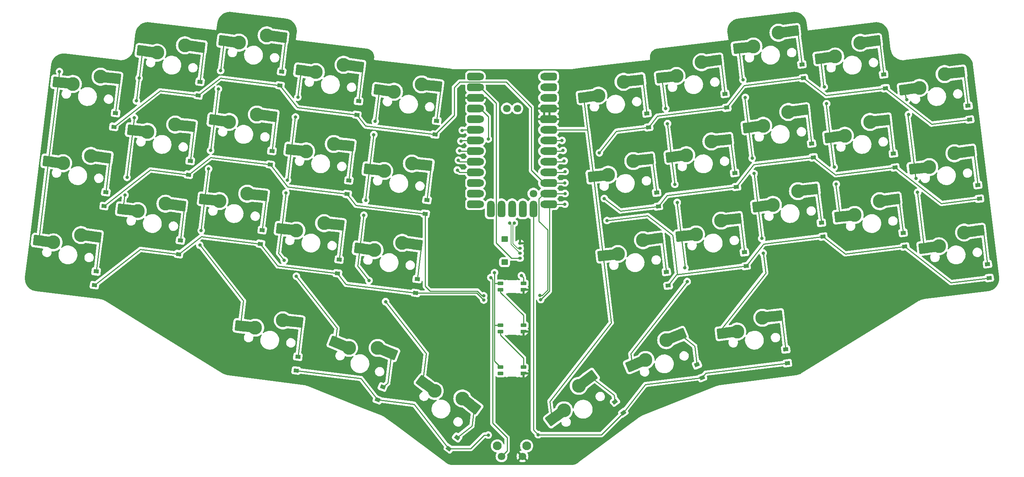
<source format=gbr>
%TF.GenerationSoftware,KiCad,Pcbnew,7.0.10-7.0.10~ubuntu22.04.1*%
%TF.CreationDate,2024-01-12T22:57:13+01:00*%
%TF.ProjectId,fatboy,66617462-6f79-42e6-9b69-6361645f7063,rev?*%
%TF.SameCoordinates,Original*%
%TF.FileFunction,Copper,L2,Bot*%
%TF.FilePolarity,Positive*%
%FSLAX46Y46*%
G04 Gerber Fmt 4.6, Leading zero omitted, Abs format (unit mm)*
G04 Created by KiCad (PCBNEW 7.0.10-7.0.10~ubuntu22.04.1) date 2024-01-12 22:57:13*
%MOMM*%
%LPD*%
G01*
G04 APERTURE LIST*
G04 Aperture macros list*
%AMRoundRect*
0 Rectangle with rounded corners*
0 $1 Rounding radius*
0 $2 $3 $4 $5 $6 $7 $8 $9 X,Y pos of 4 corners*
0 Add a 4 corners polygon primitive as box body*
4,1,4,$2,$3,$4,$5,$6,$7,$8,$9,$2,$3,0*
0 Add four circle primitives for the rounded corners*
1,1,$1+$1,$2,$3*
1,1,$1+$1,$4,$5*
1,1,$1+$1,$6,$7*
1,1,$1+$1,$8,$9*
0 Add four rect primitives between the rounded corners*
20,1,$1+$1,$2,$3,$4,$5,0*
20,1,$1+$1,$4,$5,$6,$7,0*
20,1,$1+$1,$6,$7,$8,$9,0*
20,1,$1+$1,$8,$9,$2,$3,0*%
%AMRotRect*
0 Rectangle, with rotation*
0 The origin of the aperture is its center*
0 $1 length*
0 $2 width*
0 $3 Rotation angle, in degrees counterclockwise*
0 Add horizontal line*
21,1,$1,$2,0,0,$3*%
%AMFreePoly0*
4,1,18,-0.410000,0.593000,-0.403758,0.624380,-0.385983,0.650983,-0.359380,0.668758,-0.328000,0.675000,0.328000,0.675000,0.359380,0.668758,0.385983,0.650983,0.403758,0.624380,0.410000,0.593000,0.410000,-0.593000,0.403758,-0.624380,0.385983,-0.650983,0.359380,-0.668758,0.328000,-0.675000,0.000000,-0.675000,-0.410000,-0.265000,-0.410000,0.593000,-0.410000,0.593000,$1*%
G04 Aperture macros list end*
%TA.AperFunction,ComponentPad*%
%ADD10C,3.300000*%
%TD*%
%TA.AperFunction,SMDPad,CuDef*%
%ADD11RotRect,1.650000X2.500000X7.000000*%
%TD*%
%TA.AperFunction,SMDPad,CuDef*%
%ADD12RoundRect,0.250000X0.895490X1.117462X-1.139229X0.867630X-0.895490X-1.117462X1.139229X-0.867630X0*%
%TD*%
%TA.AperFunction,SMDPad,CuDef*%
%ADD13RotRect,1.650000X2.500000X187.000000*%
%TD*%
%TA.AperFunction,SMDPad,CuDef*%
%ADD14RotRect,1.650000X2.500000X353.000000*%
%TD*%
%TA.AperFunction,SMDPad,CuDef*%
%ADD15RoundRect,0.250000X1.139229X0.867630X-0.895490X1.117462X-1.139229X-0.867630X0.895490X-1.117462X0*%
%TD*%
%TA.AperFunction,SMDPad,CuDef*%
%ADD16RotRect,1.650000X2.500000X173.000000*%
%TD*%
%TA.AperFunction,SMDPad,CuDef*%
%ADD17RotRect,0.900000X1.200000X97.000000*%
%TD*%
%TA.AperFunction,SMDPad,CuDef*%
%ADD18RoundRect,0.082000X0.593000X-0.328000X0.593000X0.328000X-0.593000X0.328000X-0.593000X-0.328000X0*%
%TD*%
%TA.AperFunction,SMDPad,CuDef*%
%ADD19FreePoly0,90.000000*%
%TD*%
%TA.AperFunction,SMDPad,CuDef*%
%ADD20RotRect,0.900000X1.200000X83.000000*%
%TD*%
%TA.AperFunction,SMDPad,CuDef*%
%ADD21RotRect,0.900000X1.200000X68.000000*%
%TD*%
%TA.AperFunction,SMDPad,CuDef*%
%ADD22RotRect,1.650000X2.500000X37.000000*%
%TD*%
%TA.AperFunction,SMDPad,CuDef*%
%ADD23RoundRect,0.250000X0.216786X1.415496X-1.420416X0.181775X-0.216786X-1.415496X1.420416X-0.181775X0*%
%TD*%
%TA.AperFunction,SMDPad,CuDef*%
%ADD24RotRect,1.650000X2.500000X217.000000*%
%TD*%
%TA.AperFunction,SMDPad,CuDef*%
%ADD25RotRect,0.900000X1.200000X53.000000*%
%TD*%
%TA.AperFunction,SMDPad,CuDef*%
%ADD26RoundRect,0.150000X0.275000X-0.150000X0.275000X0.150000X-0.275000X0.150000X-0.275000X-0.150000X0*%
%TD*%
%TA.AperFunction,SMDPad,CuDef*%
%ADD27RoundRect,0.175000X0.225000X-0.175000X0.225000X0.175000X-0.225000X0.175000X-0.225000X-0.175000X0*%
%TD*%
%TA.AperFunction,ComponentPad*%
%ADD28C,0.600000*%
%TD*%
%TA.AperFunction,SMDPad,CuDef*%
%ADD29RoundRect,0.300000X0.500000X-0.400000X0.500000X0.400000X-0.500000X0.400000X-0.500000X-0.400000X0*%
%TD*%
%TA.AperFunction,SMDPad,CuDef*%
%ADD30RotRect,1.650000X2.500000X338.000000*%
%TD*%
%TA.AperFunction,SMDPad,CuDef*%
%ADD31RoundRect,0.250000X1.324970X0.543212X-0.575757X1.311156X-1.324970X-0.543212X0.575757X-1.311156X0*%
%TD*%
%TA.AperFunction,SMDPad,CuDef*%
%ADD32RotRect,1.650000X2.500000X158.000000*%
%TD*%
%TA.AperFunction,SMDPad,CuDef*%
%ADD33RotRect,1.650000X2.500000X22.000000*%
%TD*%
%TA.AperFunction,SMDPad,CuDef*%
%ADD34RoundRect,0.250000X0.575757X1.311156X-1.324970X0.543212X-0.575757X-1.311156X1.324970X-0.543212X0*%
%TD*%
%TA.AperFunction,SMDPad,CuDef*%
%ADD35RotRect,1.650000X2.500000X202.000000*%
%TD*%
%TA.AperFunction,SMDPad,CuDef*%
%ADD36RotRect,0.900000X1.200000X127.000000*%
%TD*%
%TA.AperFunction,ComponentPad*%
%ADD37C,1.800000*%
%TD*%
%TA.AperFunction,ComponentPad*%
%ADD38C,2.100000*%
%TD*%
%TA.AperFunction,SMDPad,CuDef*%
%ADD39RotRect,0.900000X1.200000X112.000000*%
%TD*%
%TA.AperFunction,SMDPad,CuDef*%
%ADD40RotRect,1.650000X2.500000X323.000000*%
%TD*%
%TA.AperFunction,SMDPad,CuDef*%
%ADD41RoundRect,0.250000X1.420416X0.181775X-0.216786X1.415496X-1.420416X-0.181775X0.216786X-1.415496X0*%
%TD*%
%TA.AperFunction,SMDPad,CuDef*%
%ADD42RotRect,1.650000X2.500000X143.000000*%
%TD*%
%TA.AperFunction,SMDPad,CuDef*%
%ADD43RoundRect,0.450000X1.300000X0.450000X-1.300000X0.450000X-1.300000X-0.450000X1.300000X-0.450000X0*%
%TD*%
%TA.AperFunction,ComponentPad*%
%ADD44RoundRect,0.450000X0.450000X0.450000X-0.450000X0.450000X-0.450000X-0.450000X0.450000X-0.450000X0*%
%TD*%
%TA.AperFunction,SMDPad,CuDef*%
%ADD45RoundRect,0.450000X0.450000X-1.300000X0.450000X1.300000X-0.450000X1.300000X-0.450000X-1.300000X0*%
%TD*%
%TA.AperFunction,SMDPad,CuDef*%
%ADD46RoundRect,0.450000X-1.300000X-0.450000X1.300000X-0.450000X1.300000X0.450000X-1.300000X0.450000X0*%
%TD*%
%TA.AperFunction,ViaPad*%
%ADD47C,0.800000*%
%TD*%
%TA.AperFunction,Conductor*%
%ADD48C,0.250000*%
%TD*%
%TA.AperFunction,Conductor*%
%ADD49C,0.200000*%
%TD*%
G04 APERTURE END LIST*
D10*
%TO.P,MX18,1,1*%
%TO.N,COL8*%
X255610366Y-113691105D03*
D11*
X253798969Y-113913517D03*
D12*
X252086827Y-114123741D03*
%TO.P,MX18,2,2*%
%TO.N,Net-(D18-A)*%
X265127025Y-109963531D03*
D13*
X263390069Y-110176803D03*
D10*
X261603486Y-110396167D03*
%TD*%
%TO.P,MX8,1,1*%
%TO.N,COL8*%
X253288903Y-94784291D03*
D11*
X251477506Y-95006703D03*
D12*
X249765364Y-95216927D03*
%TO.P,MX8,2,2*%
%TO.N,Net-(D8-A)*%
X262805562Y-91056717D03*
D13*
X261068606Y-91269989D03*
D10*
X259282023Y-91489353D03*
%TD*%
%TO.P,MX5,1,1*%
%TO.N,COL5*%
X167605621Y-105570468D03*
D14*
X165794225Y-105348056D03*
D15*
X164082082Y-105137831D03*
%TO.P,MX5,2,2*%
%TO.N,Net-(D5-A)*%
X177741376Y-104255907D03*
D16*
X176004421Y-104042636D03*
D10*
X174217837Y-103823271D03*
%TD*%
%TO.P,MX24,1,1*%
%TO.N,COL4*%
X144345316Y-138705332D03*
D14*
X142533920Y-138482920D03*
D15*
X140821777Y-138272695D03*
%TO.P,MX24,2,2*%
%TO.N,Net-(D24-A)*%
X154481071Y-137390771D03*
D16*
X152744116Y-137177500D03*
D10*
X150957532Y-136958135D03*
%TD*%
D17*
%TO.P,D9,1,K*%
%TO.N,ROW1*%
X284737248Y-104728024D03*
%TO.P,D9,2,A*%
%TO.N,Net-(D9-A)*%
X284335080Y-101452622D03*
%TD*%
D18*
%TO.P,LED3,1,VDD*%
%TO.N,3V3*%
X193031209Y-171342461D03*
%TO.P,LED3,2,DOUT*%
%TO.N,unconnected-(LED3-DOUT-Pad2)*%
X193031209Y-172842461D03*
%TO.P,LED3,3,DIN*%
%TO.N,Net-(LED2-DOUT)*%
X198481209Y-171342461D03*
D19*
%TO.P,LED3,4,VSS*%
%TO.N,GND*%
X198481209Y-172842461D03*
%TD*%
D20*
%TO.P,D15,1,K*%
%TO.N,ROW2*%
X175064813Y-134697625D03*
%TO.P,D15,2,A*%
%TO.N,Net-(D15-A)*%
X175466981Y-131422223D03*
%TD*%
D10*
%TO.P,MX21,1,1*%
%TO.N,COL1*%
X86421417Y-141542330D03*
D14*
X84610021Y-141319918D03*
D15*
X82897878Y-141109693D03*
%TO.P,MX21,2,2*%
%TO.N,Net-(D21-A)*%
X96557172Y-140227769D03*
D16*
X94820217Y-140014498D03*
D10*
X93033633Y-139795133D03*
%TD*%
D20*
%TO.P,D12,1,K*%
%TO.N,ROW2*%
X118633815Y-125375936D03*
%TO.P,D12,2,A*%
%TO.N,Net-(D12-A)*%
X119035983Y-122100534D03*
%TD*%
D10*
%TO.P,MX27,1,1*%
%TO.N,COL7*%
X239603899Y-139633976D03*
D11*
X237792502Y-139856388D03*
D12*
X236080360Y-140066612D03*
%TO.P,MX27,2,2*%
%TO.N,Net-(D27-A)*%
X249120558Y-135906402D03*
D13*
X247383602Y-136119674D03*
D10*
X245597019Y-136339038D03*
%TD*%
D17*
%TO.P,D19,1,K*%
%TO.N,ROW2*%
X287058713Y-123634836D03*
%TO.P,D19,2,A*%
%TO.N,Net-(D19-A)*%
X286656545Y-120359434D03*
%TD*%
D20*
%TO.P,D21,1,K*%
%TO.N,ROW3*%
X96202074Y-151762674D03*
%TO.P,D21,2,A*%
%TO.N,Net-(D21-A)*%
X96604242Y-148487272D03*
%TD*%
D21*
%TO.P,D32,1,K*%
%TO.N,ROW4*%
X163696807Y-179113493D03*
%TO.P,D32,2,A*%
%TO.N,Net-(D32-A)*%
X164933009Y-176053787D03*
%TD*%
D10*
%TO.P,MX34,1,1*%
%TO.N,COL6*%
X208134414Y-181643909D03*
D22*
X206676904Y-182742221D03*
D23*
X205299257Y-183780352D03*
%TO.P,MX34,2,2*%
%TO.N,Net-(D34-A)*%
X214512295Y-173657406D03*
D24*
X213114683Y-174710582D03*
D10*
X211677139Y-175793849D03*
%TD*%
%TO.P,MX15,1,1*%
%TO.N,COL5*%
X165284158Y-124477281D03*
D14*
X163472762Y-124254869D03*
D15*
X161760619Y-124044644D03*
%TO.P,MX15,2,2*%
%TO.N,Net-(D15-A)*%
X175419913Y-123162720D03*
D16*
X173682958Y-122949449D03*
D10*
X171896374Y-122730084D03*
%TD*%
D20*
%TO.P,D14,1,K*%
%TO.N,ROW2*%
X156447438Y-130018864D03*
%TO.P,D14,2,A*%
%TO.N,Net-(D14-A)*%
X156849606Y-126743462D03*
%TD*%
D10*
%TO.P,MX12,1,1*%
%TO.N,COL2*%
X108853156Y-115155591D03*
D14*
X107041760Y-114933179D03*
D15*
X105329617Y-114722954D03*
%TO.P,MX12,2,2*%
%TO.N,Net-(D12-A)*%
X118988911Y-113841030D03*
D16*
X117251956Y-113627759D03*
D10*
X115465372Y-113408394D03*
%TD*%
%TO.P,MX17,1,1*%
%TO.N,COL7*%
X237282433Y-120727162D03*
D11*
X235471036Y-120949574D03*
D12*
X233758894Y-121159798D03*
%TO.P,MX17,2,2*%
%TO.N,Net-(D17-A)*%
X246799092Y-116999588D03*
D13*
X245062136Y-117212860D03*
D10*
X243275553Y-117432224D03*
%TD*%
D25*
%TO.P,D33,1,K*%
%TO.N,ROW4*%
X180672367Y-190749642D03*
%TO.P,D33,2,A*%
%TO.N,Net-(D33-A)*%
X182658357Y-188114144D03*
%TD*%
D10*
%TO.P,MX25,1,1*%
%TO.N,COL5*%
X162962690Y-143384094D03*
D14*
X161151294Y-143161682D03*
D15*
X159439151Y-142951457D03*
%TO.P,MX25,2,2*%
%TO.N,Net-(D25-A)*%
X173098445Y-142069533D03*
D16*
X171361490Y-141856262D03*
D10*
X169574906Y-141636897D03*
%TD*%
D26*
%TO.P,J1,1,Pin_1*%
%TO.N,5V*%
X197616161Y-145319264D03*
%TO.P,J1,2,Pin_2*%
%TO.N,D-*%
X197616161Y-144119264D03*
%TO.P,J1,3,Pin_3*%
%TO.N,D+*%
X197616161Y-142919264D03*
%TO.P,J1,4,Pin_4*%
%TO.N,GND*%
X197616161Y-141719264D03*
D27*
%TO.P,J1,MP*%
%TO.N,N/C*%
X193841161Y-146469264D03*
D28*
X194491161Y-146369264D03*
D29*
X193991161Y-146269264D03*
D28*
X193491161Y-145869264D03*
X193991161Y-145869264D03*
X194491161Y-145869264D03*
X193491161Y-141169264D03*
X193991161Y-141169264D03*
X194491161Y-141169264D03*
D29*
X193991161Y-140769264D03*
D28*
X194491161Y-140669264D03*
D27*
X193841161Y-140569264D03*
%TD*%
D10*
%TO.P,MX9,1,1*%
%TO.N,COL9*%
X272774595Y-97177421D03*
D11*
X270963198Y-97399833D03*
D12*
X269251056Y-97610057D03*
%TO.P,MX9,2,2*%
%TO.N,Net-(D9-A)*%
X282291254Y-93449847D03*
D13*
X280554298Y-93663119D03*
D10*
X278767715Y-93882483D03*
%TD*%
%TO.P,MX30,1,1*%
%TO.N,COL10*%
X297527797Y-142470975D03*
D11*
X295716400Y-142693387D03*
D12*
X294004258Y-142903611D03*
%TO.P,MX30,2,2*%
%TO.N,Net-(D30-A)*%
X307044456Y-138743401D03*
D13*
X305307500Y-138956673D03*
D10*
X303520917Y-139176037D03*
%TD*%
%TO.P,MX14,1,1*%
%TO.N,COL4*%
X146666781Y-119798518D03*
D14*
X144855385Y-119576106D03*
D15*
X143143242Y-119365881D03*
%TO.P,MX14,2,2*%
%TO.N,Net-(D14-A)*%
X156802536Y-118483957D03*
D16*
X155065581Y-118270686D03*
D10*
X153278997Y-118051321D03*
%TD*%
%TO.P,MX29,1,1*%
%TO.N,COL9*%
X277417526Y-134991049D03*
D11*
X275606129Y-135213461D03*
D12*
X273893987Y-135423685D03*
%TO.P,MX29,2,2*%
%TO.N,Net-(D29-A)*%
X286934185Y-131263475D03*
D13*
X285197229Y-131476747D03*
D10*
X283410646Y-131696111D03*
%TD*%
%TO.P,MX20,1,1*%
%TO.N,COL10*%
X295206333Y-123564161D03*
D11*
X293394936Y-123786573D03*
D12*
X291682794Y-123996797D03*
%TO.P,MX20,2,2*%
%TO.N,Net-(D20-A)*%
X304722992Y-119836587D03*
D13*
X302986036Y-120049859D03*
D10*
X301199453Y-120269223D03*
%TD*%
%TO.P,MX11,1,1*%
%TO.N,COL1*%
X88742884Y-122635517D03*
D14*
X86931488Y-122413105D03*
D15*
X85219345Y-122202880D03*
%TO.P,MX11,2,2*%
%TO.N,Net-(D11-A)*%
X98878639Y-121320956D03*
D16*
X97141684Y-121107685D03*
D10*
X95355100Y-120888320D03*
%TD*%
D17*
%TO.P,D36,1,K*%
%TO.N,ROW4*%
X261391907Y-170378748D03*
%TO.P,D36,2,A*%
%TO.N,Net-(D36-A)*%
X260989739Y-167103346D03*
%TD*%
D20*
%TO.P,D13,1,K*%
%TO.N,ROW2*%
X138119507Y-122982804D03*
%TO.P,D13,2,A*%
%TO.N,Net-(D13-A)*%
X138521675Y-119707402D03*
%TD*%
D17*
%TO.P,D29,1,K*%
%TO.N,ROW3*%
X289380180Y-142541649D03*
%TO.P,D29,2,A*%
%TO.N,Net-(D29-A)*%
X288978012Y-139266247D03*
%TD*%
D10*
%TO.P,MX19,1,1*%
%TO.N,COL9*%
X275096061Y-116084234D03*
D11*
X273284664Y-116306646D03*
D12*
X271572522Y-116516870D03*
%TO.P,MX19,2,2*%
%TO.N,Net-(D19-A)*%
X284612720Y-112356660D03*
D13*
X282875764Y-112569932D03*
D10*
X281089181Y-112789296D03*
%TD*%
D20*
%TO.P,D31,1,K*%
%TO.N,ROW4*%
X144300618Y-172119843D03*
%TO.P,D31,2,A*%
%TO.N,Net-(D31-A)*%
X144702786Y-168844441D03*
%TD*%
D10*
%TO.P,MX2,1,1*%
%TO.N,COL2*%
X111174623Y-96248777D03*
D14*
X109363227Y-96026365D03*
D15*
X107651084Y-95816140D03*
%TO.P,MX2,2,2*%
%TO.N,Net-(D2-A)*%
X121310378Y-94934216D03*
D16*
X119573423Y-94720945D03*
D10*
X117786839Y-94501580D03*
%TD*%
D17*
%TO.P,D20,1,K*%
%TO.N,ROW2*%
X307168987Y-131114763D03*
%TO.P,D20,2,A*%
%TO.N,Net-(D20-A)*%
X306766819Y-127839361D03*
%TD*%
D10*
%TO.P,MX31,1,1*%
%TO.N,COL3*%
X134519962Y-161899501D03*
D14*
X132708566Y-161677089D03*
D15*
X130996423Y-161466864D03*
%TO.P,MX31,2,2*%
%TO.N,Net-(D31-A)*%
X144655717Y-160584940D03*
D16*
X142918762Y-160371669D03*
D10*
X141132178Y-160152304D03*
%TD*%
D17*
%TO.P,D10,1,K*%
%TO.N,ROW1*%
X304847521Y-112207950D03*
%TO.P,D10,2,A*%
%TO.N,Net-(D10-A)*%
X304445353Y-108932548D03*
%TD*%
%TO.P,D18,1,K*%
%TO.N,ROW2*%
X267573022Y-121241703D03*
%TO.P,D18,2,A*%
%TO.N,Net-(D18-A)*%
X267170854Y-117966301D03*
%TD*%
D10*
%TO.P,MX32,1,1*%
%TO.N,COL4*%
X156894639Y-166709981D03*
D30*
X155202529Y-166026324D03*
D31*
X153603137Y-165380127D03*
%TO.P,MX32,2,2*%
%TO.N,Net-(D32-A)*%
X167025260Y-168063539D03*
D32*
X165402688Y-167407978D03*
D10*
X163733757Y-166733686D03*
%TD*%
%TO.P,MX35,1,1*%
%TO.N,COL7*%
X227572753Y-169614626D03*
D33*
X225880642Y-170298283D03*
D34*
X224281250Y-170944480D03*
%TO.P,MX35,2,2*%
%TO.N,Net-(D35-A)*%
X235800372Y-163550974D03*
D35*
X234177800Y-164206535D03*
D10*
X232508869Y-164880827D03*
%TD*%
D36*
%TO.P,D34,1,K*%
%TO.N,ROW4*%
X222269677Y-182201592D03*
%TO.P,D34,2,A*%
%TO.N,Net-(D34-A)*%
X220283687Y-179566094D03*
%TD*%
D10*
%TO.P,MX26,1,1*%
%TO.N,COL6*%
X220986524Y-144312739D03*
D11*
X219175127Y-144535151D03*
D12*
X217462985Y-144745375D03*
%TO.P,MX26,2,2*%
%TO.N,Net-(D26-A)*%
X230503183Y-140585165D03*
D13*
X228766227Y-140798437D03*
D10*
X226979644Y-141017801D03*
%TD*%
D20*
%TO.P,D1,1,K*%
%TO.N,ROW1*%
X100845006Y-113949050D03*
%TO.P,D1,2,A*%
%TO.N,Net-(D1-A)*%
X101247174Y-110673648D03*
%TD*%
D17*
%TO.P,D17,1,K*%
%TO.N,ROW2*%
X249245086Y-128277762D03*
%TO.P,D17,2,A*%
%TO.N,Net-(D17-A)*%
X248842918Y-125002360D03*
%TD*%
D10*
%TO.P,MX16,1,1*%
%TO.N,COL6*%
X218665058Y-125405926D03*
D11*
X216853661Y-125628338D03*
D12*
X215141519Y-125838562D03*
%TO.P,MX16,2,2*%
%TO.N,Net-(D16-A)*%
X228181717Y-121678352D03*
D13*
X226444761Y-121891624D03*
D10*
X224658178Y-122110988D03*
%TD*%
D20*
%TO.P,D23,1,K*%
%TO.N,ROW3*%
X135798041Y-141889615D03*
%TO.P,D23,2,A*%
%TO.N,Net-(D23-A)*%
X136200209Y-138614213D03*
%TD*%
D10*
%TO.P,MX3,1,1*%
%TO.N,COL3*%
X130660313Y-93855647D03*
D14*
X128848917Y-93633235D03*
D15*
X127136774Y-93423010D03*
%TO.P,MX3,2,2*%
%TO.N,Net-(D3-A)*%
X140796068Y-92541086D03*
D16*
X139059113Y-92327815D03*
D10*
X137272529Y-92108450D03*
%TD*%
D20*
%TO.P,D24,1,K*%
%TO.N,ROW3*%
X154125973Y-148925677D03*
%TO.P,D24,2,A*%
%TO.N,Net-(D24-A)*%
X154528141Y-145650275D03*
%TD*%
D10*
%TO.P,MX23,1,1*%
%TO.N,COL3*%
X126017385Y-131669274D03*
D14*
X124205989Y-131446862D03*
D15*
X122493846Y-131236637D03*
%TO.P,MX23,2,2*%
%TO.N,Net-(D23-A)*%
X136153140Y-130354713D03*
D16*
X134416185Y-130141442D03*
D10*
X132629601Y-129922077D03*
%TD*%
%TO.P,MX28,1,1*%
%TO.N,COL8*%
X257931828Y-132597922D03*
D11*
X256120431Y-132820334D03*
D12*
X254408289Y-133030558D03*
%TO.P,MX28,2,2*%
%TO.N,Net-(D28-A)*%
X267448487Y-128870348D03*
D13*
X265711531Y-129083620D03*
D10*
X263924948Y-129302984D03*
%TD*%
D17*
%TO.P,D6,1,K*%
%TO.N,ROW1*%
X228306248Y-114049712D03*
%TO.P,D6,2,A*%
%TO.N,Net-(D6-A)*%
X227904080Y-110774310D03*
%TD*%
D10*
%TO.P,MX36,1,1*%
%TO.N,COL8*%
X249429256Y-162828145D03*
D11*
X247617859Y-163050557D03*
D12*
X245905717Y-163260781D03*
%TO.P,MX36,2,2*%
%TO.N,Net-(D36-A)*%
X258945915Y-159100571D03*
D13*
X257208959Y-159313843D03*
D10*
X255422376Y-159533207D03*
%TD*%
%TO.P,MX6,1,1*%
%TO.N,COL6*%
X216343593Y-106499113D03*
D11*
X214532196Y-106721525D03*
D12*
X212820054Y-106931749D03*
%TO.P,MX6,2,2*%
%TO.N,Net-(D6-A)*%
X225860252Y-102771539D03*
D13*
X224123296Y-102984811D03*
D10*
X222336713Y-103204175D03*
%TD*%
D37*
%TO.P,SW1,1,1*%
%TO.N,GND*%
X198241162Y-192615864D03*
%TO.P,SW1,2,2*%
%TO.N,RESET*%
X193241162Y-192615864D03*
D38*
%TO.P,SW1,MP*%
%TO.N,N/C*%
X192241162Y-190115864D03*
X199241162Y-190115864D03*
%TD*%
D39*
%TO.P,D35,1,K*%
%TO.N,ROW4*%
X241082031Y-173811788D03*
%TO.P,D35,2,A*%
%TO.N,Net-(D35-A)*%
X239845829Y-170752082D03*
%TD*%
D10*
%TO.P,MX10,1,1*%
%TO.N,COL10*%
X292884869Y-104657348D03*
D11*
X291073472Y-104879760D03*
D12*
X289361330Y-105089984D03*
%TO.P,MX10,2,2*%
%TO.N,Net-(D10-A)*%
X302401528Y-100929774D03*
D13*
X300664572Y-101143046D03*
D10*
X298877989Y-101362410D03*
%TD*%
D20*
%TO.P,D2,1,K*%
%TO.N,ROW1*%
X120955281Y-106469117D03*
%TO.P,D2,2,A*%
%TO.N,Net-(D2-A)*%
X121357449Y-103193715D03*
%TD*%
D10*
%TO.P,MX33,1,1*%
%TO.N,COL5*%
X177312243Y-177008237D03*
D40*
X175854733Y-175909924D03*
D41*
X174477087Y-174871793D03*
%TO.P,MX33,2,2*%
%TO.N,Net-(D33-A)*%
X186747345Y-180937671D03*
D42*
X185349732Y-179884495D03*
D10*
X183912189Y-178801228D03*
%TD*%
D17*
%TO.P,D28,1,K*%
%TO.N,ROW3*%
X269894486Y-140148522D03*
%TO.P,D28,2,A*%
%TO.N,Net-(D28-A)*%
X269492318Y-136873120D03*
%TD*%
D10*
%TO.P,MX4,1,1*%
%TO.N,COL4*%
X148988247Y-100891705D03*
D14*
X147176851Y-100669293D03*
D15*
X145464708Y-100459068D03*
%TO.P,MX4,2,2*%
%TO.N,Net-(D4-A)*%
X159124002Y-99577144D03*
D16*
X157387047Y-99363873D03*
D10*
X155600463Y-99144508D03*
%TD*%
D17*
%TO.P,D26,1,K*%
%TO.N,ROW3*%
X232949181Y-151863337D03*
%TO.P,D26,2,A*%
%TO.N,Net-(D26-A)*%
X232547013Y-148587935D03*
%TD*%
%TO.P,D30,1,K*%
%TO.N,ROW3*%
X309490452Y-150021575D03*
%TO.P,D30,2,A*%
%TO.N,Net-(D30-A)*%
X309088284Y-146746173D03*
%TD*%
D10*
%TO.P,MX1,1,1*%
%TO.N,COL1*%
X91064349Y-103728704D03*
D14*
X89252953Y-103506292D03*
D15*
X87540810Y-103296067D03*
%TO.P,MX1,2,2*%
%TO.N,Net-(D1-A)*%
X101200104Y-102414143D03*
D16*
X99463149Y-102200872D03*
D10*
X97676565Y-101981507D03*
%TD*%
D43*
%TO.P,U1,1,P0*%
%TO.N,unconnected-(U1-P0-Pad1)*%
X204676209Y-104492671D03*
D37*
X203376209Y-104492671D03*
D43*
%TO.P,U1,2,P1*%
%TO.N,unconnected-(U1-P1-Pad2)*%
X204676209Y-107032671D03*
D37*
X203376209Y-107032671D03*
D43*
%TO.P,U1,3,GND*%
%TO.N,GND*%
X204676209Y-109572671D03*
D44*
X203376209Y-109572671D03*
D43*
%TO.P,U1,4,GND*%
X204676209Y-112112671D03*
D44*
X203376209Y-112112671D03*
D43*
%TO.P,U1,5,P2*%
%TO.N,COL6*%
X204676209Y-114652671D03*
D37*
X203376209Y-114652671D03*
D43*
%TO.P,U1,6,P3*%
%TO.N,COL7*%
X204676209Y-117192671D03*
D37*
X203376209Y-117192671D03*
D43*
%TO.P,U1,7,P4*%
%TO.N,COL8*%
X204676209Y-119732671D03*
D37*
X203376209Y-119732671D03*
D43*
%TO.P,U1,8,P5*%
%TO.N,COL9*%
X204676209Y-122272671D03*
D37*
X203376209Y-122272671D03*
D43*
%TO.P,U1,9,P6*%
%TO.N,COL10*%
X204676209Y-124812671D03*
D37*
X203376209Y-124812671D03*
D43*
%TO.P,U1,10,P7*%
%TO.N,ROW1*%
X204676209Y-127352671D03*
D37*
X203376209Y-127352671D03*
D43*
%TO.P,U1,11,P8*%
%TO.N,ROW2*%
X204676209Y-129892671D03*
D37*
X203376209Y-129892671D03*
D43*
%TO.P,U1,12,P9*%
%TO.N,ROW3*%
X204676209Y-132432671D03*
D37*
X203376209Y-132432671D03*
%TO.P,U1,13,5V*%
%TO.N,5V*%
X188136209Y-104492671D03*
D43*
X186836209Y-104492671D03*
D44*
%TO.P,U1,14,GND*%
%TO.N,GND*%
X188136209Y-107032671D03*
D43*
X186836209Y-107032671D03*
D37*
%TO.P,U1,15,RST*%
%TO.N,RESET*%
X188136209Y-109572671D03*
D43*
X186836209Y-109572671D03*
D37*
%TO.P,U1,16,3V3*%
%TO.N,3V3*%
X188136209Y-112112671D03*
D43*
X186836209Y-112112671D03*
D37*
%TO.P,U1,17,P29*%
%TO.N,COL5*%
X188136209Y-114652671D03*
D43*
X186836209Y-114652671D03*
D37*
%TO.P,U1,18,P28*%
%TO.N,COL4*%
X188136209Y-117192671D03*
D43*
X186836209Y-117192671D03*
D37*
%TO.P,U1,19,P27*%
%TO.N,COL3*%
X188136209Y-119732671D03*
D43*
X186836209Y-119732671D03*
D37*
%TO.P,U1,20,P26*%
%TO.N,COL2*%
X188136209Y-122272671D03*
D43*
X186836209Y-122272671D03*
D37*
%TO.P,U1,21,P22*%
%TO.N,COL1*%
X188136209Y-124812671D03*
D43*
X186836209Y-124812671D03*
D37*
%TO.P,U1,22,P20*%
%TO.N,unconnected-(U1-P20-Pad22)*%
X188136209Y-127352671D03*
D43*
X186836209Y-127352671D03*
D37*
%TO.P,U1,23,P23*%
%TO.N,unconnected-(U1-P23-Pad23)*%
X188136209Y-129892671D03*
D43*
X186836209Y-129892671D03*
D37*
%TO.P,U1,24,P21*%
%TO.N,unconnected-(U1-P21-Pad24)*%
X188136209Y-132432671D03*
D43*
X186836209Y-132432671D03*
D45*
%TO.P,U1,25,P12*%
%TO.N,ROW4*%
X200836209Y-133732671D03*
D37*
X200836209Y-132432671D03*
D45*
%TO.P,U1,26,P13*%
%TO.N,unconnected-(U1-P13-Pad26)*%
X198296209Y-133732671D03*
D37*
X198296209Y-132432671D03*
D45*
%TO.P,U1,27,P14*%
%TO.N,unconnected-(U1-P14-Pad27)*%
X195756209Y-133732671D03*
D37*
X195756209Y-132432671D03*
D45*
%TO.P,U1,28,P15*%
%TO.N,unconnected-(U1-P15-Pad28)*%
X193216209Y-133732671D03*
D37*
X193216209Y-132432671D03*
D45*
%TO.P,U1,29,P16*%
%TO.N,RGB*%
X190676209Y-133732671D03*
D37*
X190676209Y-132432671D03*
%TO.P,U1,30,P11*%
%TO.N,unconnected-(U1-P11-Pad30)*%
X188136209Y-101952671D03*
D46*
X186836209Y-101952671D03*
D43*
%TO.P,U1,31,P10*%
%TO.N,unconnected-(U1-P10-Pad31)*%
X204676209Y-101952671D03*
D37*
X203376209Y-101952671D03*
%TO.P,U1,32,D+*%
%TO.N,D+*%
X197026209Y-109572671D03*
%TO.P,U1,33,D-*%
%TO.N,D-*%
X194486209Y-109572671D03*
%TO.P,U1,34,P25*%
%TO.N,unconnected-(U1-P25-Pad34)*%
X200836209Y-129892671D03*
%TD*%
D20*
%TO.P,D22,1,K*%
%TO.N,ROW3*%
X116304720Y-144344882D03*
%TO.P,D22,2,A*%
%TO.N,Net-(D22-A)*%
X116706888Y-141069480D03*
%TD*%
D17*
%TO.P,D8,1,K*%
%TO.N,ROW1*%
X265251557Y-102334890D03*
%TO.P,D8,2,A*%
%TO.N,Net-(D8-A)*%
X264849389Y-99059488D03*
%TD*%
%TO.P,D7,1,K*%
%TO.N,ROW1*%
X246923620Y-109370953D03*
%TO.P,D7,2,A*%
%TO.N,Net-(D7-A)*%
X246521452Y-106095551D03*
%TD*%
D10*
%TO.P,MX13,1,1*%
%TO.N,COL3*%
X128338849Y-112762462D03*
D14*
X126527453Y-112540050D03*
D15*
X124815310Y-112329825D03*
%TO.P,MX13,2,2*%
%TO.N,Net-(D13-A)*%
X138474604Y-111447901D03*
D16*
X136737649Y-111234630D03*
D10*
X134951065Y-111015265D03*
%TD*%
%TO.P,MX7,1,1*%
%TO.N,COL7*%
X234960969Y-101820349D03*
D11*
X233149572Y-102042761D03*
D12*
X231437430Y-102252985D03*
%TO.P,MX7,2,2*%
%TO.N,Net-(D7-A)*%
X244477628Y-98092775D03*
D13*
X242740672Y-98306047D03*
D10*
X240954089Y-98525411D03*
%TD*%
%TO.P,MX22,1,1*%
%TO.N,COL2*%
X106531692Y-134062403D03*
D14*
X104720296Y-133839991D03*
D15*
X103008153Y-133629766D03*
%TO.P,MX22,2,2*%
%TO.N,Net-(D22-A)*%
X116667447Y-132747842D03*
D16*
X114930492Y-132534571D03*
D10*
X113143908Y-132315206D03*
%TD*%
D20*
%TO.P,D25,1,K*%
%TO.N,ROW3*%
X172743344Y-153604441D03*
%TO.P,D25,2,A*%
%TO.N,Net-(D25-A)*%
X173145512Y-150329039D03*
%TD*%
D18*
%TO.P,LED1,1,VDD*%
%TO.N,3V3*%
X193031210Y-151342461D03*
%TO.P,LED1,2,DOUT*%
%TO.N,Net-(LED1-DOUT)*%
X193031210Y-152842461D03*
%TO.P,LED1,3,DIN*%
%TO.N,RGB*%
X198481210Y-151342461D03*
D19*
%TO.P,LED1,4,VSS*%
%TO.N,GND*%
X198481210Y-152842461D03*
%TD*%
D20*
%TO.P,D3,1,K*%
%TO.N,ROW1*%
X140440972Y-104075991D03*
%TO.P,D3,2,A*%
%TO.N,Net-(D3-A)*%
X140843140Y-100800589D03*
%TD*%
%TO.P,D5,1,K*%
%TO.N,ROW1*%
X177386279Y-115790811D03*
%TO.P,D5,2,A*%
%TO.N,Net-(D5-A)*%
X177788447Y-112515409D03*
%TD*%
D17*
%TO.P,D16,1,K*%
%TO.N,ROW2*%
X230627715Y-132956524D03*
%TO.P,D16,2,A*%
%TO.N,Net-(D16-A)*%
X230225547Y-129681122D03*
%TD*%
D20*
%TO.P,D11,1,K*%
%TO.N,ROW2*%
X98523544Y-132855862D03*
%TO.P,D11,2,A*%
%TO.N,Net-(D11-A)*%
X98925712Y-129580460D03*
%TD*%
D17*
%TO.P,D27,1,K*%
%TO.N,ROW3*%
X251566552Y-147184576D03*
%TO.P,D27,2,A*%
%TO.N,Net-(D27-A)*%
X251164384Y-143909174D03*
%TD*%
D20*
%TO.P,D4,1,K*%
%TO.N,ROW1*%
X158768906Y-111112051D03*
%TO.P,D4,2,A*%
%TO.N,Net-(D4-A)*%
X159171074Y-107836649D03*
%TD*%
D18*
%TO.P,LED2,1,VDD*%
%TO.N,3V3*%
X193031207Y-161342465D03*
%TO.P,LED2,2,DOUT*%
%TO.N,Net-(LED2-DOUT)*%
X193031207Y-162842465D03*
%TO.P,LED2,3,DIN*%
%TO.N,Net-(LED1-DOUT)*%
X198481207Y-161342465D03*
D19*
%TO.P,LED2,4,VSS*%
%TO.N,GND*%
X198481207Y-162842465D03*
%TD*%
D47*
%TO.N,ROW1*%
X208337264Y-127322352D03*
X216568875Y-120179431D03*
%TO.N,ROW2*%
X217754462Y-131066092D03*
X189012652Y-154287345D03*
X208387264Y-129872351D03*
X202390470Y-154222195D03*
%TO.N,ROW3*%
X208337263Y-132422351D03*
X202600000Y-155200000D03*
X218400370Y-136326587D03*
X189000000Y-155300000D03*
%TO.N,ROW4*%
X190089114Y-187544108D03*
X201989112Y-187444106D03*
%TO.N,D-*%
X195231208Y-136894106D03*
%TO.N,D+*%
X196281207Y-136894108D03*
%TO.N,GND*%
X193000000Y-106000000D03*
X169851800Y-137310100D03*
X183344700Y-107149500D03*
X150803000Y-131754200D03*
X261127300Y-126198300D03*
X190488000Y-123023500D03*
X281763500Y-127785700D03*
%TO.N,3V3*%
X191590962Y-148765861D03*
%TO.N,RGB*%
X197990963Y-149465864D03*
%TO.N,COL1*%
X87876206Y-100765582D03*
X182715941Y-124277137D03*
%TO.N,COL2*%
X106850098Y-102339654D03*
X182952707Y-121938560D03*
X106211426Y-107752160D03*
X103969029Y-126015009D03*
X105717855Y-111771973D03*
X103500713Y-130239427D03*
%TO.N,COL3*%
X126289376Y-100545328D03*
X123413258Y-123969417D03*
X125753149Y-104912531D03*
X123899857Y-119596124D03*
X121653126Y-138714821D03*
X121325838Y-142200922D03*
X183233007Y-119655704D03*
%TO.N,COL4*%
X141851187Y-129709222D03*
X141433630Y-145828483D03*
X144703807Y-106886751D03*
X144344304Y-149611405D03*
X183562933Y-117378939D03*
X142222889Y-126681956D03*
X144124927Y-111601348D03*
%TO.N,COL5*%
X160875847Y-131491023D03*
X161649407Y-150627940D03*
X163141737Y-112626556D03*
X183879794Y-114798319D03*
X162801381Y-115808794D03*
X160437117Y-135064192D03*
X165610989Y-155698532D03*
%TO.N,COL7*%
X232827381Y-113190028D03*
X234557047Y-127687293D03*
X235136805Y-131998775D03*
X207678372Y-117213153D03*
X236950902Y-147593939D03*
X237508046Y-150900688D03*
X232382560Y-109567232D03*
%TO.N,COL8*%
X253434584Y-125117547D03*
X250785685Y-102723445D03*
X252983669Y-121445127D03*
X255613408Y-144093457D03*
X207921231Y-119601356D03*
X251353257Y-106935673D03*
X255286120Y-140607361D03*
%TO.N,COL9*%
X270187261Y-104421646D03*
X208176277Y-122088815D03*
X270730458Y-108435362D03*
X273039003Y-127647226D03*
X272539339Y-123577784D03*
%TO.N,COL10*%
X292062784Y-126268532D03*
X290241717Y-111026857D03*
X292421418Y-129599657D03*
X208387790Y-124631996D03*
X289809081Y-107503318D03*
%TO.N,RESET*%
X190712952Y-149938459D03*
X190090964Y-116865862D03*
%TD*%
D48*
%TO.N,ROW1*%
X270545033Y-106470608D02*
X284737250Y-104728023D01*
X140440971Y-104075992D02*
X144576683Y-109369465D01*
X295742104Y-113325955D02*
X284737250Y-104728023D01*
X230374107Y-111402975D02*
X228306251Y-114049711D01*
X220620659Y-114993384D02*
X216568875Y-120179431D01*
X160836763Y-113758790D02*
X177386278Y-115790815D01*
X265251557Y-102334890D02*
X251059337Y-104077478D01*
X111849860Y-105351114D02*
X120955279Y-106469119D01*
X246923618Y-109370953D02*
X230374107Y-111402975D01*
X200350000Y-109300000D02*
X200350000Y-124326462D01*
X208306945Y-127352671D02*
X208337264Y-127322352D01*
X140440971Y-104075992D02*
X126248748Y-102333405D01*
X194317671Y-103267671D02*
X200350000Y-109300000D01*
X126248748Y-102333405D02*
X120955279Y-106469119D01*
X251059337Y-104077478D02*
X246923618Y-109370953D01*
X265251557Y-102334890D02*
X270545033Y-106470608D01*
X200350000Y-124326462D02*
X203376209Y-127352671D01*
X182000000Y-104550000D02*
X183282329Y-103267671D01*
X144576683Y-109369465D02*
X158768904Y-111112049D01*
X182000000Y-111177090D02*
X182000000Y-104550000D01*
X177386279Y-115790811D02*
X182000000Y-111177090D01*
X228306249Y-114049712D02*
X220620659Y-114993384D01*
X204676209Y-127352670D02*
X208306945Y-127352671D01*
X304847522Y-112207952D02*
X295742104Y-113325955D01*
X183282329Y-103267671D02*
X194317671Y-103267671D01*
X100845006Y-113949049D02*
X111849860Y-105351114D01*
X158768904Y-111112049D02*
X160836763Y-113758790D01*
%TO.N,Net-(D1-A)*%
X101200104Y-102414145D02*
X102117188Y-103587959D01*
X102117188Y-103587959D02*
X101247175Y-110673647D01*
%TO.N,Net-(D2-A)*%
X122227462Y-96108032D02*
X121357448Y-103193715D01*
X121310378Y-94934219D02*
X122227462Y-96108032D01*
%TO.N,Net-(D3-A)*%
X140796069Y-92541084D02*
X141713154Y-93714898D01*
X141713154Y-93714898D02*
X140843139Y-100800588D01*
%TO.N,Net-(D4-A)*%
X160041086Y-100750958D02*
X159171073Y-107836646D01*
X159124001Y-99577144D02*
X160041086Y-100750958D01*
%TO.N,Net-(D5-A)*%
X177741376Y-104255907D02*
X178658461Y-105429720D01*
X178658461Y-105429720D02*
X177788444Y-112515410D01*
%TO.N,Net-(D6-A)*%
X227034068Y-103688624D02*
X227904081Y-110774311D01*
X225860253Y-102771539D02*
X227034068Y-103688624D01*
%TO.N,Net-(D7-A)*%
X244477626Y-98092776D02*
X245651439Y-99009859D01*
X245651439Y-99009859D02*
X246521452Y-106095548D01*
%TO.N,Net-(D8-A)*%
X262805561Y-91056717D02*
X263979376Y-91973801D01*
X263979376Y-91973801D02*
X264849389Y-99059490D01*
%TO.N,Net-(D9-A)*%
X282291253Y-93449845D02*
X283465069Y-94366932D01*
X283465069Y-94366932D02*
X284335082Y-101452618D01*
%TO.N,Net-(D10-A)*%
X302401528Y-100929774D02*
X303575336Y-101846859D01*
X303575336Y-101846859D02*
X304445353Y-108932548D01*
%TO.N,ROW2*%
X204226209Y-138550000D02*
X202151209Y-136475000D01*
X158515301Y-132665601D02*
X175064814Y-134697627D01*
X204676209Y-129892671D02*
X208366945Y-129892670D01*
X298063567Y-132232771D02*
X287058711Y-123634834D01*
X230627715Y-132956524D02*
X221593842Y-134065744D01*
X202151209Y-131117671D02*
X203376209Y-129892671D01*
X272866497Y-125377419D02*
X287058711Y-123634834D01*
X109528392Y-124257928D02*
X118633816Y-125375937D01*
X175064813Y-134697625D02*
X175064813Y-152019254D01*
X253380803Y-122984292D02*
X249245088Y-128277763D01*
X202151209Y-136475000D02*
X202151209Y-131117671D01*
X202927805Y-154222195D02*
X204226209Y-152923791D01*
X267573022Y-121241703D02*
X272866497Y-125377419D01*
X188623741Y-154287345D02*
X189012652Y-154287345D01*
X307168987Y-131114767D02*
X298063567Y-132232771D01*
X221593842Y-134065744D02*
X217754462Y-131066092D01*
X187490837Y-153154441D02*
X188368198Y-154031802D01*
X188368198Y-154031802D02*
X188623741Y-154287345D01*
X118633816Y-125375937D02*
X123927287Y-121240222D01*
X176200000Y-153154441D02*
X187490837Y-153154441D01*
X267573022Y-121241703D02*
X253380803Y-122984292D01*
X202390470Y-154222195D02*
X202927805Y-154222195D01*
X98523540Y-132855864D02*
X109528392Y-124257928D01*
X175064813Y-152019254D02*
X176200000Y-153154441D01*
X230627715Y-132956524D02*
X232695573Y-130309787D01*
X232695573Y-130309787D02*
X249245088Y-128277763D01*
X204226209Y-152923791D02*
X204226209Y-138550000D01*
X123927287Y-121240222D02*
X138119507Y-122982804D01*
X138119507Y-122982804D02*
X142255218Y-128276276D01*
X142255218Y-128276276D02*
X156447440Y-130018864D01*
X208366945Y-129892670D02*
X208387264Y-129872351D01*
X156447440Y-130018864D02*
X158515301Y-132665601D01*
%TO.N,Net-(D11-A)*%
X99795725Y-122494775D02*
X98925712Y-129580459D01*
X98878638Y-121320956D02*
X99795725Y-122494775D01*
%TO.N,Net-(D12-A)*%
X119905998Y-115014849D02*
X119035985Y-122100531D01*
X118988911Y-113841029D02*
X119905998Y-115014849D01*
%TO.N,Net-(D13-A)*%
X139391689Y-112621712D02*
X138521673Y-119707402D01*
X138474605Y-111447898D02*
X139391689Y-112621712D01*
%TO.N,Net-(D14-A)*%
X156802538Y-118483960D02*
X157719621Y-119657774D01*
X157719621Y-119657774D02*
X156849608Y-126743462D01*
%TO.N,Net-(D15-A)*%
X176336996Y-124336533D02*
X175466980Y-131422223D01*
X175419911Y-123162719D02*
X176336996Y-124336533D01*
%TO.N,Net-(D16-A)*%
X229355534Y-122595438D02*
X230225546Y-129681122D01*
X228181717Y-121678355D02*
X229355534Y-122595438D01*
%TO.N,Net-(D17-A)*%
X246799092Y-116999591D02*
X247972905Y-117916674D01*
X247972905Y-117916674D02*
X248842919Y-125002360D01*
%TO.N,Net-(D18-A)*%
X265127025Y-109963534D02*
X266300840Y-110880616D01*
X266300840Y-110880616D02*
X267170854Y-117966301D01*
%TO.N,Net-(D19-A)*%
X285786530Y-113273740D02*
X286656545Y-120359434D01*
X284612717Y-112356658D02*
X285786530Y-113273740D01*
%TO.N,Net-(D20-A)*%
X304722992Y-119836588D02*
X305896803Y-120753674D01*
X305896803Y-120753674D02*
X306766818Y-127839361D01*
%TO.N,ROW3*%
X96202077Y-151762674D02*
X107137163Y-143219248D01*
X208326945Y-132432671D02*
X208337263Y-132422351D01*
X269894487Y-140148522D02*
X255702266Y-141891105D01*
X235193798Y-149194900D02*
X234039818Y-139796482D01*
X187304441Y-153604441D02*
X189000000Y-155300000D01*
X269894487Y-140148522D02*
X275187958Y-144284235D01*
X309490452Y-150021578D02*
X300385032Y-151139583D01*
X204676209Y-153123791D02*
X204676209Y-132432671D01*
X255702266Y-141891105D02*
X251566553Y-147184579D01*
X300385032Y-151139583D02*
X289380179Y-142541647D01*
X234039818Y-139796482D02*
X230585130Y-137097383D01*
X202600000Y-155200000D02*
X204676209Y-153123791D01*
X235017037Y-149216604D02*
X235193798Y-149194900D01*
X135798041Y-141889615D02*
X121667958Y-140154659D01*
X139933756Y-147183089D02*
X135798041Y-141889615D01*
X121667958Y-140154659D02*
X116304719Y-144344883D01*
X172743344Y-153604441D02*
X187304441Y-153604441D01*
X107137163Y-143219248D02*
X116304719Y-144344883D01*
X275187958Y-144284235D02*
X289380179Y-142541647D01*
X156193835Y-151572413D02*
X154125976Y-148925677D01*
X172743348Y-153604439D02*
X156193835Y-151572413D01*
X235193798Y-149194900D02*
X251566553Y-147184579D01*
X230585130Y-137097383D02*
X228077695Y-135138361D01*
X154125976Y-148925677D02*
X139933756Y-147183089D01*
X232949181Y-151863337D02*
X235017037Y-149216604D01*
X228077695Y-135138361D02*
X218400370Y-136326587D01*
X204676209Y-132432670D02*
X208326945Y-132432671D01*
%TO.N,Net-(D21-A)*%
X96557174Y-140227772D02*
X97474257Y-141401586D01*
X97474257Y-141401586D02*
X96604245Y-148487269D01*
%TO.N,Net-(D22-A)*%
X117584527Y-133921654D02*
X116706887Y-141069477D01*
X116667446Y-132747845D02*
X117584527Y-133921654D01*
%TO.N,Net-(D23-A)*%
X137070224Y-131528526D02*
X136200211Y-138614216D01*
X136153139Y-130354713D02*
X137070224Y-131528526D01*
%TO.N,Net-(D24-A)*%
X154481074Y-137390774D02*
X155398157Y-138564588D01*
X155398157Y-138564588D02*
X154528144Y-145650272D01*
%TO.N,Net-(D25-A)*%
X173098445Y-142069533D02*
X174015530Y-143243346D01*
X174015530Y-143243346D02*
X173145516Y-150329035D01*
%TO.N,Net-(D26-A)*%
X231677000Y-141502251D02*
X232547012Y-148587937D01*
X230503183Y-140585168D02*
X231677000Y-141502251D01*
%TO.N,Net-(D27-A)*%
X249120558Y-135906405D02*
X250294372Y-136823487D01*
X250294372Y-136823487D02*
X251164385Y-143909174D01*
%TO.N,Net-(D28-A)*%
X268622304Y-129787433D02*
X269492317Y-136873117D01*
X267448489Y-128870348D02*
X268622304Y-129787433D01*
%TO.N,Net-(D29-A)*%
X286934183Y-131263473D02*
X288107997Y-132180558D01*
X288107997Y-132180558D02*
X288978010Y-139266247D01*
%TO.N,Net-(D30-A)*%
X308218271Y-139660487D02*
X309088284Y-146746173D01*
X307044455Y-138743404D02*
X308218271Y-139660487D01*
%TO.N,ROW4*%
X241082031Y-173811789D02*
X227523880Y-175476518D01*
X159711094Y-174012014D02*
X163696809Y-179113495D01*
X172417817Y-180184299D02*
X180672366Y-190749641D01*
X180672366Y-190749641D02*
X185883580Y-190749642D01*
X217027163Y-187444108D02*
X222269676Y-182201592D01*
X241893762Y-172772817D02*
X241082031Y-173811789D01*
X261391910Y-170378748D02*
X241893762Y-172772817D01*
X200836209Y-186291202D02*
X201989112Y-187444106D01*
X185883580Y-190749642D02*
X189089114Y-187544108D01*
X227523880Y-175476518D02*
X222269677Y-182201591D01*
X189089114Y-187544108D02*
X190089114Y-187544108D01*
X200836208Y-133732671D02*
X200836209Y-186291202D01*
X144300618Y-172119843D02*
X159711094Y-174012014D01*
X201989112Y-187444106D02*
X217027163Y-187444108D01*
X163696809Y-179113495D02*
X172417817Y-180184299D01*
%TO.N,Net-(D31-A)*%
X144655717Y-160584940D02*
X145572801Y-161758754D01*
X145572801Y-161758754D02*
X144702788Y-168844444D01*
%TO.N,Net-(D32-A)*%
X164933010Y-176053786D02*
X166162084Y-175093526D01*
X166162084Y-175093526D02*
X167025259Y-168063539D01*
%TO.N,Net-(D33-A)*%
X182658357Y-188114145D02*
X186206562Y-185341980D01*
X186206562Y-185341980D02*
X186747344Y-180937668D01*
%TO.N,Net-(D34-A)*%
X220093606Y-178018004D02*
X220283685Y-179566096D01*
X214512295Y-173657404D02*
X220093606Y-178018004D01*
%TO.N,Net-(D35-A)*%
X239297084Y-166282906D02*
X239845829Y-170752079D01*
X235800373Y-163550974D02*
X239297084Y-166282906D01*
%TO.N,Net-(D36-A)*%
X260119728Y-160017657D02*
X260989740Y-167103343D01*
X258945915Y-159100574D02*
X260119728Y-160017657D01*
%TO.N,5V*%
X191991208Y-108347669D02*
X188136209Y-104492671D01*
X191991208Y-141696201D02*
X191991208Y-108347669D01*
X197616163Y-145319262D02*
X195614269Y-145319265D01*
X195614269Y-145319265D02*
X191991208Y-141696201D01*
D49*
%TO.N,D-*%
X195531207Y-142034307D02*
X197616162Y-144119264D01*
X195231208Y-136894106D02*
X195531208Y-137194107D01*
X195531208Y-137194107D02*
X195531207Y-142034307D01*
%TO.N,D+*%
X195981210Y-137194105D02*
X195981209Y-141847912D01*
X197052560Y-142919262D02*
X197616163Y-142919262D01*
X195981209Y-141847912D02*
X197052560Y-142919262D01*
X196281207Y-136894108D02*
X195981210Y-137194105D01*
D48*
%TO.N,GND*%
X183461529Y-107032671D02*
X183344700Y-107149500D01*
X188136209Y-107032671D02*
X183461529Y-107032671D01*
%TO.N,3V3*%
X191667563Y-161342464D02*
X191590964Y-161265861D01*
X193031210Y-151342464D02*
X191617564Y-151342464D01*
X191617564Y-151342464D02*
X191590964Y-151315861D01*
X191590962Y-148765861D02*
X191590964Y-151315861D01*
X193031208Y-161342461D02*
X191667563Y-161342464D01*
X191590964Y-169902216D02*
X193031208Y-171342464D01*
X191590964Y-151315861D02*
X191590964Y-161265861D01*
X191590964Y-161265861D02*
X191590964Y-169902216D01*
%TO.N,Net-(LED1-DOUT)*%
X198481210Y-158956110D02*
X198481208Y-161342461D01*
X193031210Y-152842463D02*
X193031210Y-153506107D01*
X193031210Y-153506107D02*
X198481210Y-158956110D01*
%TO.N,RGB*%
X198481210Y-151342464D02*
X198481208Y-149956107D01*
X198481208Y-149956107D02*
X197990963Y-149465864D01*
%TO.N,Net-(LED2-DOUT)*%
X198481208Y-169156107D02*
X198481209Y-171342465D01*
X193031208Y-163706110D02*
X198481208Y-169156107D01*
X193031208Y-162842461D02*
X193031208Y-163706110D01*
%TO.N,COL1*%
X87848894Y-100786922D02*
X87876206Y-100765582D01*
X87540809Y-103296067D02*
X85219345Y-122202884D01*
X183251475Y-124812671D02*
X182715941Y-124277137D01*
X182715941Y-124277137D02*
X182741546Y-124309910D01*
X186836209Y-124812671D02*
X183251475Y-124812671D01*
X87540809Y-103296067D02*
X87848894Y-100786922D01*
X85219345Y-122202884D02*
X82897880Y-141109697D01*
%TO.N,COL2*%
X103500713Y-130239427D02*
X103416341Y-130305342D01*
X186836209Y-122272671D02*
X183286818Y-122272671D01*
X106189043Y-107723512D02*
X106211426Y-107752160D01*
X103946645Y-125986361D02*
X103969029Y-126015009D01*
X105689202Y-111794357D02*
X105329615Y-114722954D01*
X183286818Y-122272671D02*
X182952707Y-121938560D01*
X107651084Y-95816143D02*
X106189043Y-107723512D01*
X105329615Y-114722954D02*
X103946645Y-125986361D01*
X103416341Y-130305342D02*
X103008152Y-133629769D01*
X105717855Y-111771973D02*
X105689202Y-111794357D01*
%TO.N,COL3*%
X183309974Y-119732671D02*
X183233007Y-119655704D01*
X123925588Y-119576016D02*
X123899857Y-119596124D01*
X124815310Y-112329823D02*
X123925588Y-119576016D01*
X122493847Y-131236638D02*
X121586165Y-138629114D01*
X123413258Y-123969417D02*
X123383273Y-123992846D01*
X125753149Y-104912531D02*
X125723163Y-104935960D01*
X125723163Y-104935960D02*
X124815310Y-112329823D01*
X123383273Y-123992846D02*
X122493847Y-131236638D01*
X126265946Y-100515341D02*
X126289376Y-100545328D01*
X121325838Y-142200922D02*
X131727318Y-155514205D01*
X127136775Y-93423007D02*
X126265946Y-100515341D01*
X121586165Y-138629114D02*
X121653126Y-138714821D01*
X186836209Y-119732671D02*
X183309974Y-119732671D01*
X131727318Y-155514205D02*
X130996421Y-161466865D01*
%TO.N,COL4*%
X145464708Y-100459071D02*
X144679336Y-106855426D01*
X144093605Y-111625822D02*
X143143245Y-119365885D01*
X140103142Y-144125537D02*
X141433630Y-145828483D01*
X141870247Y-129733618D02*
X140821780Y-138272698D01*
X141851187Y-129709222D02*
X141870247Y-129733618D01*
X143143245Y-119365885D02*
X142247283Y-126662896D01*
X183749201Y-117192671D02*
X183562933Y-117378939D01*
X140821780Y-138272698D02*
X140103142Y-144125537D01*
X142247283Y-126662896D02*
X142222889Y-126681956D01*
X144344304Y-149611405D02*
X154018865Y-161994276D01*
X144679336Y-106855426D02*
X144703807Y-106886751D01*
X186836209Y-117192671D02*
X183749201Y-117192671D01*
X144124927Y-111601348D02*
X144093605Y-111625822D01*
X154018865Y-161994276D02*
X153603136Y-165380130D01*
%TO.N,COL5*%
X162801381Y-115808794D02*
X162768721Y-115834314D01*
X162768721Y-115834314D02*
X161760617Y-124044643D01*
X184025442Y-114652671D02*
X183879794Y-114798319D01*
X164082079Y-105137831D02*
X163164793Y-112608541D01*
X159439149Y-142951457D02*
X158924789Y-147140590D01*
X165610989Y-155698532D02*
X175307405Y-168109379D01*
X186836209Y-114652671D02*
X184025442Y-114652671D01*
X160404452Y-135089713D02*
X159439149Y-142951457D01*
X175307405Y-168109379D02*
X174477087Y-174871791D01*
X160437117Y-135064192D02*
X160404452Y-135089713D01*
X163164793Y-112608541D02*
X163141737Y-112626556D01*
X160850328Y-131458363D02*
X160875847Y-131491023D01*
X158924789Y-147140590D02*
X161649407Y-150627940D01*
X161760617Y-124044643D02*
X160850328Y-131458363D01*
%TO.N,COL6*%
X204676209Y-114652670D02*
X213677886Y-114652671D01*
X219424815Y-160723198D02*
X204771125Y-179479067D01*
X213677886Y-114652671D02*
X213758205Y-114572352D01*
X204771125Y-179479067D02*
X205299256Y-183780350D01*
X215141520Y-125838563D02*
X217462983Y-144745379D01*
X217462983Y-144745379D02*
X219424815Y-160723198D01*
X213758205Y-114572352D02*
X215141520Y-125838563D01*
X212820057Y-106931749D02*
X213758205Y-114572352D01*
%TO.N,COL7*%
X224386539Y-170809716D02*
X224281251Y-170944480D01*
X204676209Y-117192671D02*
X207657890Y-117192670D01*
X235136805Y-131998775D02*
X235096144Y-132050823D01*
X207657890Y-117192670D02*
X207678372Y-117213153D01*
X232827381Y-113190028D02*
X232786720Y-113242071D01*
X236080360Y-140066615D02*
X236997307Y-147534543D01*
X231437431Y-102252985D02*
X232330515Y-109526572D01*
X232786720Y-113242071D02*
X233758895Y-121159798D01*
X236997307Y-147534543D02*
X236950902Y-147593939D01*
X235096144Y-132050823D02*
X236080360Y-140066615D01*
X234559920Y-127683620D02*
X234557047Y-127687293D01*
X232330515Y-109526572D02*
X232382560Y-109567232D01*
X224056089Y-168118405D02*
X224386539Y-170809716D01*
X237508046Y-150900688D02*
X224056089Y-168118405D01*
X233758895Y-121159798D02*
X234559920Y-127683620D01*
%TO.N,COL8*%
X253434584Y-125117547D02*
X253436920Y-125119370D01*
X251353257Y-106935673D02*
X251224482Y-107100498D01*
X207789916Y-119732670D02*
X207921231Y-119601356D01*
X253436920Y-125119370D02*
X254408293Y-133030558D01*
X255613408Y-144093457D02*
X256198381Y-148857681D01*
X250676582Y-102638204D02*
X250785685Y-102723445D01*
X245775298Y-162198614D02*
X245905717Y-163260785D01*
X252985495Y-121442790D02*
X252983669Y-121445127D01*
X256198381Y-148857681D02*
X245775298Y-162198614D01*
X252086829Y-114123743D02*
X252985495Y-121442790D01*
X204676208Y-119732671D02*
X207789916Y-119732670D01*
X254408293Y-133030558D02*
X255331476Y-140549302D01*
X249765365Y-95216927D02*
X250676582Y-102638204D01*
X251224482Y-107100498D02*
X252086829Y-114123743D01*
X255331476Y-140549302D02*
X255286120Y-140607361D01*
%TO.N,COL9*%
X272428899Y-123491501D02*
X272539339Y-123577784D01*
X271572521Y-116516870D02*
X272428899Y-123491501D01*
X204676209Y-122272670D02*
X207992422Y-122272671D01*
X270600640Y-108601526D02*
X271572521Y-116516870D01*
X270730458Y-108435362D02*
X270600640Y-108601526D01*
X270076819Y-104335357D02*
X270187261Y-104421646D01*
X207992422Y-122272671D02*
X208176277Y-122088815D01*
X272952718Y-127757665D02*
X273893986Y-135423683D01*
X273039003Y-127647226D02*
X272952718Y-127757665D01*
X269251055Y-97610057D02*
X270076819Y-104335357D01*
%TO.N,COL10*%
X290110850Y-111194356D02*
X291682794Y-123996797D01*
X290241717Y-111026857D02*
X290110850Y-111194356D01*
X292377621Y-129655712D02*
X294004260Y-142903612D01*
X208207114Y-124812670D02*
X208387790Y-124631996D01*
X291951006Y-126181203D02*
X292062784Y-126268532D01*
X289361329Y-105089984D02*
X289641582Y-107372452D01*
X292421418Y-129599657D02*
X292377621Y-129655712D01*
X291682794Y-123996797D02*
X291951006Y-126181203D01*
X204676209Y-124812670D02*
X208207114Y-124812670D01*
X289641582Y-107372452D02*
X289809081Y-107503318D01*
%TO.N,RESET*%
X191140962Y-184715861D02*
X194590964Y-188165862D01*
X190090960Y-111527426D02*
X190090964Y-116865862D01*
X194590964Y-191266063D02*
X193241164Y-192615861D01*
X194590964Y-188165862D02*
X194590964Y-191266063D01*
X188136207Y-109572672D02*
X190090960Y-111527426D01*
X191140964Y-150366474D02*
X191140962Y-184715861D01*
X190712952Y-149938459D02*
X191140964Y-150366474D01*
%TD*%
%TA.AperFunction,Conductor*%
%TO.N,GND*%
G36*
X142679859Y-128958612D02*
G01*
X155225948Y-130499080D01*
X155290089Y-130526788D01*
X155322365Y-130571289D01*
X155322638Y-130571133D01*
X155324090Y-130573667D01*
X155326100Y-130576438D01*
X155327047Y-130578826D01*
X155327047Y-130578827D01*
X155327048Y-130578828D01*
X155341323Y-130603734D01*
X155379822Y-130670908D01*
X155398614Y-130703695D01*
X155502459Y-130803343D01*
X155630173Y-130869697D01*
X155688557Y-130883323D01*
X156346044Y-130964051D01*
X156410183Y-130991759D01*
X156428642Y-131010783D01*
X157647719Y-132571128D01*
X157971459Y-132985496D01*
X157979715Y-132998864D01*
X157979957Y-132998710D01*
X157984157Y-133005277D01*
X157984158Y-133005278D01*
X157984159Y-133005280D01*
X158026782Y-133056437D01*
X158027198Y-133056936D01*
X158029638Y-133059960D01*
X158046627Y-133081706D01*
X158049373Y-133084433D01*
X158049477Y-133084536D01*
X158057361Y-133093141D01*
X158085319Y-133126697D01*
X158085321Y-133126699D01*
X158101562Y-133138412D01*
X158116402Y-133150997D01*
X158119619Y-133154191D01*
X158130623Y-133165118D01*
X158145711Y-133173970D01*
X158168295Y-133187220D01*
X158178083Y-133193601D01*
X158213494Y-133219141D01*
X158213496Y-133219142D01*
X158213499Y-133219144D01*
X158232155Y-133226455D01*
X158249646Y-133234947D01*
X158266933Y-133245090D01*
X158280946Y-133249108D01*
X158308910Y-133257127D01*
X158319975Y-133260872D01*
X158335840Y-133267088D01*
X158360642Y-133276809D01*
X158380523Y-133279249D01*
X158399593Y-133283130D01*
X158418840Y-133288649D01*
X158418842Y-133288649D01*
X158418848Y-133288651D01*
X158462512Y-133289870D01*
X158474135Y-133290743D01*
X173843323Y-135177843D01*
X173907464Y-135205551D01*
X173939740Y-135250049D01*
X173940013Y-135249894D01*
X173941463Y-135252425D01*
X173943472Y-135255194D01*
X173944419Y-135257582D01*
X174014297Y-135379505D01*
X174015989Y-135382456D01*
X174119834Y-135482104D01*
X174247548Y-135548458D01*
X174305932Y-135562084D01*
X174330426Y-135565091D01*
X174394565Y-135592799D01*
X174433544Y-135650785D01*
X174439313Y-135688167D01*
X174439313Y-140330368D01*
X174419628Y-140397407D01*
X174366824Y-140443162D01*
X174300201Y-140453444D01*
X172441195Y-140225187D01*
X172441189Y-140225186D01*
X172054639Y-140177724D01*
X171070516Y-140056889D01*
X171007373Y-140030001D01*
X170844907Y-139897825D01*
X170817955Y-139875898D01*
X170817953Y-139875897D01*
X170817951Y-139875895D01*
X170566586Y-139723036D01*
X170566581Y-139723034D01*
X170296751Y-139605831D01*
X170013466Y-139526458D01*
X170013462Y-139526457D01*
X170013461Y-139526457D01*
X169832774Y-139501622D01*
X169722005Y-139486397D01*
X169722004Y-139486397D01*
X169427808Y-139486397D01*
X169427807Y-139486397D01*
X169136351Y-139526457D01*
X169136345Y-139526458D01*
X168853060Y-139605831D01*
X168583230Y-139723034D01*
X168583225Y-139723036D01*
X168331860Y-139875895D01*
X168103649Y-140061558D01*
X167902838Y-140276573D01*
X167733188Y-140516913D01*
X167733184Y-140516919D01*
X167597833Y-140778134D01*
X167499315Y-141055337D01*
X167499310Y-141055353D01*
X167439458Y-141343383D01*
X167439457Y-141343385D01*
X167419381Y-141636897D01*
X167439457Y-141930408D01*
X167439458Y-141930410D01*
X167499310Y-142218440D01*
X167499315Y-142218456D01*
X167597833Y-142495659D01*
X167733184Y-142756874D01*
X167733188Y-142756880D01*
X167902838Y-142997220D01*
X167975881Y-143075430D01*
X168095128Y-143203112D01*
X168103649Y-143212235D01*
X168202590Y-143292729D01*
X168331857Y-143397896D01*
X168331859Y-143397897D01*
X168331860Y-143397898D01*
X168583225Y-143550757D01*
X168583230Y-143550759D01*
X168853060Y-143667962D01*
X168853065Y-143667964D01*
X169136351Y-143747337D01*
X169392587Y-143782556D01*
X169427807Y-143787397D01*
X169427808Y-143787397D01*
X169722005Y-143787397D01*
X169753426Y-143783077D01*
X170013461Y-143747337D01*
X170296747Y-143667964D01*
X170566588Y-143550756D01*
X170568709Y-143549465D01*
X170569468Y-143549263D01*
X170570351Y-143548806D01*
X170570451Y-143549000D01*
X170636211Y-143531447D01*
X170648250Y-143532332D01*
X171770727Y-143670154D01*
X171811962Y-143675217D01*
X171811980Y-143675220D01*
X171818114Y-143675973D01*
X171818117Y-143675974D01*
X173186648Y-143844008D01*
X173250789Y-143871716D01*
X173289767Y-143929703D01*
X173294612Y-143982196D01*
X172653951Y-149199952D01*
X172626243Y-149264093D01*
X172568256Y-149303071D01*
X172559727Y-149305437D01*
X172418386Y-149339251D01*
X172418384Y-149339252D01*
X172293517Y-149410818D01*
X172193870Y-149514660D01*
X172127515Y-149642375D01*
X172113890Y-149700755D01*
X171992540Y-150689090D01*
X171991927Y-150729749D01*
X171991636Y-150749030D01*
X172025122Y-150889003D01*
X172059106Y-150948297D01*
X172095904Y-151012503D01*
X172096688Y-151013870D01*
X172200533Y-151113518D01*
X172328247Y-151179872D01*
X172386631Y-151193498D01*
X173672718Y-151351409D01*
X173732666Y-151352313D01*
X173872638Y-151318827D01*
X173997505Y-151247261D01*
X174097154Y-151143416D01*
X174163508Y-151015703D01*
X174177134Y-150957318D01*
X174192237Y-150834307D01*
X174219945Y-150770169D01*
X174277931Y-150731190D01*
X174347786Y-150729749D01*
X174407331Y-150766302D01*
X174437661Y-150829246D01*
X174439313Y-150849421D01*
X174439313Y-151936509D01*
X174437588Y-151952126D01*
X174437874Y-151952153D01*
X174437139Y-151959919D01*
X174439252Y-152027126D01*
X174439313Y-152031021D01*
X174439313Y-152058611D01*
X174439816Y-152062589D01*
X174440731Y-152074221D01*
X174442103Y-152117878D01*
X174442104Y-152117881D01*
X174447693Y-152137121D01*
X174451637Y-152156165D01*
X174453093Y-152167684D01*
X174454149Y-152176046D01*
X174470227Y-152216657D01*
X174474010Y-152227706D01*
X174481347Y-152252960D01*
X174486195Y-152269644D01*
X174494287Y-152283328D01*
X174496393Y-152286888D01*
X174504951Y-152304357D01*
X174512327Y-152322986D01*
X174537994Y-152358314D01*
X174544406Y-152368075D01*
X174566641Y-152405671D01*
X174566646Y-152405678D01*
X174580803Y-152419834D01*
X174593441Y-152434630D01*
X174605218Y-152450840D01*
X174605219Y-152450841D01*
X174638870Y-152478679D01*
X174647511Y-152486542D01*
X174928229Y-152767260D01*
X174961714Y-152828583D01*
X174956730Y-152898275D01*
X174914858Y-152954208D01*
X174849394Y-152978625D01*
X174840548Y-152978941D01*
X173898026Y-152978941D01*
X173830987Y-152959256D01*
X173798958Y-152925558D01*
X173797628Y-152926598D01*
X173792168Y-152919610D01*
X173712310Y-152842980D01*
X173688323Y-152819962D01*
X173560609Y-152753608D01*
X173556136Y-152752564D01*
X173502227Y-152739982D01*
X172216130Y-152582070D01*
X172156189Y-152581166D01*
X172016219Y-152614652D01*
X172016216Y-152614654D01*
X171891349Y-152686220D01*
X171791702Y-152790063D01*
X171790201Y-152792157D01*
X171788172Y-152793741D01*
X171785561Y-152796463D01*
X171785169Y-152796087D01*
X171735140Y-152835170D01*
X171674314Y-152842980D01*
X162095992Y-151666909D01*
X162031851Y-151639201D01*
X161992873Y-151581214D01*
X161991432Y-151511360D01*
X162027986Y-151451815D01*
X162060664Y-151430556D01*
X162102137Y-151412091D01*
X162255278Y-151300828D01*
X162381940Y-151160156D01*
X162476586Y-150996224D01*
X162535081Y-150816196D01*
X162554867Y-150627940D01*
X162535081Y-150439684D01*
X162476586Y-150259656D01*
X162381940Y-150095724D01*
X162255278Y-149955052D01*
X162255277Y-149955051D01*
X162102141Y-149843791D01*
X162102136Y-149843788D01*
X161929214Y-149766797D01*
X161929209Y-149766795D01*
X161782895Y-149735696D01*
X161721413Y-149702504D01*
X161710963Y-149690748D01*
X161645747Y-149607276D01*
X161009546Y-148792976D01*
X159608824Y-147000134D01*
X159583062Y-146935187D01*
X159583460Y-146908684D01*
X159831542Y-144888210D01*
X159859250Y-144824071D01*
X159917237Y-144785093D01*
X159969726Y-144780248D01*
X160067805Y-144792291D01*
X160067848Y-144792298D01*
X160071595Y-144792758D01*
X160438503Y-144837807D01*
X160502643Y-144865515D01*
X160541622Y-144923501D01*
X160543063Y-144993356D01*
X160517104Y-145042085D01*
X160471632Y-145094562D01*
X160471632Y-145094563D01*
X160364162Y-145280706D01*
X160293860Y-145483829D01*
X160293859Y-145483831D01*
X160263269Y-145696588D01*
X160273496Y-145911288D01*
X160324172Y-146120178D01*
X160324174Y-146120182D01*
X160413458Y-146315687D01*
X160413462Y-146315695D01*
X160413463Y-146315697D01*
X160518527Y-146463239D01*
X160538144Y-146490787D01*
X160538149Y-146490793D01*
X160693703Y-146639112D01*
X160693705Y-146639113D01*
X160693706Y-146639114D01*
X160874529Y-146755322D01*
X161074077Y-146835209D01*
X161143137Y-146848519D01*
X161285136Y-146875887D01*
X161285137Y-146875887D01*
X161446221Y-146875887D01*
X161446227Y-146875887D01*
X161606580Y-146860575D01*
X161812818Y-146800018D01*
X162003868Y-146701525D01*
X162028530Y-146682131D01*
X162083231Y-146639113D01*
X162172826Y-146568655D01*
X162313585Y-146406211D01*
X162317037Y-146400233D01*
X162417284Y-146226599D01*
X162421057Y-146220064D01*
X162491359Y-146016941D01*
X162521948Y-145804184D01*
X162514187Y-145641255D01*
X162530660Y-145573356D01*
X162581227Y-145525140D01*
X162649834Y-145511918D01*
X162654898Y-145512507D01*
X162789363Y-145530988D01*
X162815591Y-145534594D01*
X162815592Y-145534594D01*
X163109789Y-145534594D01*
X163141210Y-145530274D01*
X163401245Y-145494534D01*
X163684531Y-145415161D01*
X163954372Y-145297953D01*
X164205739Y-145145093D01*
X164332899Y-145041639D01*
X164397323Y-145014603D01*
X164466139Y-145026688D01*
X164517498Y-145074059D01*
X164535092Y-145141677D01*
X164515671Y-145204550D01*
X164462112Y-145288449D01*
X164462110Y-145288453D01*
X164347889Y-145534594D01*
X164335625Y-145561023D01*
X164303992Y-145662999D01*
X164246597Y-145848018D01*
X164210614Y-146061342D01*
X164196617Y-146144325D01*
X164188066Y-146400097D01*
X164186576Y-146444648D01*
X164216653Y-146743625D01*
X164216654Y-146743632D01*
X164286311Y-147035924D01*
X164286314Y-147035936D01*
X164394309Y-147316336D01*
X164394316Y-147316351D01*
X164538722Y-147579858D01*
X164538726Y-147579864D01*
X164630039Y-147703795D01*
X164716966Y-147821773D01*
X164883060Y-147993513D01*
X164925863Y-148037771D01*
X164925870Y-148037777D01*
X164970983Y-148073402D01*
X165161689Y-148224001D01*
X165420230Y-148377135D01*
X165696876Y-148494443D01*
X165696879Y-148494443D01*
X165696882Y-148494445D01*
X165841782Y-148534137D01*
X165986689Y-148573831D01*
X166284498Y-148613883D01*
X166284503Y-148613883D01*
X166509784Y-148613883D01*
X166673256Y-148602939D01*
X166734562Y-148598835D01*
X167029030Y-148538982D01*
X167312894Y-148440414D01*
X167581086Y-148304890D01*
X167828823Y-148134829D01*
X168051682Y-147933265D01*
X168245686Y-147703795D01*
X168407374Y-147450515D01*
X168533861Y-147177943D01*
X168609291Y-146934781D01*
X170347537Y-146934781D01*
X170357764Y-147149480D01*
X170408440Y-147358370D01*
X170408442Y-147358374D01*
X170497726Y-147553879D01*
X170497730Y-147553887D01*
X170497731Y-147553889D01*
X170609668Y-147711083D01*
X170622412Y-147728979D01*
X170622417Y-147728985D01*
X170777971Y-147877304D01*
X170777973Y-147877305D01*
X170777974Y-147877306D01*
X170958797Y-147993514D01*
X171158345Y-148073401D01*
X171259890Y-148092972D01*
X171369404Y-148114079D01*
X171369405Y-148114079D01*
X171530489Y-148114079D01*
X171530495Y-148114079D01*
X171690848Y-148098767D01*
X171897086Y-148038210D01*
X172088136Y-147939717D01*
X172093003Y-147935890D01*
X172167499Y-147877305D01*
X172257094Y-147806847D01*
X172397853Y-147644403D01*
X172397979Y-147644186D01*
X172471877Y-147516189D01*
X172505325Y-147458256D01*
X172575627Y-147255133D01*
X172606216Y-147042376D01*
X172595989Y-146827675D01*
X172545314Y-146618789D01*
X172456023Y-146423269D01*
X172331343Y-146248180D01*
X172331341Y-146248178D01*
X172331336Y-146248172D01*
X172175782Y-146099853D01*
X171994957Y-145983644D01*
X171795407Y-145903756D01*
X171584350Y-145863079D01*
X171584349Y-145863079D01*
X171423259Y-145863079D01*
X171262906Y-145878391D01*
X171262902Y-145878392D01*
X171056670Y-145938947D01*
X170865613Y-146037443D01*
X170696662Y-146170308D01*
X170696659Y-146170312D01*
X170555898Y-146332757D01*
X170448430Y-146518898D01*
X170378128Y-146722021D01*
X170378127Y-146722023D01*
X170347538Y-146934779D01*
X170347537Y-146934781D01*
X168609291Y-146934781D01*
X168622889Y-146890945D01*
X168672869Y-146594641D01*
X168682910Y-146294319D01*
X168652832Y-145995338D01*
X168650927Y-145987346D01*
X168627808Y-145890334D01*
X168583173Y-145703034D01*
X168475174Y-145422623D01*
X168330764Y-145159108D01*
X168152520Y-144917193D01*
X167943622Y-144701194D01*
X167943616Y-144701189D01*
X167943615Y-144701188D01*
X167762164Y-144557898D01*
X167707797Y-144514965D01*
X167449256Y-144361831D01*
X167172610Y-144244523D01*
X167172603Y-144244520D01*
X166882802Y-144165136D01*
X166882799Y-144165135D01*
X166882797Y-144165135D01*
X166584988Y-144125083D01*
X166359710Y-144125083D01*
X166359702Y-144125083D01*
X166134926Y-144140130D01*
X166134917Y-144140132D01*
X165840453Y-144199984D01*
X165556590Y-144298552D01*
X165556587Y-144298554D01*
X165288405Y-144434072D01*
X165040661Y-144604137D01*
X165007512Y-144634119D01*
X164944588Y-144664488D01*
X164875234Y-144656017D01*
X164821469Y-144611395D01*
X164800364Y-144544789D01*
X164814239Y-144485104D01*
X164820028Y-144473933D01*
X164939762Y-144242858D01*
X165038282Y-143965648D01*
X165038282Y-143965643D01*
X165038285Y-143965637D01*
X165077215Y-143778293D01*
X165098138Y-143677605D01*
X165118215Y-143384094D01*
X165098138Y-143090583D01*
X165077435Y-142990953D01*
X165038285Y-142802550D01*
X165038280Y-142802534D01*
X165003105Y-142703562D01*
X164939762Y-142525330D01*
X164804412Y-142264118D01*
X164804411Y-142264116D01*
X164804407Y-142264110D01*
X164634757Y-142023770D01*
X164538134Y-141920313D01*
X164433950Y-141808759D01*
X164433948Y-141808758D01*
X164433946Y-141808755D01*
X164263758Y-141670297D01*
X164205739Y-141623095D01*
X164205737Y-141623094D01*
X164205735Y-141623092D01*
X163954370Y-141470233D01*
X163954365Y-141470231D01*
X163684535Y-141353028D01*
X163401250Y-141273655D01*
X163401246Y-141273654D01*
X163401245Y-141273654D01*
X163220558Y-141248819D01*
X163109789Y-141233594D01*
X163109788Y-141233594D01*
X162815592Y-141233594D01*
X162815591Y-141233594D01*
X162524135Y-141273654D01*
X162524129Y-141273655D01*
X162240847Y-141353027D01*
X161971005Y-141470235D01*
X161971005Y-141470236D01*
X161968862Y-141471539D01*
X161968097Y-141471742D01*
X161967248Y-141472183D01*
X161967150Y-141471995D01*
X161901351Y-141489540D01*
X161889341Y-141488655D01*
X160722470Y-141345383D01*
X160722449Y-141345381D01*
X160719482Y-141345016D01*
X160719479Y-141345016D01*
X160396393Y-141305345D01*
X160332253Y-141277638D01*
X160293275Y-141219651D01*
X160288430Y-141167162D01*
X160939989Y-135860652D01*
X160967697Y-135796512D01*
X160990176Y-135775449D01*
X161042988Y-135737080D01*
X161169650Y-135596408D01*
X161264296Y-135432476D01*
X161322791Y-135252448D01*
X161342577Y-135064192D01*
X161322791Y-134875936D01*
X161264395Y-134696212D01*
X161264298Y-134695914D01*
X161264297Y-134695913D01*
X161264296Y-134695908D01*
X161169650Y-134531976D01*
X161042988Y-134391304D01*
X161039173Y-134388532D01*
X160889851Y-134280043D01*
X160889846Y-134280040D01*
X160716924Y-134203049D01*
X160716919Y-134203047D01*
X160571118Y-134172057D01*
X160531763Y-134163692D01*
X160342471Y-134163692D01*
X160310014Y-134170590D01*
X160157314Y-134203047D01*
X160157309Y-134203049D01*
X159984387Y-134280040D01*
X159984382Y-134280043D01*
X159831246Y-134391303D01*
X159704583Y-134531977D01*
X159609938Y-134695907D01*
X159609935Y-134695914D01*
X159558622Y-134853841D01*
X159551443Y-134875936D01*
X159531657Y-135064192D01*
X159551443Y-135252448D01*
X159551444Y-135252451D01*
X159609935Y-135432469D01*
X159609938Y-135432476D01*
X159684766Y-135562083D01*
X159689986Y-135571123D01*
X159706459Y-135639023D01*
X159705675Y-135648235D01*
X159046755Y-141014700D01*
X159019047Y-141078841D01*
X158961060Y-141117819D01*
X158908567Y-141122664D01*
X158765812Y-141105136D01*
X158585488Y-141082995D01*
X158585485Y-141082994D01*
X158585470Y-141082994D01*
X158482188Y-141080889D01*
X158482187Y-141080890D01*
X158482186Y-141080890D01*
X158453414Y-141086656D01*
X158310170Y-141115366D01*
X158310166Y-141115367D01*
X158310165Y-141115368D01*
X158150731Y-141188586D01*
X158150727Y-141188588D01*
X158012483Y-141296596D01*
X157902868Y-141433582D01*
X157902867Y-141433584D01*
X157827798Y-141592153D01*
X157827797Y-141592157D01*
X157804852Y-141692879D01*
X157804849Y-141692891D01*
X157599814Y-143362786D01*
X157550840Y-143761652D01*
X157548922Y-143777269D01*
X157546816Y-143880562D01*
X157546817Y-143880564D01*
X157581293Y-144052577D01*
X157581296Y-144052586D01*
X157637596Y-144175179D01*
X157647009Y-144195677D01*
X157654514Y-144212018D01*
X157654513Y-144212018D01*
X157762522Y-144350262D01*
X157762529Y-144350269D01*
X157899507Y-144459878D01*
X157899508Y-144459878D01*
X157899510Y-144459880D01*
X158058081Y-144534949D01*
X158158823Y-144557898D01*
X158481903Y-144597567D01*
X158546044Y-144625275D01*
X158585022Y-144683262D01*
X158589867Y-144735755D01*
X158314033Y-146982242D01*
X158310421Y-146997527D01*
X158310700Y-146997589D01*
X158309024Y-147005210D01*
X158302930Y-147072165D01*
X158302517Y-147076032D01*
X158299156Y-147103408D01*
X158299155Y-147103425D01*
X158299169Y-147107431D01*
X158298660Y-147119091D01*
X158294701Y-147162590D01*
X158297905Y-147182368D01*
X158299499Y-147201761D01*
X158299568Y-147221786D01*
X158299568Y-147221789D01*
X158299569Y-147221792D01*
X158300577Y-147225661D01*
X158310577Y-147264054D01*
X158312985Y-147275481D01*
X158319969Y-147318598D01*
X158327991Y-147336961D01*
X158334356Y-147355342D01*
X158339405Y-147374725D01*
X158360574Y-147412916D01*
X158365749Y-147423387D01*
X158380985Y-147458260D01*
X158383239Y-147463419D01*
X158395577Y-147479210D01*
X158406314Y-147495433D01*
X158416024Y-147512950D01*
X158445975Y-147544621D01*
X158446024Y-147544673D01*
X158453642Y-147553530D01*
X158593154Y-147732097D01*
X160726345Y-150462456D01*
X160752107Y-150527403D01*
X160751953Y-150551758D01*
X160744128Y-150626219D01*
X160743947Y-150627940D01*
X160763733Y-150816196D01*
X160763734Y-150816199D01*
X160822225Y-150996217D01*
X160822228Y-150996224D01*
X160916874Y-151160156D01*
X161043536Y-151300828D01*
X161047937Y-151304026D01*
X161090602Y-151359355D01*
X161096581Y-151428969D01*
X161063975Y-151490764D01*
X161003136Y-151525121D01*
X160959939Y-151527419D01*
X156578201Y-150989409D01*
X156514060Y-150961701D01*
X156495600Y-150942675D01*
X156493351Y-150939797D01*
X155451210Y-149605918D01*
X155223579Y-149314564D01*
X155197817Y-149249617D01*
X155198215Y-149223114D01*
X155278944Y-148565633D01*
X155279849Y-148505686D01*
X155246363Y-148365713D01*
X155174797Y-148240846D01*
X155070952Y-148141198D01*
X154943238Y-148074844D01*
X154884856Y-148061218D01*
X153598759Y-147903306D01*
X153538818Y-147902402D01*
X153398848Y-147935888D01*
X153398845Y-147935890D01*
X153273978Y-148007456D01*
X153174331Y-148111298D01*
X153172831Y-148113392D01*
X153170801Y-148114977D01*
X153168190Y-148117699D01*
X153167798Y-148117323D01*
X153117772Y-148156406D01*
X153056942Y-148164218D01*
X143541138Y-146995823D01*
X141986863Y-146804981D01*
X141922723Y-146777274D01*
X141883745Y-146719287D01*
X141882304Y-146649433D01*
X141918858Y-146589888D01*
X141929091Y-146581588D01*
X142039501Y-146501371D01*
X142166163Y-146360699D01*
X142260809Y-146196767D01*
X142319304Y-146016739D01*
X142339090Y-145828483D01*
X142319304Y-145640227D01*
X142260809Y-145460199D01*
X142166163Y-145296267D01*
X142039501Y-145155595D01*
X142025049Y-145145095D01*
X141886364Y-145044334D01*
X141886359Y-145044331D01*
X141713437Y-144967340D01*
X141713432Y-144967338D01*
X141567118Y-144936239D01*
X141505636Y-144903047D01*
X141495186Y-144891291D01*
X141470550Y-144859759D01*
X141272489Y-144606252D01*
X140787177Y-143985081D01*
X140761415Y-143920134D01*
X140761813Y-143893632D01*
X141214173Y-140209449D01*
X141241881Y-140145310D01*
X141299868Y-140106332D01*
X141352357Y-140101487D01*
X141450431Y-140113529D01*
X141450470Y-140113535D01*
X141454217Y-140113995D01*
X141454221Y-140113996D01*
X141821129Y-140159045D01*
X141885269Y-140186753D01*
X141924248Y-140244739D01*
X141925689Y-140314594D01*
X141899730Y-140363323D01*
X141854258Y-140415800D01*
X141854258Y-140415801D01*
X141746788Y-140601944D01*
X141676486Y-140805067D01*
X141676485Y-140805069D01*
X141645896Y-141017825D01*
X141645895Y-141017827D01*
X141656122Y-141232526D01*
X141706798Y-141441416D01*
X141706800Y-141441420D01*
X141796071Y-141636897D01*
X141796089Y-141636935D01*
X141917872Y-141807956D01*
X141920770Y-141812025D01*
X141920775Y-141812031D01*
X142076329Y-141960350D01*
X142076331Y-141960351D01*
X142076332Y-141960352D01*
X142257155Y-142076560D01*
X142456703Y-142156447D01*
X142493241Y-142163489D01*
X142667762Y-142197125D01*
X142667763Y-142197125D01*
X142828847Y-142197125D01*
X142828853Y-142197125D01*
X142989206Y-142181813D01*
X143195444Y-142121256D01*
X143386494Y-142022763D01*
X143399334Y-142012666D01*
X143454522Y-141969265D01*
X143555452Y-141889893D01*
X143696211Y-141727449D01*
X143696315Y-141727270D01*
X143756460Y-141623095D01*
X143803683Y-141541302D01*
X143873985Y-141338179D01*
X143904574Y-141125422D01*
X143896813Y-140962493D01*
X143913286Y-140894594D01*
X143963853Y-140846378D01*
X144032460Y-140833156D01*
X144037524Y-140833745D01*
X144171989Y-140852226D01*
X144198217Y-140855832D01*
X144198218Y-140855832D01*
X144492415Y-140855832D01*
X144523836Y-140851512D01*
X144783871Y-140815772D01*
X145067157Y-140736399D01*
X145336998Y-140619191D01*
X145588365Y-140466331D01*
X145715525Y-140362877D01*
X145779949Y-140335841D01*
X145848765Y-140347926D01*
X145900124Y-140395297D01*
X145917718Y-140462915D01*
X145898297Y-140525788D01*
X145844738Y-140609687D01*
X145844736Y-140609691D01*
X145718255Y-140882252D01*
X145718251Y-140882261D01*
X145693237Y-140962899D01*
X145629223Y-141169256D01*
X145595283Y-141370468D01*
X145579243Y-141465563D01*
X145569494Y-141757169D01*
X145569202Y-141765888D01*
X145599279Y-142064863D01*
X145599280Y-142064870D01*
X145668937Y-142357162D01*
X145668940Y-142357174D01*
X145776935Y-142637574D01*
X145776942Y-142637589D01*
X145921348Y-142901096D01*
X145921352Y-142901102D01*
X146012665Y-143025033D01*
X146099592Y-143143011D01*
X146260419Y-143309305D01*
X146308489Y-143359009D01*
X146308496Y-143359015D01*
X146364498Y-143403239D01*
X146544315Y-143545239D01*
X146802856Y-143698373D01*
X147079502Y-143815681D01*
X147079505Y-143815681D01*
X147079508Y-143815683D01*
X147222393Y-143854823D01*
X147369315Y-143895069D01*
X147667124Y-143935121D01*
X147667129Y-143935121D01*
X147892410Y-143935121D01*
X148055882Y-143924177D01*
X148117188Y-143920073D01*
X148411656Y-143860220D01*
X148695520Y-143761652D01*
X148963712Y-143626128D01*
X149211449Y-143456067D01*
X149434308Y-143254503D01*
X149628312Y-143025033D01*
X149790000Y-142771753D01*
X149916487Y-142499181D01*
X149991917Y-142256019D01*
X151730163Y-142256019D01*
X151740390Y-142470718D01*
X151791066Y-142679608D01*
X151791068Y-142679612D01*
X151879755Y-142873810D01*
X151880357Y-142875127D01*
X152004076Y-143048866D01*
X152005038Y-143050217D01*
X152005043Y-143050223D01*
X152160597Y-143198542D01*
X152160599Y-143198543D01*
X152160600Y-143198544D01*
X152341423Y-143314752D01*
X152540971Y-143394639D01*
X152585593Y-143403239D01*
X152752030Y-143435317D01*
X152752031Y-143435317D01*
X152913115Y-143435317D01*
X152913121Y-143435317D01*
X153073474Y-143420005D01*
X153279712Y-143359448D01*
X153470762Y-143260955D01*
X153478967Y-143254503D01*
X153519650Y-143222509D01*
X153639720Y-143128085D01*
X153780479Y-142965641D01*
X153781464Y-142963936D01*
X153871137Y-142808617D01*
X153887951Y-142779494D01*
X153958253Y-142576371D01*
X153988842Y-142363614D01*
X153978615Y-142148913D01*
X153927940Y-141940027D01*
X153838649Y-141744507D01*
X153713969Y-141569418D01*
X153713967Y-141569416D01*
X153713962Y-141569410D01*
X153558408Y-141421091D01*
X153377583Y-141304882D01*
X153178033Y-141224994D01*
X152966976Y-141184317D01*
X152966975Y-141184317D01*
X152805885Y-141184317D01*
X152645532Y-141199629D01*
X152645528Y-141199630D01*
X152439296Y-141260185D01*
X152248239Y-141358681D01*
X152079288Y-141491546D01*
X152079285Y-141491550D01*
X151938524Y-141653995D01*
X151831056Y-141840136D01*
X151760754Y-142043259D01*
X151760753Y-142043261D01*
X151730164Y-142256017D01*
X151730163Y-142256019D01*
X149991917Y-142256019D01*
X150005515Y-142212183D01*
X150055495Y-141915879D01*
X150065536Y-141615557D01*
X150035458Y-141316576D01*
X150029180Y-141290234D01*
X150015792Y-141234054D01*
X149965799Y-141024272D01*
X149857800Y-140743861D01*
X149713390Y-140480346D01*
X149693568Y-140453444D01*
X149650961Y-140395617D01*
X149535146Y-140238431D01*
X149326248Y-140022432D01*
X149326241Y-140022426D01*
X149144790Y-139879136D01*
X149090423Y-139836203D01*
X148831882Y-139683069D01*
X148555236Y-139565761D01*
X148555229Y-139565758D01*
X148265428Y-139486374D01*
X148265425Y-139486373D01*
X148265423Y-139486373D01*
X147967614Y-139446321D01*
X147742336Y-139446321D01*
X147742328Y-139446321D01*
X147517552Y-139461368D01*
X147517543Y-139461370D01*
X147223079Y-139521222D01*
X146939216Y-139619790D01*
X146939213Y-139619792D01*
X146671031Y-139755310D01*
X146423287Y-139925375D01*
X146390138Y-139955357D01*
X146327214Y-139985726D01*
X146257860Y-139977255D01*
X146204095Y-139932633D01*
X146182990Y-139866027D01*
X146196865Y-139806342D01*
X146202674Y-139795133D01*
X146322388Y-139564096D01*
X146420908Y-139286886D01*
X146420908Y-139286881D01*
X146420911Y-139286875D01*
X146458924Y-139103942D01*
X146480764Y-138998843D01*
X146500841Y-138705332D01*
X146480764Y-138411821D01*
X146452636Y-138276460D01*
X146420911Y-138123788D01*
X146420906Y-138123772D01*
X146389954Y-138036681D01*
X146322388Y-137846568D01*
X146187038Y-137585356D01*
X146187037Y-137585354D01*
X146187033Y-137585348D01*
X146017383Y-137345008D01*
X145879900Y-137197800D01*
X145816576Y-137129997D01*
X145816574Y-137129996D01*
X145816572Y-137129993D01*
X145632857Y-136980530D01*
X145605330Y-136958135D01*
X148802007Y-136958135D01*
X148822083Y-137251646D01*
X148822084Y-137251648D01*
X148881936Y-137539678D01*
X148881941Y-137539694D01*
X148980459Y-137816897D01*
X149115810Y-138078112D01*
X149115814Y-138078118D01*
X149285464Y-138318458D01*
X149346137Y-138383423D01*
X149479819Y-138526561D01*
X149486275Y-138533473D01*
X149582277Y-138611576D01*
X149714483Y-138719134D01*
X149714485Y-138719135D01*
X149714486Y-138719136D01*
X149965851Y-138871995D01*
X149965856Y-138871997D01*
X150221882Y-138983204D01*
X150235691Y-138989202D01*
X150518977Y-139068575D01*
X150775213Y-139103794D01*
X150810433Y-139108635D01*
X150810434Y-139108635D01*
X151104631Y-139108635D01*
X151138774Y-139103942D01*
X151396087Y-139068575D01*
X151679373Y-138989202D01*
X151949214Y-138871994D01*
X151951335Y-138870703D01*
X151952094Y-138870501D01*
X151952977Y-138870044D01*
X151953077Y-138870238D01*
X152018837Y-138852685D01*
X152030876Y-138853570D01*
X153139344Y-138989672D01*
X153194588Y-138996455D01*
X153194606Y-138996458D01*
X153200740Y-138997211D01*
X153200743Y-138997212D01*
X154569276Y-139165246D01*
X154633417Y-139192954D01*
X154672395Y-139250941D01*
X154677240Y-139303434D01*
X154036579Y-144521188D01*
X154008871Y-144585329D01*
X153950884Y-144624307D01*
X153942355Y-144626673D01*
X153801015Y-144660487D01*
X153801013Y-144660488D01*
X153676146Y-144732054D01*
X153576499Y-144835896D01*
X153510144Y-144963611D01*
X153496519Y-145021991D01*
X153375169Y-146010326D01*
X153374427Y-146059508D01*
X153374265Y-146070266D01*
X153407751Y-146210239D01*
X153434552Y-146257001D01*
X153477970Y-146332757D01*
X153479317Y-146335106D01*
X153583162Y-146434754D01*
X153710876Y-146501108D01*
X153769260Y-146514734D01*
X155055347Y-146672645D01*
X155115295Y-146673549D01*
X155255267Y-146640063D01*
X155380134Y-146568497D01*
X155479783Y-146464652D01*
X155546137Y-146336939D01*
X155559763Y-146278554D01*
X155681112Y-145290231D01*
X155682017Y-145230284D01*
X155648531Y-145090311D01*
X155576965Y-144965444D01*
X155473120Y-144865796D01*
X155345406Y-144799442D01*
X155345404Y-144799441D01*
X155344162Y-144798796D01*
X155293748Y-144750421D01*
X155277491Y-144682469D01*
X155278253Y-144673664D01*
X155976160Y-138989670D01*
X156002418Y-138927310D01*
X156017354Y-138908645D01*
X156092423Y-138750074D01*
X156115373Y-138649332D01*
X156371299Y-136564968D01*
X156373405Y-136461666D01*
X156338927Y-136289645D01*
X156265709Y-136130212D01*
X156265707Y-136130209D01*
X156265708Y-136130209D01*
X156157699Y-135991965D01*
X156157692Y-135991958D01*
X156020714Y-135882349D01*
X155862142Y-135807279D01*
X155761400Y-135784330D01*
X153823821Y-135546425D01*
X153823815Y-135546424D01*
X153449110Y-135500416D01*
X152453142Y-135378127D01*
X152389999Y-135351239D01*
X152265337Y-135249819D01*
X152200581Y-135197136D01*
X152200579Y-135197135D01*
X152200577Y-135197133D01*
X151949212Y-135044274D01*
X151949207Y-135044272D01*
X151679377Y-134927069D01*
X151396092Y-134847696D01*
X151396088Y-134847695D01*
X151396087Y-134847695D01*
X151183264Y-134818443D01*
X151104631Y-134807635D01*
X151104630Y-134807635D01*
X150810434Y-134807635D01*
X150810433Y-134807635D01*
X150518977Y-134847695D01*
X150518971Y-134847696D01*
X150235686Y-134927069D01*
X149965856Y-135044272D01*
X149965851Y-135044274D01*
X149714486Y-135197133D01*
X149486275Y-135382796D01*
X149285464Y-135597811D01*
X149115814Y-135838151D01*
X149115810Y-135838157D01*
X148980459Y-136099372D01*
X148881941Y-136376575D01*
X148881936Y-136376591D01*
X148822084Y-136664621D01*
X148822083Y-136664623D01*
X148802007Y-136958135D01*
X145605330Y-136958135D01*
X145588365Y-136944333D01*
X145588363Y-136944332D01*
X145588361Y-136944330D01*
X145336996Y-136791471D01*
X145336991Y-136791469D01*
X145067161Y-136674266D01*
X144783876Y-136594893D01*
X144783872Y-136594892D01*
X144783871Y-136594892D01*
X144566086Y-136564958D01*
X144492415Y-136554832D01*
X144492414Y-136554832D01*
X144198218Y-136554832D01*
X144198217Y-136554832D01*
X143906761Y-136594892D01*
X143906755Y-136594893D01*
X143623473Y-136674265D01*
X143353631Y-136791473D01*
X143353631Y-136791474D01*
X143351488Y-136792777D01*
X143350723Y-136792980D01*
X143349874Y-136793421D01*
X143349776Y-136793233D01*
X143283977Y-136810778D01*
X143271967Y-136809893D01*
X142105082Y-136666620D01*
X142105074Y-136666619D01*
X142102109Y-136666254D01*
X142102105Y-136666254D01*
X141979792Y-136651235D01*
X141779025Y-136626584D01*
X141714884Y-136598876D01*
X141675906Y-136540889D01*
X141671061Y-136488400D01*
X142410699Y-130464531D01*
X142438407Y-130400391D01*
X142452708Y-130386993D01*
X142452228Y-130386459D01*
X142457052Y-130382113D01*
X142457058Y-130382110D01*
X142583720Y-130241438D01*
X142678366Y-130077506D01*
X142736861Y-129897478D01*
X142756647Y-129709222D01*
X142736861Y-129520966D01*
X142678366Y-129340938D01*
X142596685Y-129199462D01*
X142583722Y-129177009D01*
X142583721Y-129177008D01*
X142583720Y-129177006D01*
X142572603Y-129164659D01*
X142542375Y-129101671D01*
X142550999Y-129032336D01*
X142595739Y-128978670D01*
X142662391Y-128957712D01*
X142679859Y-128958612D01*
G37*
%TD.AperFunction*%
%TA.AperFunction,Conductor*%
G36*
X189557296Y-106802356D02*
G01*
X189577938Y-106818990D01*
X191329389Y-108570441D01*
X191362874Y-108631764D01*
X191365708Y-108658122D01*
X191365708Y-131014973D01*
X191346023Y-131082012D01*
X191293219Y-131127767D01*
X191224061Y-131137711D01*
X191201445Y-131132254D01*
X191021193Y-131070373D01*
X190849491Y-131041721D01*
X190792258Y-131032171D01*
X190560160Y-131032171D01*
X190514373Y-131039811D01*
X190331224Y-131070373D01*
X190111713Y-131145732D01*
X190111704Y-131145735D01*
X189907580Y-131256202D01*
X189907574Y-131256206D01*
X189724431Y-131398752D01*
X189724428Y-131398755D01*
X189724425Y-131398757D01*
X189724425Y-131398758D01*
X189679955Y-131447066D01*
X189567225Y-131569523D01*
X189510018Y-131657087D01*
X189456871Y-131702444D01*
X189387640Y-131711868D01*
X189324304Y-131682366D01*
X189302400Y-131657087D01*
X189245192Y-131569523D01*
X189245189Y-131569520D01*
X189245188Y-131569518D01*
X189087993Y-131398758D01*
X188910389Y-131260524D01*
X188869577Y-131203814D01*
X188865902Y-131134041D01*
X188900533Y-131073358D01*
X188910390Y-131064817D01*
X188911462Y-131063983D01*
X189087993Y-130926584D01*
X189245188Y-130755824D01*
X189372133Y-130561520D01*
X189465366Y-130348971D01*
X189522343Y-130123976D01*
X189522608Y-130120776D01*
X189541509Y-129892677D01*
X189541509Y-129892664D01*
X189522344Y-129661373D01*
X189522342Y-129661362D01*
X189465366Y-129436370D01*
X189372133Y-129223822D01*
X189245192Y-129029523D01*
X189245189Y-129029520D01*
X189245188Y-129029518D01*
X189087993Y-128858758D01*
X188910389Y-128720524D01*
X188869577Y-128663814D01*
X188865902Y-128594041D01*
X188900533Y-128533358D01*
X188910390Y-128524817D01*
X189087993Y-128386584D01*
X189245188Y-128215824D01*
X189372133Y-128021520D01*
X189465366Y-127808971D01*
X189522343Y-127583976D01*
X189522344Y-127583968D01*
X189541509Y-127352677D01*
X189541509Y-127352664D01*
X189522344Y-127121373D01*
X189522342Y-127121362D01*
X189465366Y-126896370D01*
X189372133Y-126683822D01*
X189245192Y-126489523D01*
X189245189Y-126489520D01*
X189245188Y-126489518D01*
X189087993Y-126318758D01*
X188910389Y-126180524D01*
X188869577Y-126123814D01*
X188865902Y-126054041D01*
X188900533Y-125993358D01*
X188910390Y-125984817D01*
X189087993Y-125846584D01*
X189245188Y-125675824D01*
X189372133Y-125481520D01*
X189465366Y-125268971D01*
X189522343Y-125043976D01*
X189522344Y-125043968D01*
X189541509Y-124812677D01*
X189541509Y-124812664D01*
X189522344Y-124581373D01*
X189522342Y-124581362D01*
X189465366Y-124356370D01*
X189372133Y-124143822D01*
X189245192Y-123949523D01*
X189245189Y-123949520D01*
X189245188Y-123949518D01*
X189087993Y-123778758D01*
X188910389Y-123640524D01*
X188869577Y-123583814D01*
X188865902Y-123514041D01*
X188900533Y-123453358D01*
X188910390Y-123444817D01*
X188920174Y-123437202D01*
X189087993Y-123306584D01*
X189245188Y-123135824D01*
X189372133Y-122941520D01*
X189465366Y-122728971D01*
X189522343Y-122503976D01*
X189523636Y-122488373D01*
X189541509Y-122272677D01*
X189541509Y-122272664D01*
X189522344Y-122041373D01*
X189522342Y-122041362D01*
X189465366Y-121816370D01*
X189372133Y-121603822D01*
X189245192Y-121409523D01*
X189245189Y-121409520D01*
X189245188Y-121409518D01*
X189087993Y-121238758D01*
X188910389Y-121100524D01*
X188869577Y-121043814D01*
X188865902Y-120974041D01*
X188900533Y-120913358D01*
X188910390Y-120904817D01*
X189087993Y-120766584D01*
X189245188Y-120595824D01*
X189372133Y-120401520D01*
X189465366Y-120188971D01*
X189522343Y-119963976D01*
X189523770Y-119946757D01*
X189541509Y-119732677D01*
X189541509Y-119732664D01*
X189522344Y-119501373D01*
X189522342Y-119501362D01*
X189465366Y-119276370D01*
X189372133Y-119063822D01*
X189245192Y-118869523D01*
X189245189Y-118869520D01*
X189245188Y-118869518D01*
X189087993Y-118698758D01*
X188910389Y-118560524D01*
X188869577Y-118503814D01*
X188865902Y-118434041D01*
X188900533Y-118373358D01*
X188910390Y-118364817D01*
X189087993Y-118226584D01*
X189245188Y-118055824D01*
X189372133Y-117861520D01*
X189444938Y-117695539D01*
X189489894Y-117642055D01*
X189556630Y-117621365D01*
X189623958Y-117640040D01*
X189631380Y-117645033D01*
X189638234Y-117650013D01*
X189811156Y-117727004D01*
X189811161Y-117727006D01*
X189996318Y-117766362D01*
X189996319Y-117766362D01*
X190185608Y-117766362D01*
X190185610Y-117766362D01*
X190370767Y-117727006D01*
X190543694Y-117650013D01*
X190696835Y-117538750D01*
X190823497Y-117398078D01*
X190918143Y-117234146D01*
X190976638Y-117054118D01*
X190996424Y-116865862D01*
X190976638Y-116677606D01*
X190918143Y-116497578D01*
X190823497Y-116333646D01*
X190748311Y-116250144D01*
X190718082Y-116187154D01*
X190716462Y-116167184D01*
X190716460Y-111610167D01*
X190718184Y-111594548D01*
X190717899Y-111594522D01*
X190718631Y-111586766D01*
X190718633Y-111586759D01*
X190716521Y-111519553D01*
X190716460Y-111515658D01*
X190716460Y-111488080D01*
X190716460Y-111488076D01*
X190715956Y-111484091D01*
X190715040Y-111472447D01*
X190713669Y-111428799D01*
X190708082Y-111409570D01*
X190704134Y-111390510D01*
X190701624Y-111370634D01*
X190701623Y-111370632D01*
X190701623Y-111370630D01*
X190685548Y-111330030D01*
X190681764Y-111318978D01*
X190669578Y-111277035D01*
X190669576Y-111277032D01*
X190659383Y-111259797D01*
X190650821Y-111242320D01*
X190643447Y-111223695D01*
X190633889Y-111210540D01*
X190617771Y-111188356D01*
X190611365Y-111178603D01*
X190589130Y-111141006D01*
X190589128Y-111141004D01*
X190589125Y-111141000D01*
X190574966Y-111126841D01*
X190562328Y-111112045D01*
X190552912Y-111099085D01*
X190550554Y-111095839D01*
X190516900Y-111067998D01*
X190508259Y-111060135D01*
X189517557Y-110069432D01*
X189484072Y-110008109D01*
X189485033Y-109951310D01*
X189522340Y-109803988D01*
X189522342Y-109803979D01*
X189522343Y-109803976D01*
X189522344Y-109803968D01*
X189541509Y-109572677D01*
X189541509Y-109572664D01*
X189522344Y-109341373D01*
X189522342Y-109341362D01*
X189465366Y-109116370D01*
X189372133Y-108903822D01*
X189245192Y-108709523D01*
X189245189Y-108709520D01*
X189245188Y-108709518D01*
X189087993Y-108538758D01*
X189050757Y-108509776D01*
X189009944Y-108453066D01*
X189006270Y-108383293D01*
X189040902Y-108322610D01*
X189069509Y-108302014D01*
X189111683Y-108279984D01*
X189261424Y-108157886D01*
X189383522Y-108008145D01*
X189472980Y-107836886D01*
X189526129Y-107651132D01*
X189526130Y-107651129D01*
X189536208Y-107537768D01*
X189536209Y-107537766D01*
X189536209Y-107282671D01*
X188569895Y-107282671D01*
X188595702Y-107242515D01*
X188636209Y-107104560D01*
X188636209Y-106960782D01*
X188595702Y-106822827D01*
X188569895Y-106782671D01*
X189490257Y-106782671D01*
X189557296Y-106802356D01*
G37*
%TD.AperFunction*%
%TA.AperFunction,Conductor*%
G36*
X194074258Y-103912856D02*
G01*
X194094900Y-103929490D01*
X199688181Y-109522771D01*
X199721666Y-109584094D01*
X199724500Y-109610452D01*
X199724500Y-124243717D01*
X199722775Y-124259334D01*
X199723061Y-124259361D01*
X199722326Y-124267127D01*
X199723530Y-124305419D01*
X199724409Y-124333396D01*
X199724439Y-124334334D01*
X199724500Y-124338229D01*
X199724500Y-124365819D01*
X199725003Y-124369797D01*
X199725918Y-124381429D01*
X199727290Y-124425086D01*
X199727291Y-124425089D01*
X199732880Y-124444329D01*
X199736824Y-124463373D01*
X199738738Y-124478521D01*
X199739336Y-124483254D01*
X199755414Y-124523865D01*
X199759197Y-124534914D01*
X199769454Y-124570218D01*
X199771382Y-124576852D01*
X199776396Y-124585331D01*
X199781580Y-124594096D01*
X199790136Y-124611562D01*
X199795399Y-124624853D01*
X199797514Y-124630194D01*
X199823181Y-124665522D01*
X199829593Y-124675283D01*
X199851828Y-124712879D01*
X199851833Y-124712886D01*
X199865990Y-124727042D01*
X199878628Y-124741838D01*
X199890405Y-124758048D01*
X199890406Y-124758049D01*
X199924057Y-124785887D01*
X199932698Y-124793750D01*
X201994859Y-126855911D01*
X202028344Y-126917234D01*
X202027384Y-126974032D01*
X201990075Y-127121361D01*
X201990073Y-127121373D01*
X201970909Y-127352664D01*
X201970909Y-127352677D01*
X201990073Y-127583968D01*
X201990075Y-127583979D01*
X202047051Y-127808971D01*
X202140284Y-128021519D01*
X202267225Y-128215818D01*
X202267228Y-128215822D01*
X202267230Y-128215824D01*
X202424425Y-128386584D01*
X202424428Y-128386586D01*
X202424431Y-128386589D01*
X202602027Y-128524818D01*
X202642840Y-128581528D01*
X202646515Y-128651301D01*
X202611883Y-128711984D01*
X202602027Y-128720524D01*
X202424431Y-128858752D01*
X202424428Y-128858755D01*
X202424425Y-128858757D01*
X202424425Y-128858758D01*
X202389550Y-128896643D01*
X202267225Y-129029523D01*
X202210018Y-129117087D01*
X202156871Y-129162444D01*
X202087640Y-129171868D01*
X202024304Y-129142366D01*
X202002400Y-129117087D01*
X201945192Y-129029523D01*
X201945189Y-129029520D01*
X201945188Y-129029518D01*
X201787993Y-128858758D01*
X201787988Y-128858754D01*
X201787986Y-128858752D01*
X201604843Y-128716206D01*
X201604837Y-128716202D01*
X201400713Y-128605735D01*
X201400704Y-128605732D01*
X201181193Y-128530373D01*
X201009491Y-128501721D01*
X200952258Y-128492171D01*
X200720160Y-128492171D01*
X200674373Y-128499811D01*
X200491224Y-128530373D01*
X200271713Y-128605732D01*
X200271704Y-128605735D01*
X200067580Y-128716202D01*
X200067574Y-128716206D01*
X199884431Y-128858752D01*
X199884428Y-128858755D01*
X199884425Y-128858757D01*
X199884425Y-128858758D01*
X199849550Y-128896643D01*
X199727225Y-129029523D01*
X199600284Y-129223822D01*
X199507051Y-129436370D01*
X199450075Y-129661362D01*
X199450073Y-129661373D01*
X199430909Y-129892664D01*
X199430909Y-129892677D01*
X199450073Y-130123968D01*
X199450075Y-130123979D01*
X199507051Y-130348971D01*
X199600284Y-130561519D01*
X199727225Y-130755818D01*
X199727228Y-130755822D01*
X199727230Y-130755824D01*
X199884425Y-130926584D01*
X199884428Y-130926586D01*
X199884431Y-130926589D01*
X200062027Y-131064818D01*
X200102840Y-131121528D01*
X200106515Y-131191301D01*
X200071883Y-131251984D01*
X200062027Y-131260524D01*
X199884431Y-131398752D01*
X199884428Y-131398755D01*
X199884425Y-131398757D01*
X199884425Y-131398758D01*
X199839955Y-131447066D01*
X199727225Y-131569523D01*
X199670018Y-131657087D01*
X199616871Y-131702444D01*
X199547640Y-131711868D01*
X199484304Y-131682366D01*
X199462400Y-131657087D01*
X199405192Y-131569523D01*
X199405189Y-131569520D01*
X199405188Y-131569518D01*
X199247993Y-131398758D01*
X199247988Y-131398754D01*
X199247986Y-131398752D01*
X199064843Y-131256206D01*
X199064837Y-131256202D01*
X198860713Y-131145735D01*
X198860704Y-131145732D01*
X198641193Y-131070373D01*
X198469491Y-131041721D01*
X198412258Y-131032171D01*
X198180160Y-131032171D01*
X198134373Y-131039811D01*
X197951224Y-131070373D01*
X197731713Y-131145732D01*
X197731704Y-131145735D01*
X197527580Y-131256202D01*
X197527574Y-131256206D01*
X197344431Y-131398752D01*
X197344428Y-131398755D01*
X197344425Y-131398757D01*
X197344425Y-131398758D01*
X197299955Y-131447066D01*
X197187225Y-131569523D01*
X197130018Y-131657087D01*
X197076871Y-131702444D01*
X197007640Y-131711868D01*
X196944304Y-131682366D01*
X196922400Y-131657087D01*
X196865192Y-131569523D01*
X196865189Y-131569520D01*
X196865188Y-131569518D01*
X196707993Y-131398758D01*
X196707988Y-131398754D01*
X196707986Y-131398752D01*
X196524843Y-131256206D01*
X196524837Y-131256202D01*
X196320713Y-131145735D01*
X196320704Y-131145732D01*
X196101193Y-131070373D01*
X195929491Y-131041721D01*
X195872258Y-131032171D01*
X195640160Y-131032171D01*
X195594373Y-131039811D01*
X195411224Y-131070373D01*
X195191713Y-131145732D01*
X195191704Y-131145735D01*
X194987580Y-131256202D01*
X194987574Y-131256206D01*
X194804431Y-131398752D01*
X194804428Y-131398755D01*
X194804425Y-131398757D01*
X194804425Y-131398758D01*
X194759955Y-131447066D01*
X194647225Y-131569523D01*
X194590018Y-131657087D01*
X194536871Y-131702444D01*
X194467640Y-131711868D01*
X194404304Y-131682366D01*
X194382400Y-131657087D01*
X194325192Y-131569523D01*
X194325189Y-131569520D01*
X194325188Y-131569518D01*
X194167993Y-131398758D01*
X194167988Y-131398754D01*
X194167986Y-131398752D01*
X193984843Y-131256206D01*
X193984837Y-131256202D01*
X193780713Y-131145735D01*
X193780704Y-131145732D01*
X193561193Y-131070373D01*
X193389491Y-131041721D01*
X193332258Y-131032171D01*
X193100160Y-131032171D01*
X193067422Y-131037634D01*
X192871228Y-131070372D01*
X192780970Y-131101358D01*
X192711171Y-131104507D01*
X192650750Y-131069420D01*
X192618890Y-131007237D01*
X192616708Y-130984076D01*
X192616708Y-109572677D01*
X193080909Y-109572677D01*
X193100073Y-109803968D01*
X193100075Y-109803979D01*
X193157051Y-110028971D01*
X193250284Y-110241519D01*
X193377225Y-110435818D01*
X193377228Y-110435822D01*
X193377230Y-110435824D01*
X193534425Y-110606584D01*
X193534428Y-110606586D01*
X193534431Y-110606589D01*
X193717574Y-110749135D01*
X193717580Y-110749139D01*
X193717583Y-110749141D01*
X193843339Y-110817197D01*
X193920922Y-110859183D01*
X193921706Y-110859607D01*
X194017913Y-110892635D01*
X194141224Y-110934968D01*
X194141226Y-110934968D01*
X194141228Y-110934969D01*
X194370160Y-110973171D01*
X194370161Y-110973171D01*
X194602257Y-110973171D01*
X194602258Y-110973171D01*
X194831190Y-110934969D01*
X195050712Y-110859607D01*
X195254835Y-110749141D01*
X195258139Y-110746570D01*
X195345136Y-110678857D01*
X195437993Y-110606584D01*
X195595188Y-110435824D01*
X195596569Y-110433711D01*
X195652400Y-110348254D01*
X195705546Y-110302897D01*
X195774777Y-110293473D01*
X195838113Y-110322975D01*
X195860018Y-110348254D01*
X195917225Y-110435818D01*
X195917228Y-110435822D01*
X195917230Y-110435824D01*
X196074425Y-110606584D01*
X196074428Y-110606586D01*
X196074431Y-110606589D01*
X196257574Y-110749135D01*
X196257580Y-110749139D01*
X196257583Y-110749141D01*
X196383339Y-110817197D01*
X196460922Y-110859183D01*
X196461706Y-110859607D01*
X196557913Y-110892635D01*
X196681224Y-110934968D01*
X196681226Y-110934968D01*
X196681228Y-110934969D01*
X196910160Y-110973171D01*
X196910161Y-110973171D01*
X197142257Y-110973171D01*
X197142258Y-110973171D01*
X197371190Y-110934969D01*
X197590712Y-110859607D01*
X197794835Y-110749141D01*
X197798139Y-110746570D01*
X197885136Y-110678857D01*
X197977993Y-110606584D01*
X198135188Y-110435824D01*
X198136569Y-110433711D01*
X198193363Y-110346780D01*
X198262133Y-110241520D01*
X198355366Y-110028971D01*
X198412343Y-109803976D01*
X198412344Y-109803968D01*
X198431509Y-109572677D01*
X198431509Y-109572664D01*
X198412344Y-109341373D01*
X198412342Y-109341362D01*
X198355366Y-109116370D01*
X198262133Y-108903822D01*
X198135192Y-108709523D01*
X198135189Y-108709520D01*
X198135188Y-108709518D01*
X197977993Y-108538758D01*
X197977988Y-108538754D01*
X197977986Y-108538752D01*
X197794843Y-108396206D01*
X197794837Y-108396202D01*
X197590713Y-108285735D01*
X197590704Y-108285732D01*
X197371193Y-108210373D01*
X197193130Y-108180660D01*
X197142258Y-108172171D01*
X196910160Y-108172171D01*
X196885980Y-108176206D01*
X196681224Y-108210373D01*
X196461713Y-108285732D01*
X196461704Y-108285735D01*
X196257580Y-108396202D01*
X196257574Y-108396206D01*
X196074431Y-108538752D01*
X196074428Y-108538755D01*
X196074425Y-108538757D01*
X196074425Y-108538758D01*
X196045259Y-108570441D01*
X195917225Y-108709523D01*
X195860018Y-108797087D01*
X195806871Y-108842444D01*
X195737640Y-108851868D01*
X195674304Y-108822366D01*
X195652400Y-108797087D01*
X195595192Y-108709523D01*
X195595189Y-108709520D01*
X195595188Y-108709518D01*
X195437993Y-108538758D01*
X195437988Y-108538754D01*
X195437986Y-108538752D01*
X195254843Y-108396206D01*
X195254837Y-108396202D01*
X195050713Y-108285735D01*
X195050704Y-108285732D01*
X194831193Y-108210373D01*
X194653130Y-108180660D01*
X194602258Y-108172171D01*
X194370160Y-108172171D01*
X194345980Y-108176206D01*
X194141224Y-108210373D01*
X193921713Y-108285732D01*
X193921704Y-108285735D01*
X193717580Y-108396202D01*
X193717574Y-108396206D01*
X193534431Y-108538752D01*
X193534428Y-108538755D01*
X193534425Y-108538757D01*
X193534425Y-108538758D01*
X193505259Y-108570441D01*
X193377225Y-108709523D01*
X193250284Y-108903822D01*
X193157051Y-109116370D01*
X193100075Y-109341362D01*
X193100073Y-109341373D01*
X193080909Y-109572664D01*
X193080909Y-109572677D01*
X192616708Y-109572677D01*
X192616708Y-108430406D01*
X192618432Y-108414792D01*
X192618146Y-108414765D01*
X192618880Y-108407002D01*
X192616769Y-108339813D01*
X192616708Y-108335919D01*
X192616708Y-108308320D01*
X192616708Y-108308319D01*
X192616205Y-108304339D01*
X192615288Y-108292690D01*
X192615085Y-108286226D01*
X192613917Y-108249042D01*
X192608330Y-108229813D01*
X192604382Y-108210753D01*
X192604334Y-108210373D01*
X192601872Y-108190877D01*
X192585793Y-108150266D01*
X192582012Y-108139221D01*
X192569827Y-108097281D01*
X192559626Y-108080032D01*
X192551068Y-108062563D01*
X192543694Y-108043937D01*
X192543691Y-108043933D01*
X192543691Y-108043932D01*
X192518024Y-108008604D01*
X192511611Y-107998841D01*
X192489380Y-107961252D01*
X192489378Y-107961248D01*
X192489374Y-107961244D01*
X192489371Y-107961240D01*
X192475213Y-107947082D01*
X192462578Y-107932289D01*
X192450801Y-107916081D01*
X192417153Y-107888245D01*
X192408512Y-107880382D01*
X189517558Y-104989428D01*
X189484073Y-104928105D01*
X189485034Y-104871306D01*
X189522340Y-104723988D01*
X189522342Y-104723979D01*
X189522343Y-104723976D01*
X189522344Y-104723968D01*
X189541509Y-104492677D01*
X189541509Y-104492664D01*
X189522344Y-104261373D01*
X189522340Y-104261353D01*
X189468213Y-104047612D01*
X189470837Y-103977791D01*
X189510793Y-103920474D01*
X189575394Y-103893857D01*
X189588418Y-103893171D01*
X194007219Y-103893171D01*
X194074258Y-103912856D01*
G37*
%TD.AperFunction*%
%TA.AperFunction,Conductor*%
G36*
X203626209Y-111677169D02*
G01*
X203518524Y-111627991D01*
X203411972Y-111612671D01*
X203340446Y-111612671D01*
X203233894Y-111627991D01*
X203126209Y-111677169D01*
X203126209Y-110008172D01*
X203233894Y-110057351D01*
X203340446Y-110072671D01*
X203411972Y-110072671D01*
X203518524Y-110057351D01*
X203626209Y-110008172D01*
X203626209Y-111677169D01*
G37*
%TD.AperFunction*%
%TA.AperFunction,Conductor*%
G36*
X266572929Y-122014528D02*
G01*
X266615013Y-122049897D01*
X266615239Y-122049681D01*
X266617255Y-122051782D01*
X266619881Y-122053989D01*
X266621381Y-122056082D01*
X266710089Y-122148524D01*
X266721029Y-122159925D01*
X266845896Y-122231491D01*
X266985868Y-122264977D01*
X267045815Y-122264074D01*
X267703297Y-122183344D01*
X267772234Y-122194712D01*
X267794749Y-122208707D01*
X268957254Y-123116955D01*
X272416199Y-125819378D01*
X272427441Y-125830350D01*
X272427639Y-125830142D01*
X272433309Y-125835504D01*
X272487588Y-125875231D01*
X272490680Y-125877569D01*
X272512409Y-125894546D01*
X272512416Y-125894550D01*
X272512420Y-125894553D01*
X272515850Y-125896598D01*
X272525586Y-125903042D01*
X272549552Y-125920582D01*
X272560838Y-125928842D01*
X272565564Y-125930732D01*
X272579437Y-125936281D01*
X272596883Y-125944903D01*
X272614085Y-125955158D01*
X272614087Y-125955158D01*
X272614088Y-125955159D01*
X272655994Y-125967492D01*
X272667024Y-125971313D01*
X272707568Y-125987529D01*
X272707570Y-125987529D01*
X272707574Y-125987531D01*
X272727438Y-125990111D01*
X272746474Y-125994123D01*
X272759896Y-125998072D01*
X272765697Y-125999780D01*
X272809357Y-126001303D01*
X272820966Y-126002258D01*
X272864296Y-126007887D01*
X272884182Y-126005444D01*
X272903628Y-126004596D01*
X272923634Y-126005295D01*
X272923634Y-126005294D01*
X272923638Y-126005295D01*
X272966281Y-125995918D01*
X272977786Y-125993951D01*
X285989682Y-124396291D01*
X286058619Y-124407659D01*
X286100704Y-124443030D01*
X286100930Y-124442814D01*
X286102946Y-124444915D01*
X286105573Y-124447123D01*
X286107073Y-124449216D01*
X286201062Y-124547162D01*
X286206720Y-124553058D01*
X286331587Y-124624624D01*
X286471559Y-124658110D01*
X286531506Y-124657207D01*
X287188989Y-124576477D01*
X287257926Y-124587845D01*
X287280441Y-124601840D01*
X288180705Y-125305203D01*
X292272876Y-128502357D01*
X292313584Y-128559141D01*
X292317130Y-128628921D01*
X292282387Y-128689540D01*
X292222315Y-128721359D01*
X292141614Y-128738513D01*
X292141610Y-128738514D01*
X291968688Y-128815505D01*
X291968683Y-128815508D01*
X291815547Y-128926768D01*
X291688884Y-129067442D01*
X291594239Y-129231372D01*
X291594236Y-129231379D01*
X291535745Y-129411397D01*
X291535744Y-129411401D01*
X291515958Y-129599657D01*
X291535744Y-129787913D01*
X291535745Y-129787916D01*
X291594236Y-129967934D01*
X291594239Y-129967941D01*
X291688885Y-130131873D01*
X291787538Y-130241438D01*
X291798201Y-130253280D01*
X291828431Y-130316271D01*
X291829127Y-130321140D01*
X293154977Y-141119312D01*
X293143609Y-141188251D01*
X293096775Y-141240100D01*
X293047013Y-141257500D01*
X292723929Y-141297170D01*
X292664490Y-141310710D01*
X292623188Y-141320119D01*
X292623186Y-141320119D01*
X292623185Y-141320120D01*
X292623184Y-141320120D01*
X292464616Y-141395187D01*
X292464615Y-141395188D01*
X292327636Y-141504798D01*
X292327629Y-141504805D01*
X292219620Y-141643049D01*
X292146403Y-141802481D01*
X292146400Y-141802492D01*
X292111924Y-141974506D01*
X292111923Y-141974508D01*
X292114027Y-142077792D01*
X292114027Y-142077802D01*
X292114028Y-142077808D01*
X292187243Y-142674094D01*
X292322821Y-143778293D01*
X292311453Y-143847232D01*
X292264619Y-143899081D01*
X292197187Y-143917379D01*
X292130568Y-143896316D01*
X292123403Y-143891118D01*
X291429792Y-143349210D01*
X290539261Y-142653451D01*
X290498553Y-142596667D01*
X290492529Y-142570856D01*
X290411801Y-141913371D01*
X290398176Y-141854985D01*
X290331822Y-141727272D01*
X290331820Y-141727270D01*
X290331821Y-141727270D01*
X290232174Y-141623428D01*
X290232173Y-141623427D01*
X290107306Y-141551861D01*
X290107305Y-141551860D01*
X290107304Y-141551860D01*
X289967331Y-141518374D01*
X289907394Y-141519277D01*
X289355254Y-141587072D01*
X288621300Y-141677191D01*
X288595751Y-141683153D01*
X288562918Y-141690815D01*
X288562916Y-141690815D01*
X288435204Y-141757168D01*
X288435202Y-141757169D01*
X288435201Y-141757170D01*
X288348737Y-141840140D01*
X288331354Y-141856820D01*
X288259788Y-141981688D01*
X288258840Y-141984079D01*
X288257257Y-141986104D01*
X288255380Y-141989380D01*
X288254908Y-141989110D01*
X288215821Y-142039135D01*
X288158691Y-142061428D01*
X275419867Y-143625562D01*
X275350928Y-143614194D01*
X275328413Y-143600199D01*
X272379935Y-141296596D01*
X271053568Y-140260324D01*
X271012860Y-140203540D01*
X271006836Y-140177729D01*
X270926107Y-139520244D01*
X270912482Y-139461858D01*
X270846128Y-139334145D01*
X270846126Y-139334143D01*
X270846127Y-139334143D01*
X270746480Y-139230301D01*
X270746479Y-139230300D01*
X270621612Y-139158734D01*
X270621611Y-139158733D01*
X270621610Y-139158733D01*
X270481637Y-139125247D01*
X270421700Y-139126150D01*
X269980216Y-139180358D01*
X269135606Y-139284064D01*
X269123492Y-139286891D01*
X269077224Y-139297688D01*
X269077222Y-139297688D01*
X268949510Y-139364041D01*
X268949508Y-139364042D01*
X268845660Y-139463693D01*
X268774093Y-139588563D01*
X268773144Y-139590956D01*
X268771560Y-139592982D01*
X268769686Y-139596253D01*
X268769215Y-139595983D01*
X268730124Y-139646011D01*
X268672996Y-139668303D01*
X256214249Y-141198043D01*
X256145310Y-141186675D01*
X256093461Y-141139841D01*
X256075163Y-141072409D01*
X256091749Y-141012969D01*
X256113299Y-140975645D01*
X256171794Y-140795617D01*
X256191580Y-140607361D01*
X256171794Y-140419105D01*
X256113299Y-140239077D01*
X256018653Y-140075145D01*
X255939917Y-139987700D01*
X255911426Y-139956057D01*
X255881196Y-139893065D01*
X255880500Y-139888197D01*
X255872778Y-139825308D01*
X255257573Y-134814852D01*
X255268941Y-134745916D01*
X255315775Y-134694067D01*
X255365535Y-134676667D01*
X255467391Y-134664162D01*
X255467397Y-134664162D01*
X255829500Y-134619700D01*
X255898435Y-134631068D01*
X255950284Y-134677902D01*
X255968582Y-134745333D01*
X255953822Y-134798238D01*
X255954850Y-134798708D01*
X255952397Y-134804078D01*
X255882094Y-135007205D01*
X255882093Y-135007207D01*
X255851504Y-135219962D01*
X255861730Y-135434664D01*
X255912406Y-135643554D01*
X255912408Y-135643558D01*
X256001690Y-135839059D01*
X256001697Y-135839073D01*
X256126374Y-136014158D01*
X256126378Y-136014163D01*
X256126383Y-136014169D01*
X256281937Y-136162488D01*
X256281939Y-136162489D01*
X256281940Y-136162490D01*
X256462763Y-136278698D01*
X256662311Y-136358585D01*
X256755653Y-136376575D01*
X256873370Y-136399263D01*
X256873371Y-136399263D01*
X257034455Y-136399263D01*
X257034461Y-136399263D01*
X257194814Y-136383951D01*
X257401052Y-136323394D01*
X257592102Y-136224901D01*
X257600307Y-136218449D01*
X257671464Y-136162490D01*
X257761060Y-136092031D01*
X257901819Y-135929587D01*
X257901822Y-135929583D01*
X257971786Y-135808400D01*
X258009291Y-135743440D01*
X258079593Y-135540317D01*
X258110182Y-135327560D01*
X258109874Y-135321104D01*
X258102363Y-135163413D01*
X258099955Y-135112859D01*
X258049280Y-134903973D01*
X258049278Y-134903969D01*
X258048667Y-134902203D01*
X258048622Y-134901263D01*
X258047887Y-134898233D01*
X258048470Y-134898091D01*
X258045339Y-134832412D01*
X258080271Y-134771902D01*
X258142372Y-134739883D01*
X258148960Y-134738796D01*
X258370383Y-134708362D01*
X258653669Y-134628989D01*
X258923510Y-134511781D01*
X259174877Y-134358921D01*
X259403088Y-134173257D01*
X259603893Y-133958248D01*
X259604654Y-133957171D01*
X259641311Y-133905238D01*
X259660792Y-133877639D01*
X259715534Y-133834222D01*
X259785059Y-133827292D01*
X259847294Y-133859050D01*
X259882479Y-133919413D01*
X259880530Y-133985885D01*
X259834831Y-134133202D01*
X259791295Y-134391304D01*
X259784851Y-134429509D01*
X259776056Y-134692581D01*
X259774810Y-134729834D01*
X259804887Y-135028809D01*
X259804888Y-135028816D01*
X259874545Y-135321108D01*
X259874548Y-135321120D01*
X259982543Y-135601520D01*
X259982550Y-135601535D01*
X260126956Y-135865042D01*
X260126960Y-135865048D01*
X260230767Y-136005935D01*
X260305200Y-136106957D01*
X260463625Y-136270767D01*
X260514097Y-136322955D01*
X260514104Y-136322961D01*
X260579873Y-136374898D01*
X260749923Y-136509185D01*
X261008464Y-136662319D01*
X261285110Y-136779627D01*
X261285113Y-136779627D01*
X261285116Y-136779629D01*
X261414761Y-136815142D01*
X261574923Y-136859015D01*
X261872732Y-136899067D01*
X261872737Y-136899067D01*
X262098018Y-136899067D01*
X262261490Y-136888123D01*
X262322796Y-136884019D01*
X262617264Y-136824166D01*
X262901128Y-136725598D01*
X263169320Y-136590074D01*
X263417057Y-136420013D01*
X263639916Y-136218449D01*
X263833920Y-135988979D01*
X263995608Y-135735699D01*
X264122095Y-135463127D01*
X264211123Y-135176129D01*
X264261103Y-134879825D01*
X264271144Y-134579503D01*
X264241066Y-134280522D01*
X264240951Y-134280041D01*
X264213224Y-134163692D01*
X264171407Y-133988218D01*
X264168924Y-133981770D01*
X265935772Y-133981770D01*
X265945998Y-134196472D01*
X265996674Y-134405362D01*
X265996676Y-134405366D01*
X266085958Y-134600867D01*
X266085965Y-134600881D01*
X266201907Y-134763699D01*
X266210646Y-134775971D01*
X266210651Y-134775977D01*
X266366205Y-134924296D01*
X266366207Y-134924297D01*
X266366208Y-134924298D01*
X266547031Y-135040506D01*
X266746579Y-135120393D01*
X266838904Y-135138187D01*
X266957638Y-135161071D01*
X266957639Y-135161071D01*
X267118723Y-135161071D01*
X267118729Y-135161071D01*
X267279082Y-135145759D01*
X267485320Y-135085202D01*
X267676370Y-134986709D01*
X267686537Y-134978714D01*
X267755732Y-134924298D01*
X267845328Y-134853839D01*
X267986087Y-134691395D01*
X267986090Y-134691391D01*
X268046396Y-134586936D01*
X268093559Y-134505248D01*
X268163861Y-134302125D01*
X268194450Y-134089368D01*
X268193542Y-134070313D01*
X268187153Y-133936168D01*
X268184223Y-133874667D01*
X268133548Y-133665781D01*
X268044257Y-133470261D01*
X267919577Y-133295172D01*
X267919575Y-133295170D01*
X267919570Y-133295164D01*
X267764016Y-133146845D01*
X267583191Y-133030636D01*
X267383641Y-132950748D01*
X267172584Y-132910071D01*
X267172583Y-132910071D01*
X267011493Y-132910071D01*
X266851140Y-132925383D01*
X266851136Y-132925384D01*
X266644904Y-132985939D01*
X266453847Y-133084435D01*
X266284896Y-133217300D01*
X266284893Y-133217304D01*
X266144132Y-133379749D01*
X266036664Y-133565890D01*
X265966362Y-133769013D01*
X265966361Y-133769015D01*
X265935772Y-133981770D01*
X264168924Y-133981770D01*
X264063408Y-133707807D01*
X263918998Y-133444292D01*
X263912286Y-133435183D01*
X263821427Y-133311868D01*
X263740754Y-133202377D01*
X263531856Y-132986378D01*
X263531851Y-132986374D01*
X263531849Y-132986372D01*
X263350146Y-132842883D01*
X263296031Y-132800149D01*
X263037490Y-132647015D01*
X262760844Y-132529707D01*
X262760837Y-132529704D01*
X262471036Y-132450320D01*
X262471033Y-132450319D01*
X262471031Y-132450319D01*
X262173222Y-132410267D01*
X261947944Y-132410267D01*
X261947936Y-132410267D01*
X261723160Y-132425314D01*
X261723151Y-132425316D01*
X261428687Y-132485168D01*
X261144824Y-132583736D01*
X261144821Y-132583738D01*
X260876639Y-132719256D01*
X260628895Y-132889322D01*
X260406039Y-133090883D01*
X260212140Y-133320228D01*
X260153825Y-133358714D01*
X260083960Y-133359563D01*
X260024728Y-133322505D01*
X259994933Y-133259307D01*
X260000607Y-133198644D01*
X260007420Y-133179476D01*
X260007421Y-133179470D01*
X260007423Y-133179465D01*
X260043619Y-133005277D01*
X260067276Y-132891433D01*
X260087353Y-132597922D01*
X260067276Y-132304411D01*
X260039770Y-132172043D01*
X260007423Y-132016378D01*
X260007418Y-132016362D01*
X259954298Y-131866897D01*
X259908900Y-131739158D01*
X259773550Y-131477946D01*
X259773549Y-131477944D01*
X259773545Y-131477938D01*
X259603895Y-131237598D01*
X259504632Y-131131314D01*
X259403088Y-131022587D01*
X259403086Y-131022586D01*
X259403084Y-131022583D01*
X259218977Y-130872801D01*
X259174877Y-130836923D01*
X259174875Y-130836922D01*
X259174873Y-130836920D01*
X258923508Y-130684061D01*
X258923503Y-130684059D01*
X258653673Y-130566856D01*
X258370388Y-130487483D01*
X258370384Y-130487482D01*
X258370383Y-130487482D01*
X258203410Y-130464532D01*
X258078927Y-130447422D01*
X258078926Y-130447422D01*
X257784730Y-130447422D01*
X257784729Y-130447422D01*
X257493273Y-130487482D01*
X257493267Y-130487483D01*
X257209982Y-130566856D01*
X256940152Y-130684059D01*
X256940147Y-130684061D01*
X256688783Y-130836920D01*
X256499358Y-130991027D01*
X256436216Y-131017914D01*
X255263690Y-131161882D01*
X255263638Y-131161888D01*
X254938874Y-131201764D01*
X254869935Y-131190396D01*
X254818086Y-131143562D01*
X254800686Y-131093800D01*
X254799941Y-131087730D01*
X254580801Y-129302984D01*
X261769423Y-129302984D01*
X261789499Y-129596495D01*
X261789500Y-129596497D01*
X261849352Y-129884527D01*
X261849357Y-129884543D01*
X261947875Y-130161746D01*
X262083226Y-130422961D01*
X262083230Y-130422967D01*
X262252880Y-130663307D01*
X262453691Y-130878322D01*
X262547794Y-130954880D01*
X262681899Y-131063983D01*
X262681901Y-131063984D01*
X262681902Y-131063985D01*
X262933267Y-131216844D01*
X262933272Y-131216846D01*
X263203102Y-131334049D01*
X263203107Y-131334051D01*
X263486393Y-131413424D01*
X263731156Y-131447066D01*
X263777849Y-131453484D01*
X263777850Y-131453484D01*
X264072047Y-131453484D01*
X264103468Y-131449164D01*
X264363503Y-131413424D01*
X264646789Y-131334051D01*
X264916630Y-131216843D01*
X265167997Y-131063983D01*
X265357414Y-130909879D01*
X265420555Y-130882992D01*
X266594819Y-130738811D01*
X266594823Y-130738811D01*
X267963359Y-130570774D01*
X268032295Y-130582142D01*
X268084144Y-130628976D01*
X268101544Y-130678738D01*
X268742205Y-135896493D01*
X268730837Y-135965432D01*
X268684003Y-136017281D01*
X268676298Y-136021640D01*
X268547343Y-136088638D01*
X268547340Y-136088640D01*
X268443492Y-136188291D01*
X268371929Y-136313154D01*
X268371928Y-136313156D01*
X268338441Y-136453128D01*
X268339345Y-136513067D01*
X268340974Y-136526332D01*
X268460697Y-137501398D01*
X268463526Y-137513520D01*
X268474321Y-137559783D01*
X268474322Y-137559784D01*
X268540676Y-137687497D01*
X268540677Y-137687498D01*
X268540676Y-137687498D01*
X268612872Y-137762733D01*
X268640325Y-137791342D01*
X268765192Y-137862908D01*
X268905164Y-137896394D01*
X268965111Y-137895491D01*
X270251198Y-137737578D01*
X270309583Y-137723953D01*
X270437297Y-137657599D01*
X270541142Y-137557951D01*
X270612708Y-137433084D01*
X270646194Y-137293111D01*
X270645290Y-137233165D01*
X270523939Y-136244842D01*
X270510314Y-136186456D01*
X270443960Y-136058743D01*
X270443958Y-136058741D01*
X270443959Y-136058741D01*
X270344312Y-135954899D01*
X270344311Y-135954898D01*
X270219444Y-135883332D01*
X270184502Y-135874972D01*
X270078104Y-135849518D01*
X270017485Y-135814775D01*
X269985272Y-135752774D01*
X269983880Y-135744033D01*
X269982856Y-135735690D01*
X269830467Y-134494582D01*
X272001652Y-134494582D01*
X272003756Y-134597866D01*
X272003756Y-134597876D01*
X272003757Y-134597882D01*
X272199036Y-136188291D01*
X272259686Y-136682246D01*
X272262649Y-136695251D01*
X272282635Y-136782988D01*
X272282636Y-136782990D01*
X272282636Y-136782991D01*
X272357701Y-136941554D01*
X272357704Y-136941559D01*
X272461304Y-137071029D01*
X272467319Y-137078545D01*
X272605563Y-137186553D01*
X272605567Y-137186556D01*
X272765001Y-137259774D01*
X272937022Y-137294252D01*
X272937024Y-137294251D01*
X272937025Y-137294252D01*
X272953332Y-137293919D01*
X273040323Y-137292148D01*
X274953089Y-137057289D01*
X274953095Y-137057289D01*
X275315198Y-137012827D01*
X275384133Y-137024195D01*
X275435982Y-137071029D01*
X275454280Y-137138460D01*
X275439520Y-137191365D01*
X275440548Y-137191835D01*
X275438095Y-137197205D01*
X275367792Y-137400332D01*
X275367791Y-137400334D01*
X275337202Y-137613090D01*
X275337202Y-137613091D01*
X275347428Y-137827791D01*
X275398104Y-138036681D01*
X275398106Y-138036685D01*
X275487389Y-138232188D01*
X275487395Y-138232200D01*
X275612075Y-138407289D01*
X275612076Y-138407290D01*
X275612081Y-138407296D01*
X275767635Y-138555615D01*
X275767637Y-138555616D01*
X275767638Y-138555617D01*
X275948461Y-138671825D01*
X276148009Y-138751712D01*
X276253539Y-138772051D01*
X276359068Y-138792390D01*
X276359069Y-138792390D01*
X276520153Y-138792390D01*
X276520159Y-138792390D01*
X276680512Y-138777078D01*
X276886750Y-138716521D01*
X277077800Y-138618028D01*
X277077807Y-138618023D01*
X277152928Y-138558947D01*
X277246758Y-138485158D01*
X277387517Y-138322714D01*
X277389973Y-138318461D01*
X277446938Y-138219794D01*
X277494989Y-138136567D01*
X277565291Y-137933444D01*
X277595880Y-137720687D01*
X277595578Y-137714357D01*
X277588128Y-137557948D01*
X277585653Y-137505986D01*
X277534978Y-137297100D01*
X277534976Y-137297096D01*
X277534365Y-137295330D01*
X277534320Y-137294390D01*
X277533585Y-137291360D01*
X277534168Y-137291218D01*
X277531037Y-137225539D01*
X277565969Y-137165029D01*
X277628070Y-137133010D01*
X277634658Y-137131923D01*
X277856081Y-137101489D01*
X278139367Y-137022116D01*
X278409208Y-136904908D01*
X278660575Y-136752048D01*
X278888786Y-136566384D01*
X279089591Y-136351375D01*
X279098300Y-136339038D01*
X279140892Y-136278698D01*
X279146490Y-136270766D01*
X279201232Y-136227349D01*
X279270757Y-136220419D01*
X279332992Y-136252177D01*
X279368177Y-136312540D01*
X279366228Y-136379012D01*
X279320529Y-136526329D01*
X279275805Y-136791474D01*
X279270549Y-136822636D01*
X279264820Y-136994004D01*
X279260508Y-137122961D01*
X279290585Y-137421936D01*
X279290586Y-137421943D01*
X279360243Y-137714235D01*
X279360246Y-137714247D01*
X279468241Y-137994647D01*
X279468248Y-137994662D01*
X279612654Y-138258169D01*
X279612658Y-138258175D01*
X279722526Y-138407289D01*
X279790898Y-138500084D01*
X279973938Y-138689346D01*
X279999795Y-138716082D01*
X279999802Y-138716088D01*
X280071581Y-138772771D01*
X280235621Y-138902312D01*
X280494162Y-139055446D01*
X280770808Y-139172754D01*
X280770811Y-139172754D01*
X280770814Y-139172756D01*
X280876843Y-139201800D01*
X281060621Y-139252142D01*
X281358430Y-139292194D01*
X281358435Y-139292194D01*
X281583716Y-139292194D01*
X281752417Y-139280900D01*
X281808494Y-139277146D01*
X282102962Y-139217293D01*
X282386826Y-139118725D01*
X282655018Y-138983201D01*
X282902755Y-138813140D01*
X283125614Y-138611576D01*
X283319618Y-138382106D01*
X283481306Y-138128826D01*
X283607793Y-137856254D01*
X283696821Y-137569256D01*
X283746801Y-137272952D01*
X283756842Y-136972630D01*
X283726764Y-136673649D01*
X283726762Y-136673642D01*
X283691656Y-136526329D01*
X283657105Y-136381345D01*
X283654622Y-136374899D01*
X285421470Y-136374899D01*
X285431696Y-136589599D01*
X285482372Y-136798489D01*
X285482374Y-136798493D01*
X285571657Y-136993996D01*
X285571663Y-136994008D01*
X285696343Y-137169097D01*
X285696344Y-137169098D01*
X285696349Y-137169104D01*
X285851903Y-137317423D01*
X285851905Y-137317424D01*
X285851906Y-137317425D01*
X286032729Y-137433633D01*
X286232277Y-137513520D01*
X286284246Y-137523536D01*
X286443336Y-137554198D01*
X286443337Y-137554198D01*
X286604421Y-137554198D01*
X286604427Y-137554198D01*
X286764780Y-137538886D01*
X286971018Y-137478329D01*
X287162068Y-137379836D01*
X287162075Y-137379831D01*
X287241430Y-137317425D01*
X287331026Y-137246966D01*
X287471785Y-137084522D01*
X287473031Y-137082365D01*
X287536877Y-136971779D01*
X287579257Y-136898375D01*
X287649559Y-136695252D01*
X287680148Y-136482495D01*
X287677171Y-136420007D01*
X287673167Y-136335938D01*
X287669921Y-136267794D01*
X287619246Y-136058908D01*
X287529955Y-135863388D01*
X287405275Y-135688299D01*
X287405273Y-135688297D01*
X287405268Y-135688291D01*
X287249714Y-135539972D01*
X287068889Y-135423763D01*
X286869339Y-135343875D01*
X286658282Y-135303198D01*
X286658281Y-135303198D01*
X286497191Y-135303198D01*
X286336838Y-135318510D01*
X286336834Y-135318511D01*
X286130602Y-135379066D01*
X285939545Y-135477562D01*
X285770594Y-135610427D01*
X285770591Y-135610431D01*
X285629830Y-135772876D01*
X285522362Y-135959017D01*
X285452060Y-136162140D01*
X285452059Y-136162142D01*
X285421470Y-136374898D01*
X285421470Y-136374899D01*
X283654622Y-136374899D01*
X283549106Y-136100934D01*
X283404696Y-135837419D01*
X283404689Y-135837410D01*
X283329745Y-135735695D01*
X283226452Y-135595504D01*
X283017554Y-135379505D01*
X283017547Y-135379499D01*
X282814372Y-135219054D01*
X282781729Y-135193276D01*
X282523188Y-135040142D01*
X282246542Y-134922834D01*
X282246535Y-134922831D01*
X281956734Y-134843447D01*
X281956731Y-134843446D01*
X281956729Y-134843446D01*
X281658920Y-134803394D01*
X281433642Y-134803394D01*
X281433634Y-134803394D01*
X281208858Y-134818441D01*
X281208849Y-134818443D01*
X280914385Y-134878295D01*
X280630522Y-134976863D01*
X280630519Y-134976865D01*
X280362337Y-135112383D01*
X280114593Y-135282449D01*
X279891737Y-135484010D01*
X279697838Y-135713355D01*
X279639523Y-135751841D01*
X279569658Y-135752690D01*
X279510426Y-135715632D01*
X279480631Y-135652434D01*
X279486305Y-135591771D01*
X279493118Y-135572603D01*
X279493119Y-135572597D01*
X279493121Y-135572592D01*
X279532250Y-135384288D01*
X279552974Y-135284560D01*
X279573051Y-134991049D01*
X279552974Y-134697538D01*
X279534370Y-134608011D01*
X279493121Y-134409505D01*
X279493116Y-134409489D01*
X279457037Y-134307972D01*
X279394598Y-134132285D01*
X279259248Y-133871073D01*
X279259247Y-133871071D01*
X279259243Y-133871065D01*
X279089593Y-133630725D01*
X279018879Y-133555009D01*
X278888786Y-133415714D01*
X278888784Y-133415713D01*
X278888782Y-133415710D01*
X278698460Y-133260872D01*
X278660575Y-133230050D01*
X278660573Y-133230049D01*
X278660571Y-133230047D01*
X278409206Y-133077188D01*
X278409201Y-133077186D01*
X278139371Y-132959983D01*
X277856086Y-132880610D01*
X277856082Y-132880609D01*
X277856081Y-132880609D01*
X277670716Y-132855131D01*
X277564625Y-132840549D01*
X277564624Y-132840549D01*
X277270428Y-132840549D01*
X277270427Y-132840549D01*
X276978971Y-132880609D01*
X276978965Y-132880610D01*
X276695680Y-132959983D01*
X276425850Y-133077186D01*
X276425845Y-133077188D01*
X276174481Y-133230047D01*
X275985056Y-133384154D01*
X275921914Y-133411041D01*
X274749388Y-133555009D01*
X274749336Y-133555015D01*
X274424568Y-133594891D01*
X274355629Y-133583523D01*
X274303780Y-133536688D01*
X274286380Y-133486927D01*
X274281145Y-133444288D01*
X274066496Y-131696111D01*
X281255121Y-131696111D01*
X281275197Y-131989622D01*
X281275198Y-131989624D01*
X281335050Y-132277654D01*
X281335055Y-132277670D01*
X281433573Y-132554873D01*
X281568924Y-132816088D01*
X281568928Y-132816094D01*
X281738578Y-133056434D01*
X281823016Y-133146845D01*
X281927518Y-133258739D01*
X281939389Y-133271449D01*
X282046652Y-133358714D01*
X282167597Y-133457110D01*
X282167599Y-133457111D01*
X282167600Y-133457112D01*
X282418965Y-133609971D01*
X282418970Y-133609973D01*
X282688800Y-133727176D01*
X282688805Y-133727178D01*
X282972091Y-133806551D01*
X283216854Y-133840193D01*
X283263547Y-133846611D01*
X283263548Y-133846611D01*
X283557745Y-133846611D01*
X283589166Y-133842291D01*
X283849201Y-133806551D01*
X284132487Y-133727178D01*
X284402328Y-133609970D01*
X284653695Y-133457110D01*
X284843112Y-133303006D01*
X284906253Y-133276119D01*
X286080517Y-133131938D01*
X286080521Y-133131938D01*
X287449052Y-132963902D01*
X287517988Y-132975270D01*
X287569837Y-133022104D01*
X287587237Y-133071866D01*
X288227897Y-138289621D01*
X288216529Y-138358560D01*
X288169695Y-138410409D01*
X288161990Y-138414768D01*
X288033037Y-138481765D01*
X288033034Y-138481767D01*
X287929186Y-138581418D01*
X287857623Y-138706281D01*
X287857622Y-138706283D01*
X287824135Y-138846255D01*
X287825039Y-138906194D01*
X287825040Y-138906202D01*
X287946391Y-139894525D01*
X287951980Y-139918478D01*
X287960015Y-139952910D01*
X287960016Y-139952911D01*
X288026370Y-140080624D01*
X288026371Y-140080625D01*
X288026370Y-140080625D01*
X288124511Y-140182898D01*
X288126019Y-140184469D01*
X288250886Y-140256035D01*
X288390858Y-140289521D01*
X288450805Y-140288618D01*
X289736892Y-140130705D01*
X289795277Y-140117080D01*
X289922991Y-140050726D01*
X290026836Y-139951078D01*
X290098402Y-139826211D01*
X290131888Y-139686238D01*
X290130984Y-139626292D01*
X290009633Y-138637969D01*
X289996008Y-138579583D01*
X289929654Y-138451870D01*
X289929652Y-138451868D01*
X289929653Y-138451868D01*
X289830006Y-138348026D01*
X289830005Y-138348025D01*
X289705138Y-138276459D01*
X289628711Y-138258175D01*
X289563797Y-138242645D01*
X289503178Y-138207902D01*
X289470965Y-138145901D01*
X289469573Y-138137160D01*
X289469501Y-138136570D01*
X288771669Y-132453192D01*
X288782061Y-132386331D01*
X288792041Y-132364601D01*
X288826519Y-132192580D01*
X288824415Y-132089278D01*
X288568486Y-130004915D01*
X288545537Y-129904172D01*
X288475947Y-129757175D01*
X288470470Y-129745605D01*
X288470467Y-129745600D01*
X288452209Y-129722783D01*
X288360855Y-129608617D01*
X288360853Y-129608615D01*
X288360852Y-129608614D01*
X288222608Y-129500606D01*
X288222606Y-129500605D01*
X288222605Y-129500604D01*
X288063171Y-129427386D01*
X288063168Y-129427385D01*
X288063165Y-129427384D01*
X287929258Y-129400546D01*
X287891150Y-129392908D01*
X287891148Y-129392908D01*
X287891146Y-129392907D01*
X287787864Y-129395011D01*
X287787852Y-129395011D01*
X287787849Y-129395012D01*
X285653858Y-129657034D01*
X285653852Y-129657035D01*
X284483997Y-129800674D01*
X284415058Y-129789306D01*
X284404471Y-129783555D01*
X284402325Y-129782250D01*
X284402317Y-129782246D01*
X284132491Y-129665045D01*
X283849206Y-129585672D01*
X283849202Y-129585671D01*
X283849201Y-129585671D01*
X283682934Y-129562818D01*
X283557745Y-129545611D01*
X283557744Y-129545611D01*
X283263548Y-129545611D01*
X283263547Y-129545611D01*
X282972091Y-129585671D01*
X282972085Y-129585672D01*
X282688800Y-129665045D01*
X282418970Y-129782248D01*
X282418965Y-129782250D01*
X282167600Y-129935109D01*
X281939389Y-130120772D01*
X281738578Y-130335787D01*
X281568928Y-130576127D01*
X281568924Y-130576133D01*
X281433573Y-130837348D01*
X281335055Y-131114551D01*
X281335050Y-131114567D01*
X281275198Y-131402597D01*
X281275197Y-131402599D01*
X281255121Y-131696111D01*
X274066496Y-131696111D01*
X273658009Y-128369258D01*
X273669377Y-128300323D01*
X273688933Y-128271180D01*
X273771536Y-128179442D01*
X273866182Y-128015510D01*
X273924677Y-127835482D01*
X273944463Y-127647226D01*
X273924677Y-127458970D01*
X273866182Y-127278942D01*
X273771536Y-127115010D01*
X273644874Y-126974338D01*
X273644453Y-126974032D01*
X273491737Y-126863077D01*
X273491732Y-126863074D01*
X273318810Y-126786083D01*
X273318805Y-126786081D01*
X273173004Y-126755091D01*
X273133649Y-126746726D01*
X272944357Y-126746726D01*
X272911900Y-126753624D01*
X272759200Y-126786081D01*
X272759195Y-126786083D01*
X272586273Y-126863074D01*
X272586268Y-126863077D01*
X272433132Y-126974337D01*
X272306469Y-127115011D01*
X272211824Y-127278941D01*
X272211821Y-127278948D01*
X272159794Y-127439072D01*
X272153329Y-127458970D01*
X272133543Y-127647226D01*
X272153329Y-127835482D01*
X272153330Y-127835485D01*
X272211821Y-128015503D01*
X272211824Y-128015510D01*
X272306470Y-128179442D01*
X272324446Y-128199406D01*
X272358857Y-128237624D01*
X272389087Y-128300616D01*
X272389783Y-128305484D01*
X273044704Y-133639386D01*
X273033336Y-133708325D01*
X272986502Y-133760174D01*
X272936740Y-133777574D01*
X272613658Y-133817244D01*
X272554219Y-133830784D01*
X272512917Y-133840193D01*
X272512915Y-133840193D01*
X272512914Y-133840194D01*
X272512913Y-133840194D01*
X272354345Y-133915261D01*
X272354344Y-133915262D01*
X272217365Y-134024872D01*
X272217358Y-134024879D01*
X272109349Y-134163123D01*
X272036132Y-134322555D01*
X272036129Y-134322566D01*
X272001653Y-134494580D01*
X272001652Y-134494582D01*
X269830467Y-134494582D01*
X269285975Y-130060056D01*
X269296366Y-129993197D01*
X269306343Y-129971474D01*
X269340821Y-129799453D01*
X269338717Y-129696151D01*
X269082788Y-127611788D01*
X269059839Y-127511045D01*
X269016439Y-127419369D01*
X268984772Y-127352478D01*
X268984769Y-127352473D01*
X268982942Y-127350190D01*
X268875157Y-127215490D01*
X268875155Y-127215488D01*
X268875154Y-127215487D01*
X268736910Y-127107479D01*
X268736908Y-127107478D01*
X268736907Y-127107477D01*
X268577473Y-127034259D01*
X268577470Y-127034258D01*
X268577467Y-127034257D01*
X268462994Y-127011314D01*
X268405452Y-126999781D01*
X268405450Y-126999781D01*
X268405448Y-126999780D01*
X268302166Y-127001884D01*
X268302154Y-127001884D01*
X268302151Y-127001885D01*
X266168160Y-127263907D01*
X266168154Y-127263908D01*
X264998299Y-127407547D01*
X264929360Y-127396179D01*
X264918773Y-127390428D01*
X264916627Y-127389123D01*
X264916619Y-127389119D01*
X264646793Y-127271918D01*
X264363508Y-127192545D01*
X264363504Y-127192544D01*
X264363503Y-127192544D01*
X264177112Y-127166925D01*
X264072047Y-127152484D01*
X264072046Y-127152484D01*
X263777850Y-127152484D01*
X263777849Y-127152484D01*
X263486393Y-127192544D01*
X263486387Y-127192545D01*
X263203102Y-127271918D01*
X262933272Y-127389121D01*
X262933267Y-127389123D01*
X262681902Y-127541982D01*
X262453691Y-127727645D01*
X262252880Y-127942660D01*
X262083230Y-128183000D01*
X262083226Y-128183006D01*
X261947875Y-128444221D01*
X261849357Y-128721424D01*
X261849352Y-128721440D01*
X261789500Y-129009470D01*
X261789499Y-129009472D01*
X261769423Y-129302984D01*
X254580801Y-129302984D01*
X254143235Y-125739304D01*
X254154603Y-125670368D01*
X254166002Y-125651297D01*
X254167108Y-125649772D01*
X254167117Y-125649763D01*
X254261763Y-125485831D01*
X254320258Y-125305803D01*
X254340044Y-125117547D01*
X254320258Y-124929291D01*
X254261763Y-124749263D01*
X254167117Y-124585331D01*
X254040455Y-124444659D01*
X254040454Y-124444658D01*
X253887318Y-124333398D01*
X253887313Y-124333395D01*
X253714391Y-124256404D01*
X253714386Y-124256402D01*
X253549836Y-124221427D01*
X253529230Y-124217047D01*
X253465677Y-124217047D01*
X253398638Y-124197362D01*
X253352883Y-124144558D01*
X253342939Y-124075400D01*
X253367964Y-124016705D01*
X253477349Y-123876698D01*
X253682571Y-123614026D01*
X253739354Y-123573319D01*
X253765163Y-123567295D01*
X266503992Y-122003160D01*
X266572929Y-122014528D01*
G37*
%TD.AperFunction*%
%TA.AperFunction,Conductor*%
G36*
X263119034Y-86510322D02*
G01*
X263120036Y-86510364D01*
X263284818Y-86518112D01*
X263296319Y-86519191D01*
X263325349Y-86523287D01*
X263446099Y-86540327D01*
X263448245Y-86540651D01*
X263605925Y-86565909D01*
X263616278Y-86568026D01*
X263765110Y-86605172D01*
X263768005Y-86605935D01*
X263919936Y-86648095D01*
X263929145Y-86651044D01*
X264074205Y-86703829D01*
X264078021Y-86705290D01*
X264223225Y-86763714D01*
X264231223Y-86767267D01*
X264370502Y-86835129D01*
X264374984Y-86837426D01*
X264512257Y-86911423D01*
X264519019Y-86915350D01*
X264615718Y-86975677D01*
X264650740Y-86997526D01*
X264655759Y-87000829D01*
X264783641Y-87089496D01*
X264789192Y-87093578D01*
X264911741Y-87189116D01*
X264917055Y-87193503D01*
X264997712Y-87263974D01*
X265034270Y-87295916D01*
X265038697Y-87299978D01*
X265150509Y-87407657D01*
X265155963Y-87413252D01*
X265261202Y-87528313D01*
X265264537Y-87532113D01*
X265364328Y-87650630D01*
X265369738Y-87657538D01*
X265461810Y-87784086D01*
X265464135Y-87787396D01*
X265550728Y-87915217D01*
X265555852Y-87923459D01*
X265621692Y-88039217D01*
X265632504Y-88058227D01*
X265633716Y-88060357D01*
X265635275Y-88063183D01*
X265707563Y-88198372D01*
X265712165Y-88207944D01*
X265775090Y-88354615D01*
X265775982Y-88356747D01*
X265832985Y-88496759D01*
X265836838Y-88507650D01*
X265884510Y-88665423D01*
X265884904Y-88666753D01*
X265925564Y-88806966D01*
X265928429Y-88819099D01*
X265962965Y-89007207D01*
X265963014Y-89007478D01*
X265983927Y-89123829D01*
X265984905Y-89130225D01*
X266209346Y-90907051D01*
X266209418Y-90907625D01*
X266210452Y-90916134D01*
X266210621Y-90916451D01*
X266211030Y-90916397D01*
X266211032Y-90916398D01*
X266211033Y-90916397D01*
X266214996Y-90915879D01*
X266215951Y-90915758D01*
X282159061Y-88980712D01*
X282159262Y-88980734D01*
X282184544Y-88977625D01*
X282191194Y-88976989D01*
X282218661Y-88975104D01*
X282315985Y-88968429D01*
X282501724Y-88956416D01*
X282514172Y-88956239D01*
X282659441Y-88961489D01*
X282660458Y-88961531D01*
X282826807Y-88969411D01*
X282838279Y-88970493D01*
X282987556Y-88991641D01*
X282989676Y-88991961D01*
X283148490Y-89017494D01*
X283158921Y-89019635D01*
X283307364Y-89056803D01*
X283310379Y-89057600D01*
X283463080Y-89100106D01*
X283472330Y-89103076D01*
X283617164Y-89155936D01*
X283621005Y-89157411D01*
X283766879Y-89216280D01*
X283774902Y-89219853D01*
X283914016Y-89287837D01*
X283918517Y-89290152D01*
X284056315Y-89364655D01*
X284063119Y-89368618D01*
X284194627Y-89450914D01*
X284199652Y-89454231D01*
X284328030Y-89543523D01*
X284333620Y-89547649D01*
X284385471Y-89588204D01*
X284455893Y-89643285D01*
X284461235Y-89647710D01*
X284578832Y-89750811D01*
X284583255Y-89754883D01*
X284668718Y-89837485D01*
X284694805Y-89862698D01*
X284700290Y-89868347D01*
X284805772Y-89984123D01*
X284809126Y-89987959D01*
X284908614Y-90106600D01*
X284914025Y-90113540D01*
X285006254Y-90240880D01*
X285008643Y-90244298D01*
X285094826Y-90372127D01*
X285099942Y-90380397D01*
X285177947Y-90518308D01*
X285179507Y-90521151D01*
X285251305Y-90656213D01*
X285255896Y-90665825D01*
X285318886Y-90813706D01*
X285319771Y-90815840D01*
X285367774Y-90934645D01*
X285376226Y-90955562D01*
X285380057Y-90966487D01*
X285427697Y-91125790D01*
X285428088Y-91127123D01*
X285468117Y-91266651D01*
X285470954Y-91278827D01*
X285505573Y-91470689D01*
X285505655Y-91471145D01*
X285525630Y-91584264D01*
X285526590Y-91590680D01*
X285996928Y-95412161D01*
X285997030Y-95412615D01*
X286014638Y-95555860D01*
X286014638Y-95555861D01*
X286014639Y-95555864D01*
X286085210Y-95861526D01*
X286171663Y-96112809D01*
X286187269Y-96158169D01*
X286187270Y-96158172D01*
X286319692Y-96442536D01*
X286319695Y-96442541D01*
X286319696Y-96442543D01*
X286381325Y-96545292D01*
X286481052Y-96711561D01*
X286481055Y-96711565D01*
X286669584Y-96962296D01*
X286806220Y-97109206D01*
X286883218Y-97191994D01*
X286883228Y-97192004D01*
X287119658Y-97398184D01*
X287376297Y-97578588D01*
X287376302Y-97578592D01*
X287648458Y-97730198D01*
X287650348Y-97731251D01*
X287938822Y-97854507D01*
X287938835Y-97854511D01*
X288238578Y-97947015D01*
X288546345Y-98007763D01*
X288810091Y-98031677D01*
X288858761Y-98036090D01*
X289172433Y-98031689D01*
X289328075Y-98013139D01*
X289328083Y-98013138D01*
X289328084Y-98013139D01*
X302263876Y-96473160D01*
X302264941Y-96473272D01*
X302288572Y-96470250D01*
X302296080Y-96469521D01*
X302426283Y-96460882D01*
X302605389Y-96449667D01*
X302617845Y-96449517D01*
X302768585Y-96455283D01*
X302769410Y-96455319D01*
X302929992Y-96463263D01*
X302941480Y-96464371D01*
X303094086Y-96486301D01*
X303096367Y-96486650D01*
X303251201Y-96511857D01*
X303261571Y-96514006D01*
X303412506Y-96552098D01*
X303415603Y-96552922D01*
X303565227Y-96594870D01*
X303574455Y-96597852D01*
X303721356Y-96651758D01*
X303725126Y-96653215D01*
X303868432Y-96711334D01*
X303876430Y-96714912D01*
X304017206Y-96783993D01*
X304021724Y-96786326D01*
X304157285Y-96859899D01*
X304164027Y-96863839D01*
X304297050Y-96947364D01*
X304302019Y-96950655D01*
X304428389Y-97038826D01*
X304433893Y-97042900D01*
X304557529Y-97139883D01*
X304562849Y-97144302D01*
X304678551Y-97246016D01*
X304682970Y-97250096D01*
X304795708Y-97359340D01*
X304801180Y-97364989D01*
X304837939Y-97405433D01*
X304897471Y-97470934D01*
X304904889Y-97479095D01*
X304908227Y-97482922D01*
X304976473Y-97564500D01*
X305008853Y-97603205D01*
X305014251Y-97610144D01*
X305104801Y-97735454D01*
X305107182Y-97738869D01*
X305194474Y-97868635D01*
X305199577Y-97876902D01*
X305275924Y-98012186D01*
X305277479Y-98015028D01*
X305350406Y-98152523D01*
X305354984Y-98162127D01*
X305416324Y-98306469D01*
X305417209Y-98308608D01*
X305474855Y-98451617D01*
X305478673Y-98462531D01*
X305524515Y-98616214D01*
X305524905Y-98617547D01*
X305566349Y-98762385D01*
X305569175Y-98774550D01*
X305600854Y-98950706D01*
X305600935Y-98951162D01*
X305623639Y-99080176D01*
X305624595Y-99086581D01*
X311845588Y-149839138D01*
X311845594Y-149839199D01*
X311845709Y-149840135D01*
X311846335Y-149846634D01*
X311855740Y-149981498D01*
X311855770Y-149981943D01*
X311867293Y-150156221D01*
X311867487Y-150168738D01*
X311862073Y-150323480D01*
X311862017Y-150324868D01*
X311854794Y-150481179D01*
X311853720Y-150492705D01*
X311831874Y-150648213D01*
X311831530Y-150650506D01*
X311807216Y-150802853D01*
X311805088Y-150813287D01*
X311766916Y-150966500D01*
X311766091Y-150969635D01*
X311725131Y-151117454D01*
X311722168Y-151126718D01*
X311668057Y-151275524D01*
X311666567Y-151279418D01*
X311609501Y-151421305D01*
X311605930Y-151429347D01*
X311536470Y-151571911D01*
X311534144Y-151576445D01*
X311461688Y-151710836D01*
X311457734Y-151717644D01*
X311373702Y-151852283D01*
X311370391Y-151857311D01*
X311283412Y-151982684D01*
X311279293Y-151988280D01*
X311181647Y-152113430D01*
X311177222Y-152118786D01*
X311076785Y-152233623D01*
X311072712Y-152238057D01*
X310962536Y-152352325D01*
X310956893Y-152357818D01*
X310844152Y-152460783D01*
X310840321Y-152464139D01*
X310718942Y-152566175D01*
X310712010Y-152571595D01*
X310588258Y-152661456D01*
X310584842Y-152663850D01*
X310453652Y-152752531D01*
X310445389Y-152757657D01*
X310311964Y-152833340D01*
X310309123Y-152834902D01*
X310169807Y-152909181D01*
X310160202Y-152913784D01*
X310018329Y-152974422D01*
X310016190Y-152975312D01*
X309870671Y-153034318D01*
X309859752Y-153038163D01*
X309709932Y-153083171D01*
X309708599Y-153083563D01*
X309559743Y-153126468D01*
X309547571Y-153129321D01*
X309383043Y-153159220D01*
X309382587Y-153159302D01*
X309241321Y-153184429D01*
X309234906Y-153185397D01*
X293996171Y-155080161D01*
X293996150Y-155080164D01*
X293831283Y-155100634D01*
X293831278Y-155100635D01*
X293579476Y-155154158D01*
X293457064Y-155191381D01*
X293333177Y-155229052D01*
X293333174Y-155229053D01*
X293333168Y-155229055D01*
X293333158Y-155229058D01*
X293094207Y-155324759D01*
X293094199Y-155324762D01*
X292864300Y-155440585D01*
X292780599Y-155492203D01*
X292754824Y-155508098D01*
X292754822Y-155508099D01*
X289961511Y-157230003D01*
X264661169Y-172826105D01*
X264656643Y-172828764D01*
X264618192Y-172850276D01*
X264617050Y-172850907D01*
X264414818Y-172961271D01*
X264406604Y-172965367D01*
X264309327Y-173009454D01*
X264305719Y-173011020D01*
X264146883Y-173077018D01*
X264140767Y-173079372D01*
X264033319Y-173117495D01*
X264027086Y-173119523D01*
X263862169Y-173168392D01*
X263858379Y-173169450D01*
X263755051Y-173196534D01*
X263746098Y-173198530D01*
X263520067Y-173240211D01*
X263518779Y-173240441D01*
X263474708Y-173248088D01*
X263469520Y-173248876D01*
X245337716Y-175609789D01*
X245337689Y-175609784D01*
X245337690Y-175609790D01*
X245160749Y-175632795D01*
X244916127Y-175685669D01*
X244916118Y-175685671D01*
X244861392Y-175702374D01*
X244676744Y-175758730D01*
X244676726Y-175758736D01*
X244560734Y-175805040D01*
X244560477Y-175805142D01*
X244560206Y-175805249D01*
X244560135Y-175805278D01*
X244559868Y-175805385D01*
X226728384Y-182918753D01*
X226728324Y-182918777D01*
X226728187Y-182918832D01*
X226728084Y-182918873D01*
X226727631Y-182919054D01*
X226727629Y-182919054D01*
X226716799Y-182923382D01*
X226716692Y-182923436D01*
X226666873Y-182943310D01*
X226606017Y-182967587D01*
X226606015Y-182967587D01*
X226606015Y-182967588D01*
X226606003Y-182967593D01*
X226371984Y-183085540D01*
X226149123Y-183223446D01*
X226105420Y-183256079D01*
X226105147Y-183256180D01*
X226044023Y-183301926D01*
X226043915Y-183302006D01*
X226020706Y-183319336D01*
X226020699Y-183319344D01*
X211561412Y-194117470D01*
X211556804Y-194120749D01*
X211532802Y-194137017D01*
X211505931Y-194155229D01*
X211505139Y-194155761D01*
X211319136Y-194279746D01*
X211310245Y-194285148D01*
X211207823Y-194341636D01*
X211205320Y-194342979D01*
X211054577Y-194421669D01*
X211046892Y-194425350D01*
X210930853Y-194476112D01*
X210926480Y-194477927D01*
X210776371Y-194536873D01*
X210770139Y-194539130D01*
X210647849Y-194579755D01*
X210641506Y-194581675D01*
X210485983Y-194624262D01*
X210481393Y-194625425D01*
X210358035Y-194654190D01*
X210349677Y-194655839D01*
X210181780Y-194682998D01*
X210178970Y-194683419D01*
X210063181Y-194699436D01*
X210052815Y-194700429D01*
X209827226Y-194712498D01*
X209826282Y-194712545D01*
X209772141Y-194715027D01*
X209767708Y-194715231D01*
X209762030Y-194715361D01*
X181740389Y-194715361D01*
X181734707Y-194715231D01*
X181671940Y-194712352D01*
X181671003Y-194712305D01*
X181449631Y-194700472D01*
X181439258Y-194699479D01*
X181321033Y-194683124D01*
X181318223Y-194682703D01*
X181152894Y-194655958D01*
X181144534Y-194654309D01*
X181019387Y-194625124D01*
X181014799Y-194623961D01*
X180861221Y-194581906D01*
X180854879Y-194579986D01*
X180731005Y-194538835D01*
X180724773Y-194536578D01*
X180576519Y-194478361D01*
X180572145Y-194476546D01*
X180454450Y-194425059D01*
X180446768Y-194421379D01*
X180298301Y-194343880D01*
X180295797Y-194342536D01*
X180191261Y-194284883D01*
X180182363Y-194279477D01*
X179999651Y-194157671D01*
X179998937Y-194157191D01*
X179944764Y-194120476D01*
X179940108Y-194117160D01*
X179926369Y-194106890D01*
X179926314Y-194106861D01*
X167805259Y-185054921D01*
X165503209Y-183335762D01*
X165503204Y-183335755D01*
X165352809Y-183223439D01*
X165129957Y-183085526D01*
X165129949Y-183085522D01*
X164895924Y-182967569D01*
X164895919Y-182967566D01*
X164834315Y-182942992D01*
X164785290Y-182923436D01*
X164774296Y-182919050D01*
X159977198Y-181005383D01*
X146967500Y-175815530D01*
X146967479Y-175815522D01*
X146825196Y-175758732D01*
X146825183Y-175758728D01*
X146585828Y-175685683D01*
X146585805Y-175685677D01*
X146468078Y-175660235D01*
X146341171Y-175632809D01*
X146332836Y-175631725D01*
X146217432Y-175616721D01*
X146217311Y-175616707D01*
X146217172Y-175616689D01*
X146217171Y-175616689D01*
X146217073Y-175616676D01*
X146216941Y-175616658D01*
X128032263Y-173248859D01*
X128027079Y-173248072D01*
X127983974Y-173240594D01*
X127982680Y-173240363D01*
X127755568Y-173198479D01*
X127746618Y-173196483D01*
X127644170Y-173169631D01*
X127640380Y-173168573D01*
X127474476Y-173119413D01*
X127468243Y-173117386D01*
X127361524Y-173079523D01*
X127355406Y-173077168D01*
X127195603Y-173010768D01*
X127191996Y-173009202D01*
X127095546Y-172965489D01*
X127087334Y-172961395D01*
X126986791Y-172906528D01*
X126883690Y-172850265D01*
X126882604Y-172849664D01*
X126852458Y-172832797D01*
X126845516Y-172828912D01*
X126841005Y-172826262D01*
X126811790Y-172808253D01*
X126376355Y-172539834D01*
X143146742Y-172539834D01*
X143180228Y-172679807D01*
X143218607Y-172746770D01*
X143246422Y-172795302D01*
X143251794Y-172804674D01*
X143355639Y-172904322D01*
X143483353Y-172970676D01*
X143541737Y-172984302D01*
X144827824Y-173142213D01*
X144887772Y-173143117D01*
X145027744Y-173109631D01*
X145152611Y-173038065D01*
X145252260Y-172934220D01*
X145252265Y-172934209D01*
X145253756Y-172932131D01*
X145255782Y-172930547D01*
X145258400Y-172927820D01*
X145258792Y-172928196D01*
X145308813Y-172889114D01*
X145369645Y-172881300D01*
X159326726Y-174595016D01*
X159390866Y-174622724D01*
X159409324Y-174641748D01*
X162573808Y-178692099D01*
X162599815Y-178725386D01*
X162625577Y-178790333D01*
X162617073Y-178848179D01*
X162489938Y-179162850D01*
X162473546Y-179220529D01*
X162473546Y-179220530D01*
X162470667Y-179327242D01*
X162469664Y-179364398D01*
X162506474Y-179503534D01*
X162580989Y-179626663D01*
X162687177Y-179723811D01*
X162740046Y-179752084D01*
X163941434Y-180237475D01*
X163941437Y-180237476D01*
X163941440Y-180237477D01*
X163999111Y-180253867D01*
X164142981Y-180257749D01*
X164282116Y-180220940D01*
X164405246Y-180146424D01*
X164502394Y-180040236D01*
X164530666Y-179987367D01*
X164549409Y-179940975D01*
X164592770Y-179886193D01*
X164658869Y-179863549D01*
X164679483Y-179864349D01*
X172033450Y-180767301D01*
X172097590Y-180795009D01*
X172116048Y-180814033D01*
X179387687Y-190121307D01*
X179522637Y-190294035D01*
X179548399Y-190358982D01*
X179534959Y-190427547D01*
X179523956Y-190445000D01*
X179493842Y-190484964D01*
X179464795Y-190533566D01*
X179463085Y-190536427D01*
X179445246Y-190596476D01*
X179422098Y-190674392D01*
X179421643Y-190818308D01*
X179421644Y-190818317D01*
X179461750Y-190956528D01*
X179461752Y-190956533D01*
X179493942Y-191006972D01*
X179539178Y-191077853D01*
X179582927Y-191118845D01*
X180617756Y-191898643D01*
X180669220Y-191929400D01*
X180669222Y-191929400D01*
X180669222Y-191929401D01*
X180807182Y-191970387D01*
X180807639Y-191970388D01*
X180951104Y-191970842D01*
X181089324Y-191930734D01*
X181091415Y-191929400D01*
X181210640Y-191853311D01*
X181210639Y-191853311D01*
X181210645Y-191853308D01*
X181251638Y-191809558D01*
X181541787Y-191424515D01*
X181597852Y-191382822D01*
X181640817Y-191375141D01*
X185800828Y-191375141D01*
X185816445Y-191376865D01*
X185816473Y-191376580D01*
X185824239Y-191377313D01*
X185824247Y-191377315D01*
X185891455Y-191375201D01*
X185895347Y-191375141D01*
X185922930Y-191375142D01*
X185926906Y-191374639D01*
X185938543Y-191373722D01*
X185982207Y-191372351D01*
X186001449Y-191366759D01*
X186020492Y-191362816D01*
X186040372Y-191360306D01*
X186080981Y-191344227D01*
X186092024Y-191340445D01*
X186133970Y-191328260D01*
X186151209Y-191318064D01*
X186168683Y-191309504D01*
X186187307Y-191302130D01*
X186187307Y-191302129D01*
X186187312Y-191302128D01*
X186222663Y-191276442D01*
X186232394Y-191270050D01*
X186270000Y-191247812D01*
X186284169Y-191233641D01*
X186298959Y-191221010D01*
X186315167Y-191209236D01*
X186343018Y-191175568D01*
X186350859Y-191166951D01*
X189304415Y-188213396D01*
X189365736Y-188179913D01*
X189435428Y-188184897D01*
X189477577Y-188213574D01*
X189478413Y-188212647D01*
X189483244Y-188216997D01*
X189636379Y-188328256D01*
X189636384Y-188328259D01*
X189809306Y-188405250D01*
X189809311Y-188405252D01*
X189994468Y-188444608D01*
X189994469Y-188444608D01*
X190183758Y-188444608D01*
X190183760Y-188444608D01*
X190368917Y-188405252D01*
X190541844Y-188328259D01*
X190694985Y-188216996D01*
X190821647Y-188076324D01*
X190916293Y-187912392D01*
X190974788Y-187732364D01*
X190994574Y-187544108D01*
X190974788Y-187355852D01*
X190916293Y-187175824D01*
X190821647Y-187011892D01*
X190694985Y-186871220D01*
X190694984Y-186871219D01*
X190541848Y-186759959D01*
X190541843Y-186759956D01*
X190368921Y-186682965D01*
X190368916Y-186682963D01*
X190223115Y-186651973D01*
X190183760Y-186643608D01*
X189994468Y-186643608D01*
X189962011Y-186650506D01*
X189809311Y-186682963D01*
X189809306Y-186682965D01*
X189636384Y-186759956D01*
X189636379Y-186759959D01*
X189483244Y-186871218D01*
X189483240Y-186871222D01*
X189477514Y-186877582D01*
X189418027Y-186914229D01*
X189385366Y-186918608D01*
X189171857Y-186918608D01*
X189156236Y-186916883D01*
X189156209Y-186917169D01*
X189148447Y-186916434D01*
X189081227Y-186918547D01*
X189077333Y-186918608D01*
X189049764Y-186918608D01*
X189045787Y-186919110D01*
X189034156Y-186920025D01*
X188990488Y-186921397D01*
X188990482Y-186921398D01*
X188971240Y-186926988D01*
X188952201Y-186930931D01*
X188932331Y-186933442D01*
X188932317Y-186933445D01*
X188891712Y-186949521D01*
X188880668Y-186953302D01*
X188838728Y-186965487D01*
X188838724Y-186965489D01*
X188821480Y-186975687D01*
X188804019Y-186984241D01*
X188785388Y-186991618D01*
X188785376Y-186991625D01*
X188750047Y-187017293D01*
X188740287Y-187023704D01*
X188702694Y-187045937D01*
X188688528Y-187060103D01*
X188673738Y-187072735D01*
X188657528Y-187084512D01*
X188657525Y-187084515D01*
X188629687Y-187118166D01*
X188621825Y-187126805D01*
X185660808Y-190087822D01*
X185599485Y-190121307D01*
X185573127Y-190124141D01*
X181463177Y-190124141D01*
X181396138Y-190104456D01*
X181388552Y-190099172D01*
X180887252Y-189721416D01*
X180726978Y-189600641D01*
X180675514Y-189569884D01*
X180675511Y-189569883D01*
X180675512Y-189569883D01*
X180542775Y-189530448D01*
X180484117Y-189492486D01*
X180480376Y-189487925D01*
X179460708Y-188182810D01*
X181407633Y-188182810D01*
X181407634Y-188182819D01*
X181447740Y-188321030D01*
X181447742Y-188321035D01*
X181462785Y-188344606D01*
X181525168Y-188442355D01*
X181568917Y-188483347D01*
X182603746Y-189263145D01*
X182655210Y-189293902D01*
X182655212Y-189293902D01*
X182655212Y-189293903D01*
X182793172Y-189334889D01*
X182793629Y-189334890D01*
X182937094Y-189335344D01*
X183075314Y-189295236D01*
X183077405Y-189293902D01*
X183196630Y-189217813D01*
X183196629Y-189217813D01*
X183196635Y-189217810D01*
X183237628Y-189174060D01*
X183836881Y-188378823D01*
X183867639Y-188327359D01*
X183908625Y-188189396D01*
X183909081Y-188045475D01*
X183905329Y-188032545D01*
X183905550Y-187962678D01*
X183943509Y-187904019D01*
X183948037Y-187900304D01*
X186526457Y-185885820D01*
X186539823Y-185877567D01*
X186539668Y-185877325D01*
X186546235Y-185873124D01*
X186546241Y-185873122D01*
X186597932Y-185830052D01*
X186600921Y-185827642D01*
X186622667Y-185810654D01*
X186625487Y-185807813D01*
X186634097Y-185799923D01*
X186667659Y-185771961D01*
X186679378Y-185755709D01*
X186691960Y-185740873D01*
X186706078Y-185726659D01*
X186728182Y-185688981D01*
X186734544Y-185679221D01*
X186760105Y-185643782D01*
X186767413Y-185625133D01*
X186775916Y-185607621D01*
X186786051Y-185590348D01*
X186798091Y-185548355D01*
X186801826Y-185537319D01*
X186817770Y-185496639D01*
X186820210Y-185476755D01*
X186824090Y-185457688D01*
X186829612Y-185438433D01*
X186830831Y-185394766D01*
X186831704Y-185383145D01*
X187102876Y-183174626D01*
X187130584Y-183110487D01*
X187180838Y-183074238D01*
X187318868Y-183020330D01*
X187463165Y-182920539D01*
X187533411Y-182844768D01*
X188797232Y-181167619D01*
X188850706Y-181079209D01*
X188906858Y-180912996D01*
X188923166Y-180738314D01*
X188898750Y-180564579D01*
X188834924Y-180401159D01*
X188735133Y-180256862D01*
X188735131Y-180256860D01*
X188659375Y-180186626D01*
X188659367Y-180186619D01*
X188659363Y-180186616D01*
X186942282Y-178892704D01*
X186942281Y-178892703D01*
X186937770Y-178889304D01*
X186937766Y-178889301D01*
X185995080Y-178178938D01*
X185953386Y-178122872D01*
X185952906Y-178121548D01*
X185889261Y-177942464D01*
X185753911Y-177681252D01*
X185753910Y-177681250D01*
X185753906Y-177681244D01*
X185584256Y-177440904D01*
X185383445Y-177225889D01*
X185155234Y-177040226D01*
X184903869Y-176887367D01*
X184903864Y-176887365D01*
X184634034Y-176770162D01*
X184350749Y-176690789D01*
X184350745Y-176690788D01*
X184350744Y-176690788D01*
X184156612Y-176664105D01*
X184059288Y-176650728D01*
X184059287Y-176650728D01*
X183765091Y-176650728D01*
X183765090Y-176650728D01*
X183473634Y-176690788D01*
X183473628Y-176690789D01*
X183190343Y-176770162D01*
X182920513Y-176887365D01*
X182920508Y-176887367D01*
X182669143Y-177040226D01*
X182440932Y-177225889D01*
X182240121Y-177440904D01*
X182070471Y-177681244D01*
X182070467Y-177681250D01*
X181935116Y-177942465D01*
X181836598Y-178219668D01*
X181836593Y-178219684D01*
X181776741Y-178507714D01*
X181776740Y-178507716D01*
X181756664Y-178801228D01*
X181776740Y-179094739D01*
X181776741Y-179094741D01*
X181836593Y-179382771D01*
X181836598Y-179382787D01*
X181935116Y-179659990D01*
X182070467Y-179921205D01*
X182070471Y-179921211D01*
X182240121Y-180161551D01*
X182240124Y-180161554D01*
X182354091Y-180283583D01*
X182440932Y-180376566D01*
X182471160Y-180401158D01*
X182669140Y-180562227D01*
X182669142Y-180562228D01*
X182669143Y-180562229D01*
X182920508Y-180715088D01*
X182920513Y-180715090D01*
X183148309Y-180814035D01*
X183190348Y-180832295D01*
X183473634Y-180911668D01*
X183729870Y-180946887D01*
X183765090Y-180951728D01*
X183765091Y-180951728D01*
X183815807Y-180951728D01*
X183882846Y-180971413D01*
X183890432Y-180976697D01*
X184775854Y-181643909D01*
X184831860Y-181686112D01*
X184831878Y-181686127D01*
X184835327Y-181688726D01*
X185867006Y-182466151D01*
X185908699Y-182522216D01*
X185915456Y-182580293D01*
X185623558Y-184957611D01*
X185595850Y-185021752D01*
X185576824Y-185040212D01*
X182991591Y-187060020D01*
X182926644Y-187085782D01*
X182858080Y-187072342D01*
X182840624Y-187061338D01*
X182712970Y-186965144D01*
X182690429Y-186951673D01*
X182661504Y-186934386D01*
X182661501Y-186934385D01*
X182661501Y-186934384D01*
X182523541Y-186893398D01*
X182379622Y-186892944D01*
X182379618Y-186892944D01*
X182241398Y-186933052D01*
X182241394Y-186933054D01*
X182120083Y-187010474D01*
X182120079Y-187010477D01*
X182120079Y-187010478D01*
X182110473Y-187020730D01*
X182079090Y-187054223D01*
X182079085Y-187054229D01*
X181479829Y-187849469D01*
X181449077Y-187900925D01*
X181449075Y-187900929D01*
X181430731Y-187962678D01*
X181408088Y-188038894D01*
X181407633Y-188182810D01*
X179460708Y-188182810D01*
X176452991Y-184333108D01*
X181754162Y-184333108D01*
X181764389Y-184547807D01*
X181815065Y-184756697D01*
X181815067Y-184756701D01*
X181889048Y-184918698D01*
X181904356Y-184952216D01*
X182021300Y-185116441D01*
X182029037Y-185127306D01*
X182029042Y-185127312D01*
X182184596Y-185275631D01*
X182184598Y-185275632D01*
X182184599Y-185275633D01*
X182365422Y-185391841D01*
X182564970Y-185471728D01*
X182640988Y-185486379D01*
X182776029Y-185512406D01*
X182776030Y-185512406D01*
X182937114Y-185512406D01*
X182937120Y-185512406D01*
X183097473Y-185497094D01*
X183303711Y-185436537D01*
X183494761Y-185338044D01*
X183663719Y-185205174D01*
X183804478Y-185042730D01*
X183911950Y-184856583D01*
X183982252Y-184653460D01*
X184012841Y-184440703D01*
X184002614Y-184226002D01*
X183951939Y-184017116D01*
X183862648Y-183821596D01*
X183737968Y-183646507D01*
X183737966Y-183646505D01*
X183737961Y-183646499D01*
X183582407Y-183498180D01*
X183401582Y-183381971D01*
X183202032Y-183302083D01*
X182990975Y-183261406D01*
X182990974Y-183261406D01*
X182829884Y-183261406D01*
X182669531Y-183276718D01*
X182669527Y-183276719D01*
X182463295Y-183337274D01*
X182272238Y-183435770D01*
X182103287Y-183568635D01*
X182103284Y-183568639D01*
X181962523Y-183731084D01*
X181855055Y-183917225D01*
X181784753Y-184120348D01*
X181784752Y-184120350D01*
X181754163Y-184333106D01*
X181754162Y-184333108D01*
X176452991Y-184333108D01*
X176092296Y-183871439D01*
X172961657Y-179864404D01*
X172953401Y-179851035D01*
X172953160Y-179851190D01*
X172948957Y-179844618D01*
X172905906Y-179792945D01*
X172903461Y-179789915D01*
X172886492Y-179768196D01*
X172883640Y-179765363D01*
X172875756Y-179756758D01*
X172847796Y-179723200D01*
X172831551Y-179711484D01*
X172816709Y-179698898D01*
X172802496Y-179684783D01*
X172802493Y-179684781D01*
X172764820Y-179662678D01*
X172755034Y-179656299D01*
X172719618Y-179630756D01*
X172719616Y-179630755D01*
X172719615Y-179630754D01*
X172700962Y-179623444D01*
X172683466Y-179614948D01*
X172666187Y-179604811D01*
X172666178Y-179604807D01*
X172624202Y-179592770D01*
X172613140Y-179589026D01*
X172572482Y-179573092D01*
X172572470Y-179573089D01*
X172552583Y-179570647D01*
X172533522Y-179566769D01*
X172514271Y-179561249D01*
X172470614Y-179560029D01*
X172458966Y-179559153D01*
X164877190Y-178628229D01*
X164813049Y-178600521D01*
X164808602Y-178596642D01*
X164711402Y-178507717D01*
X164706437Y-178503175D01*
X164706435Y-178503174D01*
X164706434Y-178503173D01*
X164653570Y-178474903D01*
X164653567Y-178474901D01*
X163717149Y-178096565D01*
X163665888Y-178057937D01*
X161156505Y-174846074D01*
X160254934Y-173692116D01*
X160246681Y-173678754D01*
X160246439Y-173678909D01*
X160242237Y-173672339D01*
X160242235Y-173672335D01*
X160199197Y-173620680D01*
X160196782Y-173617687D01*
X160179768Y-173595909D01*
X160179766Y-173595907D01*
X160179761Y-173595901D01*
X160176916Y-173593076D01*
X160169023Y-173584463D01*
X160141074Y-173550917D01*
X160134915Y-173546475D01*
X160124826Y-173539198D01*
X160109996Y-173526623D01*
X160095773Y-173512498D01*
X160083791Y-173505468D01*
X160058099Y-173490394D01*
X160048314Y-173484015D01*
X160012899Y-173458473D01*
X160012892Y-173458469D01*
X159994239Y-173451159D01*
X159976743Y-173442663D01*
X159959464Y-173432526D01*
X159959462Y-173432525D01*
X159917487Y-173420489D01*
X159906423Y-173416744D01*
X159865754Y-173400806D01*
X159856955Y-173399725D01*
X159845862Y-173398363D01*
X159826800Y-173394484D01*
X159807547Y-173388964D01*
X159763892Y-173387744D01*
X159752244Y-173386868D01*
X145522107Y-171639625D01*
X145457966Y-171611917D01*
X145425691Y-171567417D01*
X145425418Y-171567574D01*
X145423961Y-171565033D01*
X145421954Y-171562265D01*
X145421008Y-171559882D01*
X145421008Y-171559879D01*
X145349442Y-171435012D01*
X145245597Y-171335364D01*
X145117883Y-171269010D01*
X145101781Y-171265252D01*
X145059501Y-171255384D01*
X143773404Y-171097472D01*
X143713463Y-171096568D01*
X143573493Y-171130054D01*
X143573490Y-171130056D01*
X143448623Y-171201622D01*
X143348976Y-171305464D01*
X143282621Y-171433179D01*
X143268996Y-171491559D01*
X143147646Y-172479894D01*
X143147355Y-172499220D01*
X143146742Y-172539834D01*
X126376355Y-172539834D01*
X110621841Y-162828145D01*
X98746379Y-155507653D01*
X98746361Y-155507642D01*
X98637626Y-155440588D01*
X98637621Y-155440585D01*
X98407738Y-155324772D01*
X98407721Y-155324764D01*
X98168759Y-155229060D01*
X97922445Y-155154163D01*
X97670640Y-155100639D01*
X97543119Y-155084805D01*
X97543118Y-155084805D01*
X97543005Y-155084791D01*
X97542627Y-155084744D01*
X97542411Y-155084717D01*
X97542410Y-155084717D01*
X97541560Y-155084611D01*
X97538682Y-155084251D01*
X97538611Y-155084244D01*
X82266164Y-153185288D01*
X82259750Y-153184320D01*
X82137876Y-153162643D01*
X82137397Y-153162557D01*
X81953311Y-153129070D01*
X81941162Y-153126222D01*
X81802648Y-153086299D01*
X81801315Y-153085906D01*
X81641072Y-153037768D01*
X81630152Y-153033924D01*
X81491100Y-152977541D01*
X81488962Y-152976650D01*
X81340580Y-152913232D01*
X81330975Y-152908630D01*
X81196443Y-152836903D01*
X81193602Y-152835340D01*
X81058267Y-152758575D01*
X81055335Y-152756912D01*
X81047075Y-152751788D01*
X80919744Y-152665714D01*
X80916330Y-152663322D01*
X80788711Y-152570655D01*
X80781779Y-152565235D01*
X80663591Y-152465884D01*
X80659759Y-152462527D01*
X80640143Y-152444612D01*
X80543770Y-152356594D01*
X80538173Y-152351147D01*
X80430700Y-152239684D01*
X80426698Y-152235326D01*
X80380640Y-152182665D01*
X95048198Y-152182665D01*
X95081684Y-152322638D01*
X95101847Y-152357818D01*
X95141347Y-152426738D01*
X95153250Y-152447505D01*
X95257095Y-152547153D01*
X95384809Y-152613507D01*
X95443193Y-152627133D01*
X96729280Y-152785044D01*
X96789228Y-152785948D01*
X96929200Y-152752462D01*
X97054067Y-152680896D01*
X97153716Y-152577051D01*
X97220070Y-152449338D01*
X97233696Y-152390953D01*
X97314422Y-151733470D01*
X97342130Y-151669332D01*
X97361149Y-151650877D01*
X107277618Y-143903282D01*
X107342564Y-143877521D01*
X107369067Y-143877919D01*
X115083230Y-144825099D01*
X115147371Y-144852807D01*
X115179648Y-144897306D01*
X115179920Y-144897151D01*
X115181368Y-144899678D01*
X115183381Y-144902453D01*
X115184329Y-144904843D01*
X115184330Y-144904846D01*
X115219061Y-144965444D01*
X115249647Y-145018811D01*
X115255896Y-145029713D01*
X115359741Y-145129361D01*
X115487455Y-145195715D01*
X115545839Y-145209341D01*
X116831926Y-145367252D01*
X116891874Y-145368156D01*
X117031846Y-145334670D01*
X117156713Y-145263104D01*
X117256362Y-145159259D01*
X117322716Y-145031546D01*
X117336342Y-144973161D01*
X117417068Y-144315676D01*
X117444776Y-144251538D01*
X117463795Y-144233083D01*
X120221988Y-142078145D01*
X120286934Y-142052384D01*
X120355499Y-142065824D01*
X120405912Y-142114200D01*
X120422169Y-142182152D01*
X120421650Y-142188819D01*
X120420378Y-142200922D01*
X120440164Y-142389178D01*
X120440165Y-142389181D01*
X120498656Y-142569199D01*
X120498659Y-142569206D01*
X120593305Y-142733138D01*
X120684843Y-142834801D01*
X120719967Y-142873810D01*
X120873103Y-142985070D01*
X120873108Y-142985073D01*
X121046030Y-143062064D01*
X121046031Y-143062064D01*
X121046035Y-143062066D01*
X121192347Y-143093165D01*
X121253829Y-143126357D01*
X121264280Y-143138113D01*
X131043281Y-155654659D01*
X131069043Y-155719606D01*
X131068644Y-155746113D01*
X130604027Y-159530107D01*
X130576319Y-159594248D01*
X130518332Y-159633226D01*
X130465839Y-159638071D01*
X130399452Y-159629919D01*
X130142760Y-159598402D01*
X130142757Y-159598401D01*
X130142742Y-159598401D01*
X130039460Y-159596296D01*
X130039459Y-159596297D01*
X130039458Y-159596297D01*
X130028961Y-159598401D01*
X129867442Y-159630773D01*
X129867438Y-159630774D01*
X129867437Y-159630775D01*
X129754663Y-159682565D01*
X129707999Y-159703995D01*
X129569755Y-159812003D01*
X129460140Y-159948989D01*
X129460139Y-159948991D01*
X129385070Y-160107560D01*
X129385069Y-160107564D01*
X129362124Y-160208286D01*
X129362121Y-160208298D01*
X129163921Y-161822526D01*
X129120118Y-162179277D01*
X129106194Y-162292676D01*
X129104088Y-162395969D01*
X129104089Y-162395971D01*
X129138565Y-162567984D01*
X129138568Y-162567993D01*
X129211786Y-162727425D01*
X129211785Y-162727425D01*
X129319794Y-162865669D01*
X129319801Y-162865676D01*
X129456779Y-162975285D01*
X129456780Y-162975285D01*
X129456782Y-162975287D01*
X129615353Y-163050356D01*
X129716095Y-163073305D01*
X131625077Y-163307698D01*
X131625116Y-163307704D01*
X131628863Y-163308164D01*
X131628867Y-163308165D01*
X131995775Y-163353214D01*
X132059915Y-163380922D01*
X132098894Y-163438908D01*
X132100335Y-163508763D01*
X132074376Y-163557492D01*
X132028904Y-163609969D01*
X132028904Y-163609970D01*
X131921434Y-163796113D01*
X131851132Y-163999236D01*
X131851131Y-163999238D01*
X131820542Y-164211994D01*
X131820541Y-164211996D01*
X131830768Y-164426695D01*
X131881444Y-164635585D01*
X131881446Y-164635589D01*
X131964969Y-164818480D01*
X131970735Y-164831104D01*
X132092518Y-165002125D01*
X132095416Y-165006194D01*
X132095421Y-165006200D01*
X132250975Y-165154519D01*
X132250977Y-165154520D01*
X132250978Y-165154521D01*
X132431801Y-165270729D01*
X132631349Y-165350616D01*
X132736879Y-165370955D01*
X132842408Y-165391294D01*
X132842409Y-165391294D01*
X133003493Y-165391294D01*
X133003499Y-165391294D01*
X133163852Y-165375982D01*
X133370090Y-165315425D01*
X133561140Y-165216932D01*
X133730098Y-165084062D01*
X133870857Y-164921618D01*
X133886315Y-164894845D01*
X133953397Y-164778655D01*
X133978329Y-164735471D01*
X134048631Y-164532348D01*
X134079220Y-164319591D01*
X134071459Y-164156662D01*
X134087932Y-164088763D01*
X134138499Y-164040547D01*
X134207106Y-164027325D01*
X134212170Y-164027914D01*
X134337709Y-164045169D01*
X134372863Y-164050001D01*
X134372864Y-164050001D01*
X134667061Y-164050001D01*
X134702215Y-164045169D01*
X134958517Y-164009941D01*
X135241803Y-163930568D01*
X135511644Y-163813360D01*
X135763011Y-163660500D01*
X135890171Y-163557046D01*
X135954595Y-163530010D01*
X136023411Y-163542095D01*
X136074770Y-163589466D01*
X136092364Y-163657084D01*
X136072943Y-163719957D01*
X136019384Y-163803856D01*
X136019382Y-163803860D01*
X135892901Y-164076421D01*
X135892897Y-164076430D01*
X135864101Y-164169258D01*
X135803869Y-164363425D01*
X135763586Y-164602245D01*
X135753889Y-164659732D01*
X135744563Y-164938685D01*
X135743848Y-164960057D01*
X135773925Y-165259032D01*
X135773926Y-165259039D01*
X135843583Y-165551331D01*
X135843586Y-165551343D01*
X135951581Y-165831743D01*
X135951588Y-165831758D01*
X136095994Y-166095265D01*
X136095998Y-166095271D01*
X136187311Y-166219202D01*
X136274238Y-166337180D01*
X136407590Y-166475065D01*
X136483135Y-166553178D01*
X136483142Y-166553184D01*
X136543002Y-166600455D01*
X136718961Y-166739408D01*
X136977502Y-166892542D01*
X137254148Y-167009850D01*
X137254151Y-167009850D01*
X137254154Y-167009852D01*
X137399054Y-167049544D01*
X137543961Y-167089238D01*
X137841770Y-167129290D01*
X137841775Y-167129290D01*
X138067056Y-167129290D01*
X138230528Y-167118346D01*
X138291834Y-167114242D01*
X138586302Y-167054389D01*
X138870166Y-166955821D01*
X139138358Y-166820297D01*
X139386095Y-166650236D01*
X139608954Y-166448672D01*
X139802958Y-166219202D01*
X139964646Y-165965922D01*
X140091133Y-165693350D01*
X140166563Y-165450188D01*
X141904809Y-165450188D01*
X141915036Y-165664887D01*
X141965712Y-165873777D01*
X141965714Y-165873781D01*
X142052597Y-166064029D01*
X142055003Y-166069296D01*
X142177381Y-166241152D01*
X142179684Y-166244386D01*
X142179689Y-166244392D01*
X142335243Y-166392711D01*
X142335245Y-166392712D01*
X142335246Y-166392713D01*
X142516069Y-166508921D01*
X142715617Y-166588808D01*
X142821147Y-166609147D01*
X142926676Y-166629486D01*
X142926677Y-166629486D01*
X143087761Y-166629486D01*
X143087767Y-166629486D01*
X143248120Y-166614174D01*
X143454358Y-166553617D01*
X143645408Y-166455124D01*
X143653613Y-166448672D01*
X143724770Y-166392713D01*
X143814366Y-166322254D01*
X143955125Y-166159810D01*
X143959472Y-166152282D01*
X144027629Y-166034230D01*
X144062597Y-165973663D01*
X144132899Y-165770540D01*
X144163488Y-165557783D01*
X144153261Y-165343082D01*
X144102586Y-165134196D01*
X144013295Y-164938676D01*
X143888615Y-164763587D01*
X143888613Y-164763585D01*
X143888608Y-164763579D01*
X143733054Y-164615260D01*
X143552229Y-164499051D01*
X143352679Y-164419163D01*
X143141622Y-164378486D01*
X143141621Y-164378486D01*
X142980531Y-164378486D01*
X142820178Y-164393798D01*
X142820174Y-164393799D01*
X142613942Y-164454354D01*
X142422885Y-164552850D01*
X142253934Y-164685715D01*
X142253931Y-164685719D01*
X142113170Y-164848164D01*
X142005702Y-165034305D01*
X141935400Y-165237428D01*
X141935399Y-165237430D01*
X141904810Y-165450186D01*
X141904809Y-165450188D01*
X140166563Y-165450188D01*
X140180161Y-165406352D01*
X140230141Y-165110048D01*
X140240182Y-164809726D01*
X140210104Y-164510745D01*
X140140445Y-164218441D01*
X140032446Y-163938030D01*
X139888036Y-163674515D01*
X139878407Y-163661447D01*
X139837796Y-163606329D01*
X139709792Y-163432600D01*
X139500894Y-163216601D01*
X139500887Y-163216595D01*
X139319436Y-163073305D01*
X139265069Y-163030372D01*
X139006528Y-162877238D01*
X138729882Y-162759930D01*
X138729875Y-162759927D01*
X138440074Y-162680543D01*
X138440071Y-162680542D01*
X138440069Y-162680542D01*
X138142260Y-162640490D01*
X137916982Y-162640490D01*
X137916974Y-162640490D01*
X137692198Y-162655537D01*
X137692189Y-162655539D01*
X137397725Y-162715391D01*
X137113862Y-162813959D01*
X137113859Y-162813961D01*
X136845677Y-162949479D01*
X136597933Y-163119544D01*
X136564784Y-163149526D01*
X136501860Y-163179895D01*
X136432506Y-163171424D01*
X136378741Y-163126802D01*
X136357636Y-163060196D01*
X136371511Y-163000511D01*
X136384582Y-162975287D01*
X136497034Y-162758265D01*
X136595554Y-162481055D01*
X136595554Y-162481050D01*
X136595557Y-162481044D01*
X136632595Y-162302804D01*
X136655410Y-162193012D01*
X136675487Y-161899501D01*
X136655410Y-161605990D01*
X136622386Y-161447069D01*
X136595557Y-161317957D01*
X136595552Y-161317941D01*
X136540383Y-161162709D01*
X136497034Y-161040737D01*
X136361684Y-160779525D01*
X136361683Y-160779523D01*
X136361679Y-160779517D01*
X136192029Y-160539177D01*
X136097234Y-160437677D01*
X135991222Y-160324166D01*
X135991220Y-160324165D01*
X135991218Y-160324162D01*
X135779976Y-160152304D01*
X138976653Y-160152304D01*
X138996729Y-160445815D01*
X138996730Y-160445817D01*
X139056582Y-160733847D01*
X139056587Y-160733863D01*
X139155105Y-161011066D01*
X139290456Y-161272281D01*
X139290460Y-161272287D01*
X139460110Y-161512627D01*
X139547303Y-161605987D01*
X139655609Y-161721955D01*
X139660921Y-161727642D01*
X139775596Y-161820937D01*
X139889129Y-161913303D01*
X139889131Y-161913304D01*
X139889132Y-161913305D01*
X140140497Y-162066164D01*
X140140502Y-162066166D01*
X140410332Y-162183369D01*
X140410337Y-162183371D01*
X140693623Y-162262744D01*
X140949859Y-162297963D01*
X140985079Y-162302804D01*
X140985080Y-162302804D01*
X141279277Y-162302804D01*
X141310698Y-162298484D01*
X141570733Y-162262744D01*
X141854019Y-162183371D01*
X142123860Y-162066163D01*
X142125981Y-162064872D01*
X142126740Y-162064670D01*
X142127623Y-162064213D01*
X142127723Y-162064407D01*
X142193483Y-162046854D01*
X142205522Y-162047739D01*
X143314023Y-162183845D01*
X143369234Y-162190624D01*
X143369252Y-162190627D01*
X143375386Y-162191380D01*
X143375389Y-162191381D01*
X144743919Y-162359415D01*
X144808060Y-162387123D01*
X144847038Y-162445110D01*
X144851883Y-162497603D01*
X144211224Y-167715354D01*
X144183516Y-167779495D01*
X144125529Y-167818473D01*
X144117000Y-167820839D01*
X143975660Y-167854653D01*
X143975658Y-167854654D01*
X143850791Y-167926220D01*
X143751144Y-168030062D01*
X143684789Y-168157777D01*
X143671164Y-168216157D01*
X143549814Y-169204492D01*
X143549296Y-169238849D01*
X143548910Y-169264432D01*
X143582396Y-169404405D01*
X143602912Y-169440201D01*
X143653316Y-169528146D01*
X143653962Y-169529272D01*
X143757807Y-169628920D01*
X143885521Y-169695274D01*
X143943905Y-169708900D01*
X145229992Y-169866811D01*
X145289940Y-169867715D01*
X145429912Y-169834229D01*
X145554779Y-169762663D01*
X145654428Y-169658818D01*
X145720782Y-169531105D01*
X145734408Y-169472720D01*
X145855757Y-168484397D01*
X145856662Y-168424450D01*
X145823176Y-168284477D01*
X145751610Y-168159610D01*
X145647765Y-168059962D01*
X145647762Y-168059960D01*
X145647760Y-168059959D01*
X145518806Y-167992961D01*
X145468392Y-167944585D01*
X145452135Y-167876633D01*
X145452897Y-167867832D01*
X146150803Y-162183843D01*
X146177061Y-162121482D01*
X146192000Y-162102814D01*
X146267069Y-161944243D01*
X146290019Y-161843501D01*
X146545945Y-159759137D01*
X146548051Y-159655835D01*
X146513573Y-159483814D01*
X146440355Y-159324381D01*
X146440353Y-159324378D01*
X146440354Y-159324378D01*
X146332345Y-159186134D01*
X146332338Y-159186127D01*
X146195360Y-159076518D01*
X146036788Y-159001448D01*
X145936046Y-158978499D01*
X143998467Y-158740594D01*
X143998461Y-158740593D01*
X143573975Y-158688473D01*
X142627788Y-158572296D01*
X142564645Y-158545408D01*
X142439983Y-158443988D01*
X142375227Y-158391305D01*
X142375225Y-158391304D01*
X142375223Y-158391302D01*
X142123858Y-158238443D01*
X142123853Y-158238441D01*
X141854023Y-158121238D01*
X141570738Y-158041865D01*
X141570734Y-158041864D01*
X141570733Y-158041864D01*
X141425004Y-158021834D01*
X141279277Y-158001804D01*
X141279276Y-158001804D01*
X140985080Y-158001804D01*
X140985079Y-158001804D01*
X140693623Y-158041864D01*
X140693617Y-158041865D01*
X140410332Y-158121238D01*
X140140502Y-158238441D01*
X140140497Y-158238443D01*
X139889132Y-158391302D01*
X139660921Y-158576965D01*
X139460110Y-158791980D01*
X139290460Y-159032320D01*
X139290456Y-159032326D01*
X139155105Y-159293541D01*
X139056587Y-159570744D01*
X139056582Y-159570760D01*
X138996730Y-159858790D01*
X138996729Y-159858792D01*
X138976653Y-160152304D01*
X135779976Y-160152304D01*
X135763007Y-160138499D01*
X135511642Y-159985640D01*
X135511637Y-159985638D01*
X135241807Y-159868435D01*
X134958522Y-159789062D01*
X134958518Y-159789061D01*
X134958517Y-159789061D01*
X134740732Y-159759127D01*
X134667061Y-159749001D01*
X134667060Y-159749001D01*
X134372864Y-159749001D01*
X134372863Y-159749001D01*
X134081407Y-159789061D01*
X134081401Y-159789062D01*
X133798119Y-159868434D01*
X133528277Y-159985642D01*
X133528277Y-159985643D01*
X133526134Y-159986946D01*
X133525369Y-159987149D01*
X133524520Y-159987590D01*
X133524422Y-159987402D01*
X133458623Y-160004947D01*
X133446613Y-160004062D01*
X132279742Y-159860790D01*
X132279721Y-159860788D01*
X132276754Y-159860423D01*
X132276751Y-159860423D01*
X131953665Y-159820752D01*
X131889525Y-159793045D01*
X131850547Y-159735058D01*
X131845702Y-159682569D01*
X132338072Y-155672554D01*
X132341687Y-155657271D01*
X132341406Y-155657210D01*
X132343081Y-155649592D01*
X132344628Y-155632587D01*
X132349180Y-155582568D01*
X132349582Y-155578808D01*
X132352951Y-155551378D01*
X132352936Y-155547373D01*
X132353444Y-155535715D01*
X132357406Y-155492202D01*
X132354201Y-155472420D01*
X132352607Y-155453024D01*
X132352564Y-155440585D01*
X132352538Y-155433003D01*
X132341526Y-155390728D01*
X132339121Y-155379313D01*
X132332138Y-155336197D01*
X132324120Y-155317845D01*
X132317752Y-155299455D01*
X132312703Y-155280072D01*
X132312702Y-155280068D01*
X132291525Y-155241863D01*
X132286349Y-155231389D01*
X132268870Y-155191381D01*
X132268868Y-155191378D01*
X132268868Y-155191377D01*
X132256535Y-155175592D01*
X132245796Y-155159367D01*
X132243782Y-155155734D01*
X132236084Y-155141845D01*
X132228570Y-155133899D01*
X132206069Y-155110105D01*
X132198451Y-155101248D01*
X132197976Y-155100640D01*
X127909314Y-149611405D01*
X143438844Y-149611405D01*
X143458630Y-149799661D01*
X143458631Y-149799664D01*
X143517122Y-149979682D01*
X143517125Y-149979689D01*
X143611771Y-150143621D01*
X143707566Y-150250012D01*
X143738433Y-150284293D01*
X143891569Y-150395553D01*
X143891574Y-150395556D01*
X144064495Y-150472547D01*
X144064497Y-150472547D01*
X144064501Y-150472549D01*
X144210818Y-150503649D01*
X144272296Y-150536840D01*
X144282747Y-150548596D01*
X153334829Y-162134730D01*
X153360591Y-162199677D01*
X153360192Y-162226184D01*
X153238970Y-163213461D01*
X153211262Y-163277602D01*
X153153275Y-163316580D01*
X153107965Y-163322095D01*
X152987836Y-163314397D01*
X152987831Y-163314398D01*
X152814891Y-163343855D01*
X152814881Y-163343857D01*
X152653389Y-163412406D01*
X152512055Y-163516354D01*
X152398507Y-163650087D01*
X152398503Y-163650094D01*
X152350264Y-163741456D01*
X152350262Y-163741462D01*
X151563582Y-165688565D01*
X151534813Y-165787802D01*
X151525044Y-165940263D01*
X151523594Y-165962885D01*
X151533426Y-166020611D01*
X151553051Y-166135834D01*
X151553052Y-166135838D01*
X151621602Y-166297329D01*
X151621603Y-166297330D01*
X151725550Y-166438663D01*
X151859288Y-166552215D01*
X151950657Y-166600457D01*
X153719825Y-167315245D01*
X153733745Y-167320869D01*
X153733803Y-167320895D01*
X154079710Y-167460650D01*
X154134494Y-167504015D01*
X154157137Y-167570114D01*
X154140449Y-167637961D01*
X154109911Y-167673091D01*
X153985400Y-167771007D01*
X153985397Y-167771011D01*
X153844636Y-167933456D01*
X153737168Y-168119597D01*
X153666866Y-168322720D01*
X153666865Y-168322722D01*
X153636276Y-168535478D01*
X153636275Y-168535480D01*
X153646502Y-168750179D01*
X153697178Y-168959069D01*
X153697180Y-168959073D01*
X153782680Y-169146293D01*
X153786469Y-169154588D01*
X153905052Y-169321115D01*
X153911150Y-169329678D01*
X153911155Y-169329684D01*
X154066709Y-169478003D01*
X154066711Y-169478004D01*
X154066712Y-169478005D01*
X154247535Y-169594213D01*
X154447083Y-169674100D01*
X154540389Y-169692083D01*
X154658142Y-169714778D01*
X154658143Y-169714778D01*
X154819227Y-169714778D01*
X154819233Y-169714778D01*
X154979586Y-169699466D01*
X155185824Y-169638909D01*
X155376874Y-169540416D01*
X155545832Y-169407546D01*
X155686591Y-169245102D01*
X155699220Y-169223229D01*
X155794061Y-169058958D01*
X155794063Y-169058955D01*
X155864365Y-168855832D01*
X155874906Y-168782511D01*
X155903931Y-168718958D01*
X155962709Y-168681183D01*
X156032579Y-168681183D01*
X156047040Y-168686423D01*
X156172798Y-168741048D01*
X156456084Y-168820421D01*
X156712320Y-168855640D01*
X156747540Y-168860481D01*
X156747541Y-168860481D01*
X157041738Y-168860481D01*
X157075561Y-168855832D01*
X157333194Y-168820421D01*
X157616480Y-168741048D01*
X157788741Y-168666224D01*
X157858071Y-168657571D01*
X157921075Y-168687775D01*
X157957748Y-168747246D01*
X157956447Y-168817103D01*
X157921319Y-168871923D01*
X157858772Y-168928494D01*
X157664767Y-169157965D01*
X157664765Y-169157967D01*
X157503075Y-169411251D01*
X157388192Y-169658819D01*
X157376591Y-169683819D01*
X157346898Y-169779541D01*
X157287563Y-169970814D01*
X157254256Y-170168277D01*
X157237583Y-170267121D01*
X157228231Y-170546851D01*
X157227542Y-170567446D01*
X157257619Y-170866421D01*
X157257620Y-170866428D01*
X157327277Y-171158720D01*
X157327280Y-171158732D01*
X157435275Y-171439132D01*
X157435282Y-171439147D01*
X157579688Y-171702654D01*
X157579692Y-171702660D01*
X157671005Y-171826591D01*
X157757932Y-171944569D01*
X157914253Y-172106204D01*
X157966829Y-172160567D01*
X157966836Y-172160573D01*
X158043298Y-172220954D01*
X158202655Y-172346797D01*
X158461196Y-172499931D01*
X158737842Y-172617239D01*
X158737845Y-172617239D01*
X158737848Y-172617241D01*
X158802081Y-172634836D01*
X159027655Y-172696627D01*
X159325464Y-172736679D01*
X159325469Y-172736679D01*
X159550750Y-172736679D01*
X159720586Y-172725309D01*
X159775528Y-172721631D01*
X160069996Y-172661778D01*
X160353860Y-172563210D01*
X160622052Y-172427686D01*
X160747630Y-172341482D01*
X163056463Y-172341482D01*
X163066690Y-172556181D01*
X163117366Y-172765071D01*
X163117368Y-172765075D01*
X163202425Y-172951325D01*
X163206657Y-172960590D01*
X163329322Y-173132849D01*
X163331338Y-173135680D01*
X163331343Y-173135686D01*
X163486897Y-173284005D01*
X163486899Y-173284006D01*
X163486900Y-173284007D01*
X163667723Y-173400215D01*
X163867271Y-173480102D01*
X163964852Y-173498909D01*
X164078330Y-173520780D01*
X164078331Y-173520780D01*
X164239415Y-173520780D01*
X164239421Y-173520780D01*
X164399774Y-173505468D01*
X164606012Y-173444911D01*
X164797062Y-173346418D01*
X164966020Y-173213548D01*
X165106779Y-173051104D01*
X165130089Y-173010731D01*
X165191523Y-172904323D01*
X165214251Y-172864957D01*
X165284553Y-172661834D01*
X165315142Y-172449077D01*
X165304915Y-172234376D01*
X165254240Y-172025490D01*
X165164949Y-171829970D01*
X165040269Y-171654881D01*
X165040267Y-171654879D01*
X165040262Y-171654873D01*
X164884708Y-171506554D01*
X164703883Y-171390345D01*
X164504333Y-171310457D01*
X164293276Y-171269780D01*
X164293275Y-171269780D01*
X164132185Y-171269780D01*
X163971832Y-171285092D01*
X163971828Y-171285093D01*
X163765596Y-171345648D01*
X163574539Y-171444144D01*
X163405588Y-171577009D01*
X163405585Y-171577013D01*
X163264824Y-171739458D01*
X163157356Y-171925599D01*
X163087054Y-172128722D01*
X163087053Y-172128724D01*
X163056464Y-172341480D01*
X163056463Y-172341482D01*
X160747630Y-172341482D01*
X160869789Y-172257625D01*
X161092648Y-172056061D01*
X161286652Y-171826591D01*
X161448340Y-171573311D01*
X161574827Y-171300739D01*
X161663855Y-171013741D01*
X161713835Y-170717437D01*
X161723876Y-170417115D01*
X161693798Y-170118134D01*
X161624139Y-169825830D01*
X161516140Y-169545419D01*
X161371730Y-169281904D01*
X161193486Y-169039989D01*
X160984588Y-168823990D01*
X160984581Y-168823984D01*
X160761154Y-168647546D01*
X160748763Y-168637761D01*
X160490222Y-168484627D01*
X160213576Y-168367319D01*
X160213569Y-168367316D01*
X159923768Y-168287932D01*
X159923765Y-168287931D01*
X159923763Y-168287931D01*
X159625954Y-168247879D01*
X159400676Y-168247879D01*
X159400668Y-168247879D01*
X159175892Y-168262926D01*
X159175883Y-168262928D01*
X158881419Y-168322780D01*
X158597557Y-168421348D01*
X158541218Y-168449817D01*
X158472506Y-168462483D01*
X158407854Y-168435989D01*
X158367789Y-168378748D01*
X158365031Y-168308933D01*
X158394668Y-168254511D01*
X158566704Y-168070307D01*
X158736361Y-167829957D01*
X158871711Y-167568745D01*
X158970231Y-167291535D01*
X158970231Y-167291530D01*
X158970234Y-167291524D01*
X159019510Y-167054389D01*
X159030087Y-167003492D01*
X159048543Y-166733686D01*
X161578232Y-166733686D01*
X161598308Y-167027197D01*
X161598309Y-167027199D01*
X161658161Y-167315229D01*
X161658166Y-167315245D01*
X161756684Y-167592448D01*
X161892035Y-167853663D01*
X161892039Y-167853669D01*
X162061689Y-168094009D01*
X162122956Y-168159610D01*
X162239574Y-168284477D01*
X162262500Y-168309024D01*
X162340974Y-168372867D01*
X162490708Y-168494685D01*
X162490710Y-168494686D01*
X162490711Y-168494687D01*
X162742076Y-168647546D01*
X162742081Y-168647548D01*
X162991449Y-168755863D01*
X163011916Y-168764753D01*
X163295202Y-168844126D01*
X163551438Y-168879345D01*
X163586658Y-168884186D01*
X163586659Y-168884186D01*
X163880856Y-168884186D01*
X163922491Y-168878463D01*
X164172312Y-168844126D01*
X164197775Y-168836991D01*
X164267636Y-168837855D01*
X164277670Y-168841415D01*
X165372776Y-169283867D01*
X165372780Y-169283869D01*
X166115768Y-169584055D01*
X166170551Y-169627419D01*
X166193194Y-169693518D01*
X166192392Y-169714137D01*
X165579080Y-174709158D01*
X165551372Y-174773299D01*
X165532346Y-174791759D01*
X165184624Y-175063429D01*
X165119677Y-175089191D01*
X165061831Y-175080687D01*
X164688381Y-174929804D01*
X164630701Y-174913412D01*
X164486835Y-174909531D01*
X164347701Y-174946339D01*
X164224571Y-175020855D01*
X164224565Y-175020859D01*
X164127424Y-175127041D01*
X164127422Y-175127042D01*
X164127422Y-175127044D01*
X164099150Y-175179913D01*
X164099149Y-175179915D01*
X163726140Y-176103144D01*
X163709748Y-176160823D01*
X163709748Y-176160824D01*
X163705866Y-176304691D01*
X163705866Y-176304692D01*
X163724573Y-176375403D01*
X163738138Y-176426677D01*
X163742676Y-176443828D01*
X163817191Y-176566957D01*
X163923379Y-176664105D01*
X163976248Y-176692378D01*
X165177636Y-177177769D01*
X165177639Y-177177770D01*
X165177642Y-177177771D01*
X165235313Y-177194161D01*
X165379183Y-177198043D01*
X165518318Y-177161234D01*
X165641448Y-177086718D01*
X165738596Y-176980530D01*
X165766868Y-176927661D01*
X166139880Y-176004422D01*
X166156269Y-175946751D01*
X166156269Y-175946748D01*
X166157443Y-175939083D01*
X166159340Y-175939373D01*
X166177679Y-175882591D01*
X166203815Y-175854691D01*
X166481976Y-175637368D01*
X166495344Y-175629114D01*
X166495189Y-175628872D01*
X166501760Y-175624669D01*
X166501763Y-175624668D01*
X166553428Y-175581621D01*
X166556428Y-175579200D01*
X166578189Y-175562200D01*
X166581009Y-175559359D01*
X166589620Y-175551468D01*
X166623181Y-175523507D01*
X166634893Y-175507266D01*
X166647488Y-175492415D01*
X166661600Y-175478205D01*
X166661601Y-175478204D01*
X166683702Y-175440532D01*
X166690072Y-175430759D01*
X166715627Y-175395328D01*
X166722938Y-175376668D01*
X166731433Y-175359175D01*
X166741573Y-175341894D01*
X166753613Y-175299901D01*
X166757348Y-175288865D01*
X166773292Y-175248185D01*
X166775732Y-175228301D01*
X166779612Y-175209234D01*
X166785134Y-175189979D01*
X166786353Y-175146313D01*
X166787226Y-175134692D01*
X167389422Y-170230200D01*
X167417129Y-170166063D01*
X167475116Y-170127085D01*
X167520427Y-170121570D01*
X167640560Y-170129268D01*
X167640560Y-170129267D01*
X167640562Y-170129268D01*
X167813513Y-170099809D01*
X167975008Y-170031259D01*
X168116341Y-169927312D01*
X168229893Y-169793574D01*
X168278135Y-169702204D01*
X169064814Y-167755102D01*
X169093584Y-167655864D01*
X169104803Y-167480781D01*
X169075345Y-167307830D01*
X169068423Y-167291524D01*
X169006794Y-167146336D01*
X169006793Y-167146335D01*
X168983190Y-167114242D01*
X168902847Y-167005003D01*
X168901067Y-167003492D01*
X168770393Y-166892541D01*
X168769109Y-166891451D01*
X168677740Y-166843209D01*
X166867756Y-166111929D01*
X166867751Y-166111927D01*
X166278309Y-165873777D01*
X165585701Y-165593945D01*
X165530917Y-165550580D01*
X165407671Y-165375980D01*
X165405820Y-165373357D01*
X165205013Y-165158347D01*
X165017999Y-165006200D01*
X164976806Y-164972687D01*
X164976804Y-164972686D01*
X164976802Y-164972684D01*
X164725437Y-164819825D01*
X164725432Y-164819823D01*
X164455602Y-164702620D01*
X164172317Y-164623247D01*
X164172313Y-164623246D01*
X164172312Y-164623246D01*
X163999846Y-164599541D01*
X163880856Y-164583186D01*
X163880855Y-164583186D01*
X163586659Y-164583186D01*
X163586658Y-164583186D01*
X163295202Y-164623246D01*
X163295196Y-164623247D01*
X163011911Y-164702620D01*
X162742081Y-164819823D01*
X162742076Y-164819825D01*
X162490711Y-164972684D01*
X162262500Y-165158347D01*
X162061689Y-165373362D01*
X161892039Y-165613702D01*
X161892035Y-165613708D01*
X161756684Y-165874923D01*
X161658166Y-166152126D01*
X161658161Y-166152142D01*
X161598309Y-166440172D01*
X161598308Y-166440174D01*
X161578232Y-166733686D01*
X159048543Y-166733686D01*
X159050164Y-166709981D01*
X159030102Y-166416682D01*
X159030087Y-166416469D01*
X159030086Y-166416467D01*
X158970234Y-166128437D01*
X158970229Y-166128421D01*
X158912475Y-165965917D01*
X158871711Y-165851217D01*
X158736361Y-165590005D01*
X158736360Y-165590003D01*
X158736356Y-165589997D01*
X158566706Y-165349657D01*
X158365895Y-165134642D01*
X158195707Y-164996184D01*
X158137688Y-164948982D01*
X158137686Y-164948981D01*
X158137684Y-164948979D01*
X157886319Y-164796120D01*
X157886314Y-164796118D01*
X157616484Y-164678915D01*
X157333199Y-164599542D01*
X157333195Y-164599541D01*
X157333194Y-164599541D01*
X157187465Y-164579511D01*
X157041738Y-164559481D01*
X157041737Y-164559481D01*
X156747541Y-164559481D01*
X156747540Y-164559481D01*
X156456080Y-164599541D01*
X156456072Y-164599543D01*
X156430614Y-164606676D01*
X156360750Y-164605807D01*
X156350711Y-164602245D01*
X155846028Y-164398340D01*
X155258796Y-164161083D01*
X155258759Y-164161067D01*
X155255621Y-164159799D01*
X155255617Y-164159797D01*
X154512625Y-163859609D01*
X154457841Y-163816244D01*
X154435198Y-163750145D01*
X154435999Y-163729534D01*
X154629619Y-162152622D01*
X154633234Y-162137340D01*
X154632953Y-162137279D01*
X154634628Y-162129660D01*
X154635512Y-162119947D01*
X154640722Y-162062681D01*
X154641131Y-162058862D01*
X154644498Y-162031448D01*
X154644483Y-162027435D01*
X154644991Y-162015777D01*
X154648952Y-161972273D01*
X154645748Y-161952497D01*
X154644154Y-161933101D01*
X154644085Y-161913074D01*
X154633075Y-161870808D01*
X154630667Y-161859381D01*
X154623685Y-161816269D01*
X154615665Y-161797912D01*
X154609297Y-161779522D01*
X154604249Y-161760143D01*
X154604248Y-161760139D01*
X154583074Y-161721941D01*
X154577904Y-161711479D01*
X154560417Y-161671452D01*
X154560414Y-161671447D01*
X154548079Y-161655659D01*
X154537342Y-161639438D01*
X154527630Y-161621916D01*
X154497620Y-161590182D01*
X154490005Y-161581327D01*
X149893861Y-155698532D01*
X164705529Y-155698532D01*
X164725315Y-155886788D01*
X164725316Y-155886791D01*
X164783807Y-156066809D01*
X164783810Y-156066816D01*
X164878456Y-156230748D01*
X165005118Y-156371420D01*
X165158254Y-156482680D01*
X165158259Y-156482683D01*
X165331180Y-156559674D01*
X165331182Y-156559674D01*
X165331186Y-156559676D01*
X165477503Y-156590776D01*
X165538981Y-156623967D01*
X165549432Y-156635723D01*
X174623368Y-168249833D01*
X174649130Y-168314780D01*
X174648731Y-168341287D01*
X174121551Y-172634836D01*
X174093843Y-172698977D01*
X174043587Y-172735227D01*
X173905563Y-172789134D01*
X173761266Y-172888925D01*
X173761265Y-172888926D01*
X173691022Y-172964694D01*
X173691020Y-172964696D01*
X172427198Y-174641847D01*
X172373726Y-174730254D01*
X172317573Y-174896468D01*
X172301266Y-175071150D01*
X172325681Y-175244881D01*
X172325683Y-175244889D01*
X172389508Y-175408305D01*
X172489299Y-175552602D01*
X172489300Y-175552603D01*
X172565056Y-175622837D01*
X172565063Y-175622842D01*
X172565069Y-175622848D01*
X174100685Y-176780016D01*
X174100701Y-176780029D01*
X174104145Y-176782624D01*
X174104148Y-176782627D01*
X174396167Y-177002678D01*
X174437860Y-177058743D01*
X174442623Y-177128450D01*
X174408944Y-177189667D01*
X174356484Y-177220683D01*
X174349159Y-177222834D01*
X174158102Y-177321330D01*
X173989151Y-177454195D01*
X173989148Y-177454199D01*
X173848387Y-177616644D01*
X173740919Y-177802785D01*
X173670617Y-178005908D01*
X173670616Y-178005910D01*
X173640027Y-178218666D01*
X173640026Y-178218668D01*
X173650253Y-178433367D01*
X173700929Y-178642257D01*
X173700931Y-178642261D01*
X173768553Y-178790333D01*
X173790220Y-178837776D01*
X173890165Y-178978129D01*
X173914901Y-179012866D01*
X173914906Y-179012872D01*
X174070460Y-179161191D01*
X174070462Y-179161192D01*
X174070463Y-179161193D01*
X174251286Y-179277401D01*
X174450834Y-179357288D01*
X174487725Y-179364398D01*
X174661893Y-179397966D01*
X174661894Y-179397966D01*
X174822978Y-179397966D01*
X174822984Y-179397966D01*
X174983337Y-179382654D01*
X175189575Y-179322097D01*
X175380625Y-179223604D01*
X175549583Y-179090734D01*
X175690342Y-178928290D01*
X175690344Y-178928287D01*
X175800768Y-178737027D01*
X175803051Y-178738345D01*
X175841327Y-178694084D01*
X175908346Y-178674331D01*
X175975406Y-178693948D01*
X175986717Y-178702136D01*
X176069194Y-178769236D01*
X176069196Y-178769237D01*
X176069197Y-178769238D01*
X176320562Y-178922097D01*
X176320567Y-178922099D01*
X176590397Y-179039302D01*
X176590402Y-179039304D01*
X176873688Y-179118677D01*
X177102867Y-179150177D01*
X177165144Y-179158737D01*
X177165145Y-179158737D01*
X177459342Y-179158737D01*
X177521619Y-179150177D01*
X177668059Y-179130049D01*
X177737153Y-179140421D01*
X177789672Y-179186503D01*
X177808941Y-179253664D01*
X177788840Y-179320580D01*
X177740869Y-179363566D01*
X177680093Y-179394277D01*
X177432352Y-179564341D01*
X177209496Y-179765902D01*
X177015492Y-179995372D01*
X177015490Y-179995374D01*
X176853800Y-180248658D01*
X176727320Y-180521217D01*
X176727316Y-180521226D01*
X176694812Y-180626007D01*
X176638288Y-180808221D01*
X176588308Y-181104528D01*
X176578267Y-181404853D01*
X176608344Y-181703828D01*
X176608345Y-181703835D01*
X176678002Y-181996127D01*
X176678005Y-181996139D01*
X176786000Y-182276539D01*
X176786007Y-182276554D01*
X176930413Y-182540061D01*
X176930417Y-182540067D01*
X177021730Y-182663998D01*
X177108657Y-182781976D01*
X177245749Y-182923728D01*
X177317554Y-182997974D01*
X177317561Y-182997980D01*
X177380671Y-183047817D01*
X177553380Y-183184204D01*
X177811921Y-183337338D01*
X178088567Y-183454646D01*
X178088570Y-183454646D01*
X178088573Y-183454648D01*
X178194996Y-183483800D01*
X178378380Y-183534034D01*
X178676189Y-183574086D01*
X178676194Y-183574086D01*
X178901475Y-183574086D01*
X179064947Y-183563142D01*
X179126253Y-183559038D01*
X179420721Y-183499185D01*
X179704585Y-183400617D01*
X179972777Y-183265093D01*
X180220514Y-183095032D01*
X180443373Y-182893468D01*
X180637377Y-182663998D01*
X180799065Y-182410718D01*
X180925552Y-182138146D01*
X181014580Y-181851148D01*
X181064560Y-181554844D01*
X181074601Y-181254522D01*
X181044523Y-180955541D01*
X181043614Y-180951728D01*
X181015152Y-180832293D01*
X180974864Y-180663237D01*
X180866865Y-180382826D01*
X180722455Y-180119311D01*
X180544211Y-179877396D01*
X180335313Y-179661397D01*
X180335306Y-179661391D01*
X180135408Y-179503534D01*
X180099488Y-179475168D01*
X179840947Y-179322034D01*
X179564301Y-179204726D01*
X179564294Y-179204723D01*
X179274493Y-179125339D01*
X179274490Y-179125338D01*
X179274488Y-179125338D01*
X178976679Y-179085286D01*
X178751401Y-179085286D01*
X178751393Y-179085286D01*
X178526617Y-179100333D01*
X178526604Y-179100335D01*
X178447582Y-179116397D01*
X178377965Y-179110460D01*
X178322610Y-179067827D01*
X178299090Y-179002035D01*
X178314875Y-178933972D01*
X178358453Y-178888936D01*
X178555292Y-178769236D01*
X178783503Y-178583572D01*
X178984308Y-178368563D01*
X179153965Y-178128213D01*
X179289315Y-177867001D01*
X179387835Y-177589791D01*
X179387835Y-177589786D01*
X179387838Y-177589780D01*
X179420754Y-177431372D01*
X179447691Y-177301748D01*
X179467768Y-177008237D01*
X179447691Y-176714726D01*
X179430332Y-176631192D01*
X179387838Y-176426693D01*
X179387833Y-176426677D01*
X179293349Y-176160824D01*
X179289315Y-176149473D01*
X179153965Y-175888261D01*
X179153964Y-175888259D01*
X179153960Y-175888253D01*
X178984310Y-175647913D01*
X178783499Y-175432898D01*
X178556456Y-175248185D01*
X178555292Y-175247238D01*
X178555290Y-175247237D01*
X178555288Y-175247235D01*
X178303923Y-175094376D01*
X178303918Y-175094374D01*
X178034088Y-174977171D01*
X177750803Y-174897798D01*
X177750799Y-174897797D01*
X177750798Y-174897797D01*
X177605069Y-174877767D01*
X177459342Y-174857737D01*
X177459341Y-174857737D01*
X177408624Y-174857737D01*
X177341585Y-174838052D01*
X177333999Y-174832768D01*
X176391398Y-174122467D01*
X176391384Y-174122456D01*
X176389109Y-174120741D01*
X176389105Y-174120738D01*
X175357422Y-173343309D01*
X175315729Y-173287245D01*
X175308972Y-173229171D01*
X175918159Y-168267728D01*
X175921774Y-168252445D01*
X175921493Y-168252384D01*
X175923168Y-168244766D01*
X175925771Y-168216162D01*
X175929267Y-168177742D01*
X175929669Y-168173982D01*
X175933038Y-168146552D01*
X175933023Y-168142547D01*
X175933531Y-168130889D01*
X175937493Y-168087376D01*
X175934288Y-168067594D01*
X175932694Y-168048198D01*
X175932663Y-168039287D01*
X175932625Y-168028177D01*
X175932624Y-168028173D01*
X175921617Y-167985917D01*
X175919207Y-167974481D01*
X175912226Y-167931374D01*
X175912225Y-167931372D01*
X175912225Y-167931371D01*
X175904204Y-167913014D01*
X175897837Y-167894625D01*
X175892788Y-167875243D01*
X175892787Y-167875241D01*
X175887662Y-167865996D01*
X175871619Y-167837054D01*
X175866443Y-167826580D01*
X175848956Y-167786553D01*
X175848955Y-167786552D01*
X175848955Y-167786551D01*
X175836609Y-167770749D01*
X175825881Y-167754540D01*
X175816170Y-167737020D01*
X175786163Y-167705289D01*
X175778548Y-167696435D01*
X175752667Y-167663309D01*
X166534048Y-155864015D01*
X166508287Y-155799069D01*
X166508440Y-155774721D01*
X166516449Y-155698532D01*
X166496663Y-155510276D01*
X166438168Y-155330248D01*
X166343522Y-155166316D01*
X166216860Y-155025644D01*
X166216859Y-155025643D01*
X166063723Y-154914383D01*
X166063718Y-154914380D01*
X165890796Y-154837389D01*
X165890791Y-154837387D01*
X165744990Y-154806397D01*
X165705635Y-154798032D01*
X165516343Y-154798032D01*
X165485306Y-154804629D01*
X165331186Y-154837387D01*
X165331181Y-154837389D01*
X165158259Y-154914380D01*
X165158254Y-154914383D01*
X165005118Y-155025643D01*
X164878455Y-155166317D01*
X164783810Y-155330247D01*
X164783807Y-155330254D01*
X164725728Y-155509004D01*
X164725315Y-155510276D01*
X164705529Y-155698532D01*
X149893861Y-155698532D01*
X148695269Y-154164405D01*
X145267363Y-149776887D01*
X145241602Y-149711941D01*
X145241755Y-149687594D01*
X145249764Y-149611405D01*
X145229978Y-149423149D01*
X145171483Y-149243121D01*
X145076837Y-149079189D01*
X144950175Y-148938517D01*
X144943475Y-148933649D01*
X144797038Y-148827256D01*
X144797033Y-148827253D01*
X144624111Y-148750262D01*
X144624106Y-148750260D01*
X144468679Y-148717224D01*
X144438950Y-148710905D01*
X144249658Y-148710905D01*
X144219929Y-148717224D01*
X144064501Y-148750260D01*
X144064496Y-148750262D01*
X143891574Y-148827253D01*
X143891569Y-148827256D01*
X143738433Y-148938516D01*
X143611770Y-149079190D01*
X143517125Y-149243120D01*
X143517122Y-149243127D01*
X143460865Y-149416269D01*
X143458630Y-149423149D01*
X143438844Y-149611405D01*
X127909314Y-149611405D01*
X122248897Y-142366403D01*
X122223136Y-142301458D01*
X122223289Y-142277111D01*
X122231298Y-142200922D01*
X122211512Y-142012666D01*
X122153017Y-141832638D01*
X122058371Y-141668706D01*
X121931709Y-141528034D01*
X121931708Y-141528033D01*
X121778572Y-141416773D01*
X121778567Y-141416770D01*
X121605645Y-141339779D01*
X121605640Y-141339777D01*
X121520963Y-141321779D01*
X121459481Y-141288587D01*
X121425705Y-141227424D01*
X121430357Y-141157709D01*
X121470399Y-141102778D01*
X121808414Y-140838693D01*
X121873360Y-140812932D01*
X121899862Y-140813330D01*
X134576551Y-142369832D01*
X134640692Y-142397540D01*
X134672969Y-142442039D01*
X134673241Y-142441884D01*
X134674689Y-142444411D01*
X134676702Y-142447186D01*
X134677650Y-142449576D01*
X134677651Y-142449579D01*
X134718494Y-142520841D01*
X134747156Y-142570851D01*
X134749217Y-142574446D01*
X134853062Y-142674094D01*
X134980776Y-142740448D01*
X135039160Y-142754074D01*
X135696644Y-142834801D01*
X135760782Y-142862509D01*
X135779241Y-142881533D01*
X137764552Y-145422615D01*
X139389910Y-147502978D01*
X139398164Y-147516343D01*
X139398406Y-147516189D01*
X139402610Y-147522762D01*
X139402612Y-147522765D01*
X139402614Y-147522768D01*
X139428535Y-147553880D01*
X139445663Y-147574438D01*
X139448107Y-147577467D01*
X139465083Y-147599196D01*
X139467934Y-147602027D01*
X139475816Y-147610630D01*
X139483695Y-147620086D01*
X139503775Y-147644186D01*
X139520020Y-147655902D01*
X139534861Y-147668487D01*
X139549077Y-147682605D01*
X139586753Y-147704709D01*
X139596515Y-147711072D01*
X139631954Y-147736632D01*
X139650603Y-147743940D01*
X139668108Y-147752440D01*
X139685387Y-147762578D01*
X139727378Y-147774618D01*
X139738412Y-147778353D01*
X139779097Y-147794297D01*
X139798978Y-147796737D01*
X139818048Y-147800618D01*
X139837295Y-147806137D01*
X139837297Y-147806137D01*
X139837303Y-147806139D01*
X139880967Y-147807358D01*
X139892590Y-147808231D01*
X152904483Y-149405893D01*
X152968624Y-149433601D01*
X153000900Y-149478102D01*
X153001173Y-149477946D01*
X153002625Y-149480480D01*
X153004635Y-149483251D01*
X153005582Y-149485639D01*
X153005582Y-149485640D01*
X153005583Y-149485641D01*
X153024606Y-149518832D01*
X153075296Y-149607276D01*
X153077149Y-149610508D01*
X153180994Y-149710156D01*
X153308708Y-149776510D01*
X153367092Y-149790136D01*
X154024579Y-149870864D01*
X154088718Y-149898572D01*
X154107177Y-149917596D01*
X155201939Y-151318825D01*
X155649993Y-151892308D01*
X155658249Y-151905676D01*
X155658491Y-151905522D01*
X155662691Y-151912089D01*
X155662692Y-151912090D01*
X155662693Y-151912092D01*
X155702543Y-151959921D01*
X155705732Y-151963748D01*
X155708172Y-151966772D01*
X155725161Y-151988518D01*
X155728011Y-151991348D01*
X155735895Y-151999953D01*
X155763853Y-152033509D01*
X155763855Y-152033511D01*
X155780096Y-152045224D01*
X155794936Y-152057809D01*
X155800844Y-152063675D01*
X155809157Y-152071930D01*
X155832977Y-152085905D01*
X155846829Y-152094032D01*
X155856612Y-152100409D01*
X155869416Y-152109644D01*
X155892028Y-152125953D01*
X155892030Y-152125954D01*
X155892033Y-152125956D01*
X155910689Y-152133267D01*
X155928180Y-152141759D01*
X155945467Y-152151902D01*
X155960359Y-152156172D01*
X155987444Y-152163939D01*
X155998509Y-152167684D01*
X156014374Y-152173900D01*
X156039176Y-152183621D01*
X156059057Y-152186061D01*
X156078127Y-152189942D01*
X156097374Y-152195461D01*
X156097376Y-152195461D01*
X156097382Y-152195463D01*
X156141046Y-152196682D01*
X156152669Y-152197555D01*
X171521853Y-154084655D01*
X171585994Y-154112363D01*
X171618272Y-154156865D01*
X171618544Y-154156710D01*
X171619989Y-154159232D01*
X171622005Y-154162011D01*
X171622953Y-154164401D01*
X171622954Y-154164405D01*
X171622955Y-154164406D01*
X171693415Y-154287345D01*
X171694520Y-154289272D01*
X171798365Y-154388920D01*
X171926079Y-154455274D01*
X171984463Y-154468900D01*
X173270550Y-154626811D01*
X173330498Y-154627715D01*
X173470470Y-154594229D01*
X173595337Y-154522663D01*
X173694986Y-154418818D01*
X173758396Y-154296770D01*
X173806772Y-154246358D01*
X173868431Y-154229941D01*
X186993989Y-154229941D01*
X187061028Y-154249626D01*
X187081670Y-154266260D01*
X188061038Y-155245628D01*
X188094523Y-155306951D01*
X188096678Y-155320347D01*
X188098344Y-155336194D01*
X188114326Y-155488256D01*
X188114327Y-155488259D01*
X188172818Y-155668277D01*
X188172821Y-155668284D01*
X188267467Y-155832216D01*
X188316604Y-155886788D01*
X188394129Y-155972888D01*
X188547265Y-156084148D01*
X188547270Y-156084151D01*
X188720192Y-156161142D01*
X188720197Y-156161144D01*
X188905354Y-156200500D01*
X188905355Y-156200500D01*
X189094644Y-156200500D01*
X189094646Y-156200500D01*
X189279803Y-156161144D01*
X189452730Y-156084151D01*
X189605871Y-155972888D01*
X189732533Y-155832216D01*
X189827179Y-155668284D01*
X189885674Y-155488256D01*
X189905460Y-155300000D01*
X189885674Y-155111744D01*
X189827179Y-154931716D01*
X189789598Y-154866625D01*
X189773127Y-154798730D01*
X189789598Y-154742633D01*
X189839831Y-154655629D01*
X189898326Y-154475601D01*
X189918112Y-154287345D01*
X189898326Y-154099089D01*
X189839831Y-153919061D01*
X189745185Y-153755129D01*
X189618523Y-153614457D01*
X189618522Y-153614456D01*
X189465386Y-153503196D01*
X189465381Y-153503193D01*
X189292459Y-153426202D01*
X189292454Y-153426200D01*
X189139125Y-153393610D01*
X189107298Y-153386845D01*
X188918006Y-153386845D01*
X188802589Y-153411377D01*
X188728059Y-153427219D01*
X188658392Y-153421903D01*
X188614597Y-153393610D01*
X187991640Y-152770653D01*
X187981817Y-152758391D01*
X187981596Y-152758575D01*
X187976623Y-152752563D01*
X187927613Y-152706540D01*
X187924814Y-152703827D01*
X187905314Y-152684326D01*
X187905308Y-152684321D01*
X187902123Y-152681850D01*
X187893271Y-152674289D01*
X187861419Y-152644379D01*
X187861417Y-152644377D01*
X187861414Y-152644376D01*
X187843866Y-152634729D01*
X187827600Y-152624045D01*
X187815493Y-152614654D01*
X187811773Y-152611768D01*
X187811772Y-152611767D01*
X187811769Y-152611765D01*
X187771686Y-152594419D01*
X187761200Y-152589282D01*
X187722931Y-152568244D01*
X187722929Y-152568243D01*
X187703530Y-152563263D01*
X187685118Y-152556959D01*
X187666735Y-152549003D01*
X187666729Y-152549001D01*
X187623597Y-152542170D01*
X187612159Y-152539802D01*
X187569857Y-152528941D01*
X187569856Y-152528941D01*
X187549821Y-152528941D01*
X187530423Y-152527414D01*
X187522999Y-152526238D01*
X187510642Y-152524281D01*
X187510641Y-152524281D01*
X187467162Y-152528391D01*
X187455493Y-152528941D01*
X176510452Y-152528941D01*
X176443413Y-152509256D01*
X176422771Y-152492622D01*
X175726632Y-151796482D01*
X175693147Y-151735159D01*
X175690313Y-151708801D01*
X175690313Y-149938459D01*
X189807492Y-149938459D01*
X189827278Y-150126715D01*
X189827279Y-150126718D01*
X189885770Y-150306736D01*
X189885773Y-150306743D01*
X189980419Y-150470675D01*
X190090513Y-150592946D01*
X190107081Y-150611347D01*
X190260217Y-150722607D01*
X190260222Y-150722610D01*
X190439086Y-150802247D01*
X190438188Y-150804263D01*
X190487439Y-150837925D01*
X190514651Y-150902277D01*
X190515462Y-150916439D01*
X190515462Y-184633116D01*
X190513737Y-184648733D01*
X190514023Y-184648760D01*
X190513288Y-184656526D01*
X190515401Y-184723733D01*
X190515462Y-184727628D01*
X190515462Y-184755218D01*
X190515965Y-184759196D01*
X190516880Y-184770828D01*
X190518252Y-184814485D01*
X190518253Y-184814488D01*
X190523842Y-184833728D01*
X190527786Y-184852772D01*
X190530298Y-184872653D01*
X190546376Y-184913264D01*
X190550159Y-184924313D01*
X190562343Y-184966249D01*
X190572542Y-184983495D01*
X190581100Y-185000964D01*
X190588476Y-185019593D01*
X190614143Y-185054921D01*
X190620555Y-185064682D01*
X190642790Y-185102278D01*
X190642795Y-185102285D01*
X190656952Y-185116441D01*
X190669590Y-185131237D01*
X190681367Y-185147447D01*
X190681368Y-185147448D01*
X190715019Y-185175286D01*
X190723660Y-185183149D01*
X193929145Y-188388634D01*
X193962630Y-188449957D01*
X193965464Y-188476315D01*
X193965464Y-189608622D01*
X193945779Y-189675661D01*
X193892975Y-189721416D01*
X193823817Y-189731360D01*
X193760261Y-189702335D01*
X193722487Y-189643557D01*
X193720891Y-189637573D01*
X193720334Y-189635252D01*
X193693258Y-189569884D01*
X193626939Y-189409774D01*
X193499424Y-189201690D01*
X193499423Y-189201687D01*
X193463615Y-189159761D01*
X193340921Y-189016105D01*
X193218225Y-188911313D01*
X193155338Y-188857602D01*
X193155335Y-188857601D01*
X192947251Y-188730086D01*
X192721780Y-188636694D01*
X192721783Y-188636694D01*
X192616154Y-188611334D01*
X192484464Y-188579718D01*
X192484462Y-188579717D01*
X192484459Y-188579717D01*
X192241162Y-188560570D01*
X191997864Y-188579717D01*
X191760542Y-188636694D01*
X191535072Y-188730086D01*
X191326988Y-188857601D01*
X191326985Y-188857602D01*
X191141403Y-189016105D01*
X190982900Y-189201687D01*
X190982899Y-189201690D01*
X190855384Y-189409774D01*
X190761992Y-189635244D01*
X190705015Y-189872566D01*
X190685868Y-190115864D01*
X190705015Y-190359161D01*
X190705015Y-190359164D01*
X190705016Y-190359166D01*
X190761433Y-190594158D01*
X190761992Y-190596483D01*
X190855384Y-190821953D01*
X190982899Y-191030037D01*
X190982900Y-191030040D01*
X191033420Y-191089191D01*
X191141403Y-191215623D01*
X191258096Y-191315288D01*
X191326985Y-191374125D01*
X191326987Y-191374125D01*
X191331458Y-191376865D01*
X191535072Y-191501641D01*
X191644377Y-191546916D01*
X191741144Y-191586998D01*
X191760543Y-191595033D01*
X191760540Y-191595033D01*
X191760546Y-191595034D01*
X191760550Y-191595036D01*
X191997860Y-191652010D01*
X191997865Y-191652010D01*
X191999734Y-191652459D01*
X192060325Y-191687250D01*
X192092489Y-191749276D01*
X192086013Y-191818845D01*
X192074595Y-191840854D01*
X192005237Y-191947015D01*
X191912004Y-192159563D01*
X191855028Y-192384555D01*
X191855026Y-192384566D01*
X191835862Y-192615857D01*
X191835862Y-192615870D01*
X191855026Y-192847161D01*
X191855028Y-192847172D01*
X191912004Y-193072164D01*
X192005237Y-193284712D01*
X192132178Y-193479011D01*
X192132181Y-193479015D01*
X192132183Y-193479017D01*
X192289378Y-193649777D01*
X192289381Y-193649779D01*
X192289384Y-193649782D01*
X192472527Y-193792328D01*
X192472533Y-193792332D01*
X192472536Y-193792334D01*
X192640022Y-193882973D01*
X192675814Y-193902343D01*
X192676659Y-193902800D01*
X192790649Y-193941932D01*
X192896177Y-193978161D01*
X192896179Y-193978161D01*
X192896181Y-193978162D01*
X193125113Y-194016364D01*
X193125114Y-194016364D01*
X193357210Y-194016364D01*
X193357211Y-194016364D01*
X193586143Y-193978162D01*
X193805665Y-193902800D01*
X194009788Y-193792334D01*
X194010332Y-193791911D01*
X194071291Y-193744464D01*
X194192946Y-193649777D01*
X194350141Y-193479017D01*
X194477086Y-193284713D01*
X194570319Y-193072164D01*
X194627296Y-192847169D01*
X194627297Y-192847161D01*
X194646462Y-192615870D01*
X194646462Y-192615869D01*
X196836364Y-192615869D01*
X196855523Y-192847082D01*
X196912479Y-193071999D01*
X197005677Y-193284470D01*
X197089974Y-193413497D01*
X197758084Y-192745387D01*
X197781669Y-192825708D01*
X197859401Y-192946662D01*
X197968062Y-193040816D01*
X198098847Y-193100544D01*
X198108628Y-193101950D01*
X197442363Y-193768215D01*
X197472811Y-193791914D01*
X197676859Y-193902340D01*
X197676868Y-193902343D01*
X197896301Y-193977675D01*
X198125155Y-194015864D01*
X198357169Y-194015864D01*
X198586022Y-193977675D01*
X198805455Y-193902343D01*
X198805463Y-193902340D01*
X199009517Y-193791911D01*
X199039959Y-193768215D01*
X199039960Y-193768214D01*
X198373696Y-193101950D01*
X198383477Y-193100544D01*
X198514262Y-193040816D01*
X198622923Y-192946662D01*
X198700655Y-192825708D01*
X198724238Y-192745387D01*
X199392348Y-193413497D01*
X199476644Y-193284475D01*
X199569844Y-193071999D01*
X199626800Y-192847082D01*
X199645960Y-192615869D01*
X199645960Y-192615858D01*
X199626800Y-192384645D01*
X199569844Y-192159728D01*
X199476644Y-191947252D01*
X199407212Y-191840979D01*
X199387024Y-191774089D01*
X199406203Y-191706904D01*
X199458662Y-191660753D01*
X199482073Y-191652583D01*
X199484457Y-191652010D01*
X199484464Y-191652010D01*
X199721774Y-191595036D01*
X199947251Y-191501641D01*
X200155341Y-191374123D01*
X200340921Y-191215623D01*
X200499421Y-191030043D01*
X200626939Y-190821953D01*
X200720334Y-190596476D01*
X200777308Y-190359166D01*
X200796456Y-190115864D01*
X200777308Y-189872562D01*
X200720334Y-189635252D01*
X200693258Y-189569884D01*
X200626939Y-189409774D01*
X200499424Y-189201690D01*
X200499423Y-189201687D01*
X200463615Y-189159761D01*
X200340921Y-189016105D01*
X200218225Y-188911313D01*
X200155338Y-188857602D01*
X200155335Y-188857601D01*
X199947251Y-188730086D01*
X199721780Y-188636694D01*
X199721783Y-188636694D01*
X199616154Y-188611334D01*
X199484464Y-188579718D01*
X199484462Y-188579717D01*
X199484459Y-188579717D01*
X199241162Y-188560570D01*
X198997864Y-188579717D01*
X198760542Y-188636694D01*
X198535072Y-188730086D01*
X198326988Y-188857601D01*
X198326985Y-188857602D01*
X198141403Y-189016105D01*
X197982900Y-189201687D01*
X197982899Y-189201690D01*
X197855384Y-189409774D01*
X197761992Y-189635244D01*
X197705015Y-189872566D01*
X197685868Y-190115864D01*
X197705015Y-190359161D01*
X197705015Y-190359164D01*
X197705016Y-190359166D01*
X197761433Y-190594158D01*
X197761992Y-190596483D01*
X197855384Y-190821953D01*
X197982899Y-191030037D01*
X197982905Y-191030046D01*
X197997140Y-191046713D01*
X198025711Y-191110474D01*
X198015274Y-191179560D01*
X197969143Y-191232036D01*
X197923263Y-191249552D01*
X197896305Y-191254051D01*
X197896302Y-191254051D01*
X197676868Y-191329384D01*
X197676859Y-191329387D01*
X197472812Y-191439813D01*
X197442362Y-191463511D01*
X198108628Y-192129777D01*
X198098847Y-192131184D01*
X197968062Y-192190912D01*
X197859401Y-192285066D01*
X197781669Y-192406020D01*
X197758084Y-192486340D01*
X197089973Y-191818229D01*
X197005678Y-191947254D01*
X196912479Y-192159728D01*
X196855523Y-192384645D01*
X196836364Y-192615858D01*
X196836364Y-192615869D01*
X194646462Y-192615869D01*
X194646462Y-192615857D01*
X194627297Y-192384566D01*
X194627295Y-192384555D01*
X194589986Y-192237225D01*
X194592611Y-192167405D01*
X194622509Y-192119106D01*
X194974749Y-191766866D01*
X194987005Y-191757050D01*
X194986822Y-191756828D01*
X194992834Y-191751853D01*
X194992841Y-191751849D01*
X195038913Y-191702785D01*
X195041530Y-191700086D01*
X195061084Y-191680534D01*
X195063540Y-191677366D01*
X195071120Y-191668490D01*
X195101026Y-191636645D01*
X195110677Y-191619087D01*
X195121360Y-191602824D01*
X195133637Y-191586999D01*
X195150985Y-191546907D01*
X195156115Y-191536434D01*
X195177161Y-191498155D01*
X195182144Y-191478743D01*
X195188445Y-191460343D01*
X195196401Y-191441959D01*
X195203234Y-191398811D01*
X195205597Y-191387401D01*
X195216464Y-191345082D01*
X195216464Y-191325046D01*
X195217991Y-191305645D01*
X195218548Y-191302128D01*
X195221124Y-191285867D01*
X195217014Y-191242387D01*
X195216464Y-191230718D01*
X195216464Y-188248604D01*
X195218188Y-188232984D01*
X195217903Y-188232958D01*
X195218635Y-188225202D01*
X195218637Y-188225195D01*
X195216525Y-188157988D01*
X195216464Y-188154093D01*
X195216464Y-188126516D01*
X195216464Y-188126512D01*
X195215960Y-188122527D01*
X195215044Y-188110883D01*
X195213673Y-188067235D01*
X195208086Y-188048006D01*
X195204138Y-188028946D01*
X195201628Y-188009070D01*
X195201627Y-188009068D01*
X195201627Y-188009066D01*
X195185552Y-187968466D01*
X195181768Y-187957414D01*
X195169582Y-187915471D01*
X195169580Y-187915468D01*
X195159387Y-187898233D01*
X195150825Y-187880756D01*
X195143451Y-187862131D01*
X195117780Y-187826799D01*
X195111369Y-187817039D01*
X195089134Y-187779442D01*
X195089132Y-187779440D01*
X195089129Y-187779436D01*
X195074970Y-187765277D01*
X195062332Y-187750481D01*
X195050558Y-187734275D01*
X195016904Y-187706434D01*
X195008263Y-187698571D01*
X191802781Y-184493089D01*
X191769296Y-184431766D01*
X191766462Y-184405408D01*
X191766462Y-173617175D01*
X191786147Y-173550136D01*
X191838951Y-173504381D01*
X191908109Y-173494437D01*
X191971665Y-173523462D01*
X191988833Y-173541684D01*
X192022765Y-173585905D01*
X192144446Y-173679273
... [504156 chars truncated]
</source>
